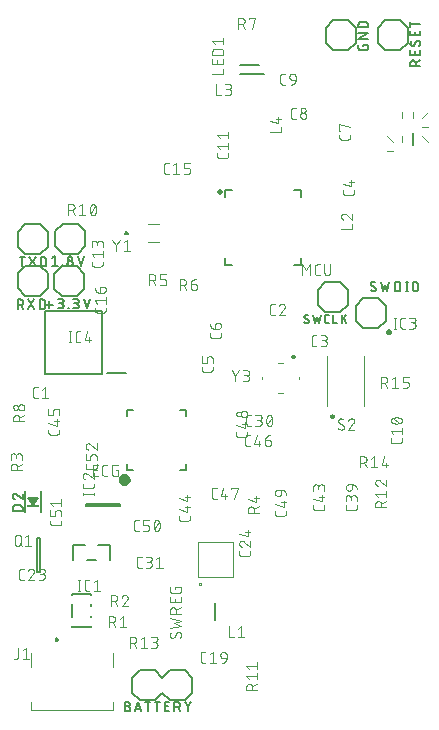
<source format=gbr>
G04 EAGLE Gerber RS-274X export*
G75*
%MOMM*%
%FSLAX34Y34*%
%LPD*%
%INSilkscreen Top*%
%IPPOS*%
%AMOC8*
5,1,8,0,0,1.08239X$1,22.5*%
G01*
%ADD10C,0.076200*%
%ADD11C,0.203200*%
%ADD12R,1.000000X0.200000*%
%ADD13C,0.177800*%
%ADD14C,0.152400*%
%ADD15C,0.200000*%
%ADD16C,0.127000*%
%ADD17C,0.500000*%
%ADD18C,0.100000*%
%ADD19C,0.508000*%
%ADD20C,0.101600*%
%ADD21C,0.250000*%
%ADD22C,0.050000*%
%ADD23C,0.200000*%

G36*
X20716Y178595D02*
X20716Y178595D01*
X20743Y178595D01*
X20854Y178627D01*
X20967Y178653D01*
X20990Y178666D01*
X21016Y178674D01*
X21114Y178736D01*
X21215Y178792D01*
X21231Y178810D01*
X21256Y178825D01*
X21441Y179033D01*
X21445Y179037D01*
X23445Y182037D01*
X23476Y182101D01*
X23516Y182161D01*
X23537Y182229D01*
X23568Y182293D01*
X23580Y182364D01*
X23601Y182432D01*
X23603Y182503D01*
X23615Y182574D01*
X23607Y182645D01*
X23609Y182716D01*
X23591Y182785D01*
X23582Y182856D01*
X23555Y182922D01*
X23537Y182991D01*
X23500Y183052D01*
X23473Y183118D01*
X23428Y183174D01*
X23392Y183236D01*
X23340Y183285D01*
X23295Y183340D01*
X23237Y183381D01*
X23184Y183430D01*
X23121Y183463D01*
X23063Y183504D01*
X22995Y183527D01*
X22931Y183560D01*
X22872Y183570D01*
X22794Y183597D01*
X22675Y183603D01*
X22600Y183615D01*
X18600Y183615D01*
X18529Y183605D01*
X18457Y183605D01*
X18389Y183585D01*
X18319Y183575D01*
X18253Y183546D01*
X18184Y183526D01*
X18124Y183488D01*
X18059Y183459D01*
X18004Y183413D01*
X17944Y183375D01*
X17896Y183322D01*
X17842Y183276D01*
X17802Y183216D01*
X17755Y183162D01*
X17724Y183098D01*
X17685Y183039D01*
X17663Y182971D01*
X17632Y182906D01*
X17620Y182836D01*
X17599Y182768D01*
X17597Y182696D01*
X17585Y182626D01*
X17593Y182555D01*
X17591Y182484D01*
X17610Y182414D01*
X17618Y182343D01*
X17643Y182288D01*
X17663Y182209D01*
X17724Y182106D01*
X17755Y182037D01*
X19755Y179037D01*
X19832Y178950D01*
X19905Y178860D01*
X19927Y178845D01*
X19945Y178825D01*
X20042Y178763D01*
X20137Y178696D01*
X20163Y178688D01*
X20185Y178673D01*
X20296Y178641D01*
X20406Y178603D01*
X20433Y178602D01*
X20458Y178595D01*
X20574Y178595D01*
X20690Y178589D01*
X20716Y178595D01*
G37*
D10*
X166458Y43781D02*
X164369Y43781D01*
X164280Y43783D01*
X164192Y43789D01*
X164104Y43798D01*
X164016Y43811D01*
X163929Y43828D01*
X163843Y43848D01*
X163758Y43873D01*
X163673Y43900D01*
X163590Y43932D01*
X163509Y43966D01*
X163429Y44005D01*
X163351Y44046D01*
X163274Y44091D01*
X163200Y44139D01*
X163127Y44190D01*
X163057Y44244D01*
X162990Y44302D01*
X162924Y44362D01*
X162862Y44424D01*
X162802Y44490D01*
X162744Y44557D01*
X162690Y44627D01*
X162639Y44700D01*
X162591Y44774D01*
X162546Y44851D01*
X162505Y44929D01*
X162466Y45009D01*
X162432Y45090D01*
X162400Y45173D01*
X162373Y45258D01*
X162348Y45343D01*
X162328Y45429D01*
X162311Y45516D01*
X162298Y45604D01*
X162289Y45692D01*
X162283Y45780D01*
X162281Y45869D01*
X162281Y51091D01*
X162283Y51182D01*
X162289Y51273D01*
X162299Y51364D01*
X162313Y51454D01*
X162330Y51543D01*
X162352Y51631D01*
X162378Y51719D01*
X162407Y51805D01*
X162440Y51890D01*
X162477Y51973D01*
X162517Y52055D01*
X162561Y52135D01*
X162608Y52213D01*
X162659Y52289D01*
X162712Y52362D01*
X162769Y52433D01*
X162830Y52502D01*
X162893Y52567D01*
X162958Y52630D01*
X163027Y52690D01*
X163098Y52748D01*
X163171Y52801D01*
X163247Y52852D01*
X163325Y52899D01*
X163405Y52943D01*
X163487Y52983D01*
X163570Y53020D01*
X163655Y53053D01*
X163741Y53082D01*
X163829Y53108D01*
X163917Y53130D01*
X164006Y53147D01*
X164096Y53161D01*
X164187Y53171D01*
X164278Y53177D01*
X164369Y53179D01*
X166458Y53179D01*
X169927Y51091D02*
X172537Y53179D01*
X172537Y43781D01*
X169927Y43781D02*
X175148Y43781D01*
X181159Y47958D02*
X184292Y47958D01*
X181159Y47958D02*
X181070Y47960D01*
X180982Y47966D01*
X180894Y47975D01*
X180806Y47988D01*
X180719Y48005D01*
X180633Y48025D01*
X180548Y48050D01*
X180463Y48077D01*
X180380Y48109D01*
X180299Y48143D01*
X180219Y48182D01*
X180141Y48223D01*
X180064Y48268D01*
X179990Y48316D01*
X179917Y48367D01*
X179847Y48421D01*
X179780Y48479D01*
X179714Y48539D01*
X179652Y48601D01*
X179592Y48667D01*
X179534Y48734D01*
X179480Y48804D01*
X179429Y48877D01*
X179381Y48951D01*
X179336Y49028D01*
X179295Y49106D01*
X179256Y49186D01*
X179222Y49267D01*
X179190Y49350D01*
X179163Y49435D01*
X179138Y49520D01*
X179118Y49606D01*
X179101Y49693D01*
X179088Y49781D01*
X179079Y49869D01*
X179073Y49957D01*
X179071Y50046D01*
X179071Y50568D01*
X179070Y50568D02*
X179072Y50669D01*
X179078Y50770D01*
X179088Y50871D01*
X179101Y50971D01*
X179119Y51071D01*
X179140Y51170D01*
X179166Y51268D01*
X179195Y51365D01*
X179227Y51461D01*
X179264Y51555D01*
X179304Y51648D01*
X179348Y51740D01*
X179395Y51829D01*
X179446Y51917D01*
X179500Y52003D01*
X179557Y52086D01*
X179617Y52168D01*
X179681Y52246D01*
X179747Y52323D01*
X179817Y52396D01*
X179889Y52467D01*
X179964Y52535D01*
X180042Y52600D01*
X180122Y52662D01*
X180204Y52721D01*
X180289Y52777D01*
X180376Y52829D01*
X180464Y52878D01*
X180555Y52924D01*
X180647Y52965D01*
X180741Y53004D01*
X180836Y53038D01*
X180932Y53069D01*
X181030Y53096D01*
X181128Y53120D01*
X181228Y53139D01*
X181328Y53155D01*
X181428Y53167D01*
X181529Y53175D01*
X181630Y53179D01*
X181732Y53179D01*
X181833Y53175D01*
X181934Y53167D01*
X182034Y53155D01*
X182134Y53139D01*
X182234Y53120D01*
X182332Y53096D01*
X182430Y53069D01*
X182526Y53038D01*
X182621Y53004D01*
X182715Y52965D01*
X182807Y52924D01*
X182898Y52878D01*
X182987Y52829D01*
X183073Y52777D01*
X183158Y52721D01*
X183240Y52662D01*
X183320Y52600D01*
X183398Y52535D01*
X183473Y52467D01*
X183545Y52396D01*
X183615Y52323D01*
X183681Y52246D01*
X183745Y52168D01*
X183805Y52086D01*
X183862Y52003D01*
X183916Y51917D01*
X183967Y51829D01*
X184014Y51740D01*
X184058Y51648D01*
X184098Y51555D01*
X184135Y51461D01*
X184167Y51365D01*
X184196Y51268D01*
X184222Y51170D01*
X184243Y51071D01*
X184261Y50971D01*
X184274Y50871D01*
X184284Y50770D01*
X184290Y50669D01*
X184292Y50568D01*
X184292Y47958D01*
X184290Y47832D01*
X184284Y47706D01*
X184275Y47580D01*
X184262Y47455D01*
X184244Y47330D01*
X184224Y47205D01*
X184199Y47081D01*
X184171Y46958D01*
X184139Y46836D01*
X184103Y46715D01*
X184064Y46595D01*
X184021Y46477D01*
X183974Y46360D01*
X183924Y46244D01*
X183870Y46129D01*
X183814Y46017D01*
X183753Y45906D01*
X183690Y45797D01*
X183623Y45690D01*
X183553Y45585D01*
X183479Y45482D01*
X183403Y45382D01*
X183324Y45284D01*
X183242Y45188D01*
X183156Y45095D01*
X183069Y45004D01*
X182978Y44917D01*
X182885Y44831D01*
X182789Y44749D01*
X182691Y44670D01*
X182591Y44594D01*
X182488Y44520D01*
X182383Y44450D01*
X182276Y44383D01*
X182167Y44320D01*
X182056Y44259D01*
X181944Y44203D01*
X181829Y44149D01*
X181713Y44099D01*
X181596Y44052D01*
X181478Y44009D01*
X181358Y43970D01*
X181237Y43934D01*
X181115Y43902D01*
X180992Y43874D01*
X180868Y43849D01*
X180743Y43829D01*
X180618Y43811D01*
X180493Y43798D01*
X180367Y43789D01*
X180241Y43783D01*
X180115Y43781D01*
X12658Y114081D02*
X10569Y114081D01*
X10480Y114083D01*
X10392Y114089D01*
X10304Y114098D01*
X10216Y114111D01*
X10129Y114128D01*
X10043Y114148D01*
X9958Y114173D01*
X9873Y114200D01*
X9790Y114232D01*
X9709Y114266D01*
X9629Y114305D01*
X9551Y114346D01*
X9474Y114391D01*
X9400Y114439D01*
X9327Y114490D01*
X9257Y114544D01*
X9190Y114602D01*
X9124Y114662D01*
X9062Y114724D01*
X9002Y114790D01*
X8944Y114857D01*
X8890Y114927D01*
X8839Y115000D01*
X8791Y115074D01*
X8746Y115151D01*
X8705Y115229D01*
X8666Y115309D01*
X8632Y115390D01*
X8600Y115473D01*
X8573Y115558D01*
X8548Y115643D01*
X8528Y115729D01*
X8511Y115816D01*
X8498Y115904D01*
X8489Y115992D01*
X8483Y116080D01*
X8481Y116169D01*
X8481Y121391D01*
X8483Y121482D01*
X8489Y121573D01*
X8499Y121664D01*
X8513Y121754D01*
X8530Y121843D01*
X8552Y121931D01*
X8578Y122019D01*
X8607Y122105D01*
X8640Y122190D01*
X8677Y122273D01*
X8717Y122355D01*
X8761Y122435D01*
X8808Y122513D01*
X8859Y122589D01*
X8912Y122662D01*
X8969Y122733D01*
X9030Y122802D01*
X9093Y122867D01*
X9158Y122930D01*
X9227Y122990D01*
X9298Y123048D01*
X9371Y123101D01*
X9447Y123152D01*
X9525Y123199D01*
X9605Y123243D01*
X9687Y123283D01*
X9770Y123320D01*
X9855Y123353D01*
X9941Y123382D01*
X10029Y123408D01*
X10117Y123430D01*
X10206Y123447D01*
X10296Y123461D01*
X10387Y123471D01*
X10478Y123477D01*
X10569Y123479D01*
X12658Y123479D01*
X18998Y123480D02*
X19093Y123478D01*
X19187Y123472D01*
X19281Y123463D01*
X19375Y123450D01*
X19468Y123433D01*
X19560Y123412D01*
X19652Y123387D01*
X19742Y123359D01*
X19831Y123327D01*
X19919Y123292D01*
X20005Y123253D01*
X20090Y123211D01*
X20173Y123165D01*
X20254Y123116D01*
X20333Y123064D01*
X20410Y123009D01*
X20484Y122950D01*
X20556Y122889D01*
X20626Y122825D01*
X20693Y122758D01*
X20757Y122688D01*
X20818Y122616D01*
X20877Y122542D01*
X20932Y122465D01*
X20984Y122386D01*
X21033Y122305D01*
X21079Y122222D01*
X21121Y122137D01*
X21160Y122051D01*
X21195Y121963D01*
X21227Y121874D01*
X21255Y121784D01*
X21280Y121692D01*
X21301Y121600D01*
X21318Y121507D01*
X21331Y121413D01*
X21340Y121319D01*
X21346Y121225D01*
X21348Y121130D01*
X18998Y123479D02*
X18890Y123477D01*
X18781Y123471D01*
X18673Y123461D01*
X18566Y123448D01*
X18459Y123430D01*
X18352Y123409D01*
X18247Y123384D01*
X18142Y123355D01*
X18039Y123323D01*
X17937Y123286D01*
X17836Y123246D01*
X17737Y123203D01*
X17639Y123156D01*
X17543Y123105D01*
X17449Y123051D01*
X17357Y122994D01*
X17267Y122933D01*
X17179Y122869D01*
X17094Y122803D01*
X17011Y122733D01*
X16931Y122660D01*
X16853Y122584D01*
X16778Y122506D01*
X16706Y122425D01*
X16637Y122341D01*
X16571Y122255D01*
X16508Y122167D01*
X16449Y122076D01*
X16392Y121984D01*
X16339Y121889D01*
X16290Y121793D01*
X16244Y121694D01*
X16201Y121595D01*
X16162Y121493D01*
X16127Y121391D01*
X20565Y119302D02*
X20634Y119371D01*
X20700Y119442D01*
X20764Y119515D01*
X20825Y119591D01*
X20883Y119670D01*
X20937Y119750D01*
X20989Y119833D01*
X21037Y119917D01*
X21083Y120003D01*
X21124Y120091D01*
X21163Y120181D01*
X21198Y120272D01*
X21229Y120364D01*
X21257Y120457D01*
X21281Y120551D01*
X21301Y120646D01*
X21318Y120742D01*
X21331Y120839D01*
X21340Y120936D01*
X21346Y121033D01*
X21348Y121130D01*
X20565Y119302D02*
X16127Y114081D01*
X21348Y114081D01*
X25271Y114081D02*
X27881Y114081D01*
X27982Y114083D01*
X28083Y114089D01*
X28184Y114099D01*
X28284Y114112D01*
X28384Y114130D01*
X28483Y114151D01*
X28581Y114177D01*
X28678Y114206D01*
X28774Y114238D01*
X28868Y114275D01*
X28961Y114315D01*
X29053Y114359D01*
X29142Y114406D01*
X29230Y114457D01*
X29316Y114511D01*
X29399Y114568D01*
X29481Y114628D01*
X29559Y114692D01*
X29636Y114758D01*
X29709Y114828D01*
X29780Y114900D01*
X29848Y114975D01*
X29913Y115053D01*
X29975Y115133D01*
X30034Y115215D01*
X30090Y115300D01*
X30142Y115386D01*
X30191Y115475D01*
X30237Y115566D01*
X30278Y115658D01*
X30317Y115752D01*
X30351Y115847D01*
X30382Y115943D01*
X30409Y116041D01*
X30433Y116139D01*
X30452Y116239D01*
X30468Y116339D01*
X30480Y116439D01*
X30488Y116540D01*
X30492Y116641D01*
X30492Y116743D01*
X30488Y116844D01*
X30480Y116945D01*
X30468Y117045D01*
X30452Y117145D01*
X30433Y117245D01*
X30409Y117343D01*
X30382Y117441D01*
X30351Y117537D01*
X30317Y117632D01*
X30278Y117726D01*
X30237Y117818D01*
X30191Y117909D01*
X30142Y117997D01*
X30090Y118084D01*
X30034Y118169D01*
X29975Y118251D01*
X29913Y118331D01*
X29848Y118409D01*
X29780Y118484D01*
X29709Y118556D01*
X29636Y118626D01*
X29559Y118692D01*
X29481Y118756D01*
X29399Y118816D01*
X29316Y118873D01*
X29230Y118927D01*
X29142Y118978D01*
X29053Y119025D01*
X28961Y119069D01*
X28868Y119109D01*
X28774Y119146D01*
X28678Y119178D01*
X28581Y119207D01*
X28483Y119233D01*
X28384Y119254D01*
X28284Y119272D01*
X28184Y119285D01*
X28083Y119295D01*
X27982Y119301D01*
X27881Y119303D01*
X28403Y123479D02*
X25271Y123479D01*
X28403Y123479D02*
X28493Y123477D01*
X28582Y123471D01*
X28672Y123462D01*
X28761Y123448D01*
X28849Y123431D01*
X28936Y123410D01*
X29023Y123385D01*
X29108Y123356D01*
X29192Y123324D01*
X29274Y123289D01*
X29355Y123249D01*
X29434Y123207D01*
X29511Y123161D01*
X29586Y123111D01*
X29659Y123059D01*
X29730Y123003D01*
X29798Y122945D01*
X29863Y122883D01*
X29926Y122819D01*
X29986Y122752D01*
X30043Y122683D01*
X30097Y122611D01*
X30148Y122537D01*
X30196Y122461D01*
X30240Y122383D01*
X30281Y122303D01*
X30319Y122221D01*
X30353Y122138D01*
X30383Y122053D01*
X30410Y121967D01*
X30433Y121881D01*
X30452Y121793D01*
X30467Y121704D01*
X30479Y121615D01*
X30487Y121526D01*
X30491Y121436D01*
X30491Y121346D01*
X30487Y121256D01*
X30479Y121167D01*
X30467Y121078D01*
X30452Y120989D01*
X30433Y120901D01*
X30410Y120815D01*
X30383Y120729D01*
X30353Y120644D01*
X30319Y120561D01*
X30281Y120479D01*
X30240Y120399D01*
X30196Y120321D01*
X30148Y120245D01*
X30097Y120171D01*
X30043Y120099D01*
X29986Y120030D01*
X29926Y119963D01*
X29863Y119899D01*
X29798Y119837D01*
X29730Y119779D01*
X29659Y119723D01*
X29586Y119671D01*
X29511Y119621D01*
X29434Y119575D01*
X29355Y119533D01*
X29274Y119493D01*
X29192Y119458D01*
X29108Y119426D01*
X29023Y119397D01*
X28936Y119372D01*
X28849Y119351D01*
X28761Y119334D01*
X28672Y119320D01*
X28582Y119311D01*
X28493Y119305D01*
X28403Y119303D01*
X28403Y119302D02*
X26315Y119302D01*
X204459Y136299D02*
X204459Y138388D01*
X204459Y136299D02*
X204457Y136210D01*
X204451Y136122D01*
X204442Y136034D01*
X204429Y135946D01*
X204412Y135859D01*
X204392Y135773D01*
X204367Y135688D01*
X204340Y135603D01*
X204308Y135520D01*
X204274Y135439D01*
X204235Y135359D01*
X204194Y135281D01*
X204149Y135204D01*
X204101Y135130D01*
X204050Y135057D01*
X203996Y134987D01*
X203938Y134920D01*
X203878Y134854D01*
X203816Y134792D01*
X203750Y134732D01*
X203683Y134674D01*
X203613Y134620D01*
X203540Y134569D01*
X203466Y134521D01*
X203389Y134476D01*
X203311Y134435D01*
X203231Y134396D01*
X203150Y134362D01*
X203067Y134330D01*
X202982Y134303D01*
X202897Y134278D01*
X202811Y134258D01*
X202724Y134241D01*
X202636Y134228D01*
X202548Y134219D01*
X202460Y134213D01*
X202371Y134211D01*
X197149Y134211D01*
X197058Y134213D01*
X196967Y134219D01*
X196876Y134229D01*
X196786Y134243D01*
X196697Y134261D01*
X196608Y134282D01*
X196521Y134308D01*
X196435Y134337D01*
X196350Y134370D01*
X196266Y134407D01*
X196184Y134447D01*
X196105Y134491D01*
X196027Y134538D01*
X195951Y134589D01*
X195877Y134643D01*
X195806Y134700D01*
X195738Y134760D01*
X195672Y134823D01*
X195609Y134889D01*
X195549Y134957D01*
X195492Y135028D01*
X195438Y135102D01*
X195387Y135178D01*
X195340Y135255D01*
X195296Y135335D01*
X195256Y135417D01*
X195219Y135501D01*
X195186Y135585D01*
X195157Y135672D01*
X195131Y135759D01*
X195110Y135848D01*
X195092Y135937D01*
X195078Y136027D01*
X195068Y136118D01*
X195062Y136209D01*
X195060Y136300D01*
X195061Y136299D02*
X195061Y138388D01*
X195061Y144728D02*
X195063Y144823D01*
X195069Y144917D01*
X195078Y145011D01*
X195091Y145105D01*
X195108Y145198D01*
X195129Y145290D01*
X195154Y145382D01*
X195182Y145472D01*
X195214Y145561D01*
X195249Y145649D01*
X195288Y145735D01*
X195330Y145820D01*
X195376Y145903D01*
X195425Y145984D01*
X195477Y146063D01*
X195532Y146140D01*
X195591Y146214D01*
X195652Y146286D01*
X195716Y146356D01*
X195783Y146423D01*
X195853Y146487D01*
X195925Y146548D01*
X195999Y146607D01*
X196076Y146662D01*
X196155Y146714D01*
X196236Y146763D01*
X196319Y146809D01*
X196404Y146851D01*
X196490Y146890D01*
X196578Y146925D01*
X196667Y146957D01*
X196757Y146985D01*
X196849Y147010D01*
X196941Y147031D01*
X197034Y147048D01*
X197128Y147061D01*
X197222Y147070D01*
X197316Y147076D01*
X197411Y147078D01*
X195061Y144728D02*
X195063Y144620D01*
X195069Y144511D01*
X195079Y144403D01*
X195092Y144296D01*
X195110Y144189D01*
X195131Y144082D01*
X195156Y143977D01*
X195185Y143872D01*
X195217Y143769D01*
X195254Y143667D01*
X195294Y143566D01*
X195337Y143467D01*
X195384Y143369D01*
X195435Y143273D01*
X195489Y143179D01*
X195546Y143087D01*
X195607Y142997D01*
X195671Y142909D01*
X195737Y142824D01*
X195807Y142741D01*
X195880Y142661D01*
X195956Y142583D01*
X196034Y142508D01*
X196115Y142436D01*
X196199Y142367D01*
X196285Y142301D01*
X196373Y142238D01*
X196464Y142179D01*
X196556Y142122D01*
X196651Y142069D01*
X196748Y142020D01*
X196846Y141974D01*
X196945Y141931D01*
X197047Y141892D01*
X197149Y141857D01*
X199239Y146295D02*
X199170Y146364D01*
X199099Y146430D01*
X199026Y146494D01*
X198950Y146555D01*
X198871Y146613D01*
X198791Y146667D01*
X198708Y146719D01*
X198624Y146767D01*
X198538Y146813D01*
X198450Y146854D01*
X198360Y146893D01*
X198269Y146928D01*
X198177Y146959D01*
X198084Y146987D01*
X197990Y147011D01*
X197895Y147031D01*
X197799Y147048D01*
X197702Y147061D01*
X197605Y147070D01*
X197508Y147076D01*
X197411Y147078D01*
X199238Y146295D02*
X204459Y141857D01*
X204459Y147078D01*
X202371Y151001D02*
X195061Y153089D01*
X202371Y151001D02*
X202371Y156222D01*
X204459Y154655D02*
X200282Y154655D01*
D11*
X13600Y171870D02*
X13600Y189330D01*
X27600Y189330D02*
X27600Y171870D01*
X20600Y177600D02*
X16600Y183600D01*
X24600Y183600D01*
X20600Y177600D01*
D12*
X20600Y176600D03*
D13*
X11551Y172789D02*
X3169Y172789D01*
X3169Y175117D01*
X3171Y175211D01*
X3177Y175304D01*
X3186Y175398D01*
X3199Y175490D01*
X3216Y175583D01*
X3237Y175674D01*
X3261Y175765D01*
X3289Y175854D01*
X3320Y175943D01*
X3355Y176030D01*
X3394Y176115D01*
X3436Y176199D01*
X3481Y176281D01*
X3529Y176361D01*
X3581Y176439D01*
X3636Y176516D01*
X3694Y176589D01*
X3754Y176661D01*
X3818Y176730D01*
X3884Y176796D01*
X3953Y176860D01*
X4025Y176920D01*
X4098Y176978D01*
X4175Y177033D01*
X4253Y177085D01*
X4333Y177133D01*
X4415Y177178D01*
X4499Y177220D01*
X4585Y177259D01*
X4672Y177294D01*
X4760Y177325D01*
X4849Y177353D01*
X4940Y177377D01*
X5031Y177398D01*
X5124Y177415D01*
X5216Y177428D01*
X5310Y177437D01*
X5403Y177443D01*
X5497Y177445D01*
X5497Y177446D02*
X9223Y177446D01*
X9223Y177445D02*
X9317Y177443D01*
X9410Y177437D01*
X9504Y177428D01*
X9596Y177415D01*
X9689Y177398D01*
X9780Y177377D01*
X9871Y177353D01*
X9960Y177325D01*
X10049Y177294D01*
X10135Y177259D01*
X10221Y177220D01*
X10305Y177178D01*
X10387Y177133D01*
X10467Y177085D01*
X10545Y177033D01*
X10622Y176978D01*
X10695Y176920D01*
X10767Y176860D01*
X10836Y176796D01*
X10902Y176730D01*
X10966Y176661D01*
X11026Y176589D01*
X11084Y176516D01*
X11139Y176439D01*
X11191Y176361D01*
X11239Y176281D01*
X11284Y176199D01*
X11326Y176115D01*
X11365Y176029D01*
X11400Y175943D01*
X11431Y175854D01*
X11459Y175765D01*
X11483Y175674D01*
X11504Y175583D01*
X11521Y175490D01*
X11534Y175398D01*
X11543Y175304D01*
X11549Y175211D01*
X11551Y175117D01*
X11551Y172789D01*
X3169Y184799D02*
X3171Y184888D01*
X3177Y184977D01*
X3186Y185065D01*
X3199Y185153D01*
X3216Y185241D01*
X3237Y185327D01*
X3261Y185413D01*
X3289Y185497D01*
X3320Y185581D01*
X3355Y185662D01*
X3393Y185743D01*
X3435Y185821D01*
X3480Y185898D01*
X3528Y185973D01*
X3580Y186045D01*
X3634Y186116D01*
X3692Y186184D01*
X3752Y186249D01*
X3815Y186312D01*
X3880Y186372D01*
X3948Y186430D01*
X4019Y186484D01*
X4091Y186536D01*
X4166Y186584D01*
X4243Y186629D01*
X4321Y186671D01*
X4402Y186709D01*
X4483Y186744D01*
X4567Y186775D01*
X4651Y186803D01*
X4737Y186827D01*
X4823Y186848D01*
X4911Y186865D01*
X4999Y186878D01*
X5087Y186887D01*
X5176Y186893D01*
X5265Y186895D01*
X3169Y184799D02*
X3171Y184696D01*
X3177Y184594D01*
X3187Y184492D01*
X3200Y184390D01*
X3218Y184289D01*
X3239Y184189D01*
X3264Y184089D01*
X3293Y183991D01*
X3326Y183894D01*
X3362Y183798D01*
X3402Y183703D01*
X3446Y183610D01*
X3493Y183519D01*
X3543Y183430D01*
X3597Y183343D01*
X3654Y183257D01*
X3714Y183174D01*
X3778Y183094D01*
X3844Y183016D01*
X3914Y182940D01*
X3986Y182867D01*
X4061Y182797D01*
X4139Y182730D01*
X4219Y182666D01*
X4301Y182605D01*
X4386Y182547D01*
X4473Y182493D01*
X4562Y182441D01*
X4652Y182394D01*
X4745Y182349D01*
X4839Y182309D01*
X4935Y182271D01*
X5032Y182238D01*
X6895Y186196D02*
X6831Y186261D01*
X6764Y186323D01*
X6695Y186382D01*
X6623Y186439D01*
X6550Y186492D01*
X6474Y186543D01*
X6396Y186590D01*
X6316Y186634D01*
X6235Y186675D01*
X6152Y186713D01*
X6067Y186747D01*
X5981Y186778D01*
X5894Y186805D01*
X5806Y186829D01*
X5718Y186849D01*
X5628Y186866D01*
X5538Y186878D01*
X5447Y186888D01*
X5356Y186893D01*
X5265Y186895D01*
X6894Y186196D02*
X11551Y182238D01*
X11551Y186894D01*
D14*
X53600Y102220D02*
X69800Y102220D01*
X69800Y73780D02*
X53600Y73780D01*
X53600Y82780D02*
X53600Y93220D01*
X69800Y83720D02*
X69800Y82780D01*
X69800Y92280D02*
X69800Y93220D01*
X69800Y74720D02*
X69800Y73780D01*
X69800Y101280D02*
X69800Y102220D01*
X53600Y102220D02*
X53600Y101280D01*
X53600Y74720D02*
X53600Y73780D01*
D10*
X59375Y104731D02*
X59375Y114129D01*
X58331Y104731D02*
X60419Y104731D01*
X60419Y114129D02*
X58331Y114129D01*
X66143Y104731D02*
X68231Y104731D01*
X66143Y104731D02*
X66054Y104733D01*
X65966Y104739D01*
X65878Y104748D01*
X65790Y104761D01*
X65703Y104778D01*
X65617Y104798D01*
X65532Y104823D01*
X65447Y104850D01*
X65364Y104882D01*
X65283Y104916D01*
X65203Y104955D01*
X65125Y104996D01*
X65048Y105041D01*
X64974Y105089D01*
X64901Y105140D01*
X64831Y105194D01*
X64764Y105252D01*
X64698Y105312D01*
X64636Y105374D01*
X64576Y105440D01*
X64518Y105507D01*
X64464Y105577D01*
X64413Y105650D01*
X64365Y105724D01*
X64320Y105801D01*
X64279Y105879D01*
X64240Y105959D01*
X64206Y106040D01*
X64174Y106123D01*
X64147Y106208D01*
X64122Y106293D01*
X64102Y106379D01*
X64085Y106466D01*
X64072Y106554D01*
X64063Y106642D01*
X64057Y106730D01*
X64055Y106819D01*
X64054Y106819D02*
X64054Y112041D01*
X64055Y112041D02*
X64057Y112132D01*
X64063Y112223D01*
X64073Y112314D01*
X64087Y112404D01*
X64104Y112493D01*
X64126Y112581D01*
X64152Y112669D01*
X64181Y112755D01*
X64214Y112840D01*
X64251Y112923D01*
X64291Y113005D01*
X64335Y113085D01*
X64382Y113163D01*
X64433Y113239D01*
X64486Y113312D01*
X64543Y113383D01*
X64604Y113452D01*
X64667Y113517D01*
X64732Y113580D01*
X64801Y113640D01*
X64872Y113698D01*
X64945Y113751D01*
X65021Y113802D01*
X65099Y113849D01*
X65179Y113893D01*
X65261Y113933D01*
X65344Y113970D01*
X65429Y114003D01*
X65515Y114032D01*
X65603Y114058D01*
X65691Y114080D01*
X65780Y114097D01*
X65870Y114111D01*
X65961Y114121D01*
X66052Y114127D01*
X66143Y114129D01*
X68231Y114129D01*
X71700Y112041D02*
X74310Y114129D01*
X74310Y104731D01*
X71700Y104731D02*
X76921Y104731D01*
D11*
X136150Y12100D02*
X148850Y12100D01*
X136150Y12100D02*
X129800Y18450D01*
X129800Y31150D02*
X136150Y37500D01*
X129800Y18450D02*
X123450Y12100D01*
X110750Y12100D01*
X104400Y18450D01*
X104400Y31150D02*
X110750Y37500D01*
X123450Y37500D01*
X129800Y31150D01*
X155200Y31150D02*
X155200Y18450D01*
X148850Y12100D01*
X155200Y31150D02*
X148850Y37500D01*
X136150Y37500D01*
X104400Y31150D02*
X104400Y18450D01*
X100506Y7202D02*
X98248Y7202D01*
X100506Y7202D02*
X100599Y7200D01*
X100692Y7194D01*
X100785Y7185D01*
X100878Y7171D01*
X100969Y7154D01*
X101060Y7133D01*
X101150Y7108D01*
X101239Y7080D01*
X101327Y7048D01*
X101413Y7012D01*
X101498Y6973D01*
X101581Y6930D01*
X101662Y6884D01*
X101741Y6834D01*
X101818Y6782D01*
X101893Y6726D01*
X101965Y6667D01*
X102035Y6605D01*
X102103Y6541D01*
X102167Y6473D01*
X102229Y6403D01*
X102288Y6331D01*
X102344Y6256D01*
X102396Y6179D01*
X102446Y6100D01*
X102492Y6019D01*
X102535Y5936D01*
X102574Y5851D01*
X102610Y5765D01*
X102642Y5677D01*
X102670Y5588D01*
X102695Y5498D01*
X102716Y5407D01*
X102733Y5316D01*
X102747Y5223D01*
X102756Y5130D01*
X102762Y5037D01*
X102764Y4944D01*
X102762Y4851D01*
X102756Y4758D01*
X102747Y4665D01*
X102733Y4572D01*
X102716Y4481D01*
X102695Y4390D01*
X102670Y4300D01*
X102642Y4211D01*
X102610Y4123D01*
X102574Y4037D01*
X102535Y3952D01*
X102492Y3869D01*
X102446Y3788D01*
X102396Y3709D01*
X102344Y3632D01*
X102288Y3557D01*
X102229Y3485D01*
X102167Y3415D01*
X102103Y3347D01*
X102035Y3283D01*
X101965Y3221D01*
X101893Y3162D01*
X101818Y3106D01*
X101741Y3054D01*
X101662Y3004D01*
X101581Y2958D01*
X101498Y2915D01*
X101413Y2876D01*
X101327Y2840D01*
X101239Y2808D01*
X101150Y2780D01*
X101060Y2755D01*
X100969Y2734D01*
X100878Y2717D01*
X100785Y2703D01*
X100692Y2694D01*
X100599Y2688D01*
X100506Y2686D01*
X98248Y2686D01*
X98248Y10814D01*
X100506Y10814D01*
X100589Y10812D01*
X100673Y10806D01*
X100756Y10797D01*
X100838Y10783D01*
X100919Y10766D01*
X101000Y10745D01*
X101080Y10720D01*
X101158Y10692D01*
X101235Y10660D01*
X101311Y10625D01*
X101385Y10586D01*
X101457Y10543D01*
X101527Y10498D01*
X101594Y10449D01*
X101660Y10397D01*
X101723Y10343D01*
X101783Y10285D01*
X101841Y10225D01*
X101895Y10162D01*
X101947Y10096D01*
X101996Y10029D01*
X102041Y9959D01*
X102084Y9887D01*
X102123Y9813D01*
X102158Y9737D01*
X102190Y9660D01*
X102218Y9582D01*
X102243Y9502D01*
X102264Y9421D01*
X102281Y9340D01*
X102295Y9258D01*
X102304Y9175D01*
X102310Y9091D01*
X102312Y9008D01*
X102310Y8925D01*
X102304Y8841D01*
X102295Y8758D01*
X102281Y8676D01*
X102264Y8595D01*
X102243Y8514D01*
X102218Y8434D01*
X102190Y8356D01*
X102158Y8279D01*
X102123Y8203D01*
X102084Y8129D01*
X102041Y8057D01*
X101996Y7987D01*
X101947Y7920D01*
X101895Y7854D01*
X101841Y7791D01*
X101783Y7731D01*
X101723Y7673D01*
X101660Y7619D01*
X101594Y7567D01*
X101527Y7518D01*
X101457Y7473D01*
X101385Y7430D01*
X101311Y7391D01*
X101235Y7356D01*
X101158Y7324D01*
X101080Y7296D01*
X101000Y7271D01*
X100919Y7250D01*
X100838Y7233D01*
X100756Y7219D01*
X100673Y7210D01*
X100589Y7204D01*
X100506Y7202D01*
X106398Y2686D02*
X109108Y10814D01*
X111817Y2686D01*
X111140Y4718D02*
X107076Y4718D01*
X117642Y2686D02*
X117642Y10814D01*
X115384Y10814D02*
X119900Y10814D01*
X125567Y10814D02*
X125567Y2686D01*
X123309Y10814D02*
X127825Y10814D01*
X132180Y2686D02*
X135792Y2686D01*
X132180Y2686D02*
X132180Y10814D01*
X135792Y10814D01*
X134889Y7202D02*
X132180Y7202D01*
X140176Y10814D02*
X140176Y2686D01*
X140176Y10814D02*
X142434Y10814D01*
X142527Y10812D01*
X142620Y10806D01*
X142713Y10797D01*
X142806Y10783D01*
X142897Y10766D01*
X142988Y10745D01*
X143078Y10720D01*
X143167Y10692D01*
X143255Y10660D01*
X143341Y10624D01*
X143426Y10585D01*
X143509Y10542D01*
X143590Y10496D01*
X143669Y10446D01*
X143746Y10394D01*
X143821Y10338D01*
X143893Y10279D01*
X143963Y10217D01*
X144031Y10153D01*
X144095Y10085D01*
X144157Y10015D01*
X144216Y9943D01*
X144272Y9868D01*
X144324Y9791D01*
X144374Y9712D01*
X144420Y9631D01*
X144463Y9548D01*
X144502Y9463D01*
X144538Y9377D01*
X144570Y9289D01*
X144598Y9200D01*
X144623Y9110D01*
X144644Y9019D01*
X144661Y8928D01*
X144675Y8835D01*
X144684Y8742D01*
X144690Y8649D01*
X144692Y8556D01*
X144690Y8463D01*
X144684Y8370D01*
X144675Y8277D01*
X144661Y8184D01*
X144644Y8093D01*
X144623Y8002D01*
X144598Y7912D01*
X144570Y7823D01*
X144538Y7735D01*
X144502Y7649D01*
X144463Y7564D01*
X144420Y7481D01*
X144374Y7400D01*
X144324Y7321D01*
X144272Y7244D01*
X144216Y7169D01*
X144157Y7097D01*
X144095Y7027D01*
X144031Y6959D01*
X143963Y6895D01*
X143893Y6833D01*
X143821Y6774D01*
X143746Y6718D01*
X143669Y6666D01*
X143590Y6616D01*
X143509Y6570D01*
X143426Y6527D01*
X143341Y6488D01*
X143255Y6452D01*
X143167Y6420D01*
X143078Y6392D01*
X142988Y6367D01*
X142897Y6346D01*
X142806Y6329D01*
X142713Y6315D01*
X142620Y6306D01*
X142527Y6300D01*
X142434Y6298D01*
X140176Y6298D01*
X142885Y6298D02*
X144692Y2686D01*
X151475Y6976D02*
X148765Y10814D01*
X151475Y6976D02*
X154184Y10814D01*
X151475Y6976D02*
X151475Y2686D01*
X54076Y130676D02*
X54076Y143804D01*
X64164Y143804D01*
X85524Y143804D02*
X85524Y130676D01*
X85524Y143804D02*
X75436Y143804D01*
X73524Y130596D02*
X65936Y130596D01*
D10*
X86381Y101159D02*
X86381Y91761D01*
X86381Y101159D02*
X88992Y101159D01*
X89093Y101157D01*
X89194Y101151D01*
X89295Y101141D01*
X89395Y101128D01*
X89495Y101110D01*
X89594Y101089D01*
X89692Y101063D01*
X89789Y101034D01*
X89885Y101002D01*
X89979Y100965D01*
X90072Y100925D01*
X90164Y100881D01*
X90253Y100834D01*
X90341Y100783D01*
X90427Y100729D01*
X90510Y100672D01*
X90592Y100612D01*
X90670Y100548D01*
X90747Y100482D01*
X90820Y100412D01*
X90891Y100340D01*
X90959Y100265D01*
X91024Y100187D01*
X91086Y100107D01*
X91145Y100025D01*
X91201Y99940D01*
X91253Y99853D01*
X91302Y99765D01*
X91348Y99674D01*
X91389Y99582D01*
X91428Y99488D01*
X91462Y99393D01*
X91493Y99297D01*
X91520Y99199D01*
X91544Y99101D01*
X91563Y99001D01*
X91579Y98901D01*
X91591Y98801D01*
X91599Y98700D01*
X91603Y98599D01*
X91603Y98497D01*
X91599Y98396D01*
X91591Y98295D01*
X91579Y98195D01*
X91563Y98095D01*
X91544Y97995D01*
X91520Y97897D01*
X91493Y97799D01*
X91462Y97703D01*
X91428Y97608D01*
X91389Y97514D01*
X91348Y97422D01*
X91302Y97331D01*
X91253Y97242D01*
X91201Y97156D01*
X91145Y97071D01*
X91086Y96989D01*
X91024Y96909D01*
X90959Y96831D01*
X90891Y96756D01*
X90820Y96684D01*
X90747Y96614D01*
X90670Y96548D01*
X90592Y96484D01*
X90510Y96424D01*
X90427Y96367D01*
X90341Y96313D01*
X90253Y96262D01*
X90164Y96215D01*
X90072Y96171D01*
X89979Y96131D01*
X89885Y96094D01*
X89789Y96062D01*
X89692Y96033D01*
X89594Y96007D01*
X89495Y95986D01*
X89395Y95968D01*
X89295Y95955D01*
X89194Y95945D01*
X89093Y95939D01*
X88992Y95937D01*
X88992Y95938D02*
X86381Y95938D01*
X89514Y95938D02*
X91602Y91761D01*
X100690Y98810D02*
X100688Y98905D01*
X100682Y98999D01*
X100673Y99093D01*
X100660Y99187D01*
X100643Y99280D01*
X100622Y99372D01*
X100597Y99464D01*
X100569Y99554D01*
X100537Y99643D01*
X100502Y99731D01*
X100463Y99817D01*
X100421Y99902D01*
X100375Y99985D01*
X100326Y100066D01*
X100274Y100145D01*
X100219Y100222D01*
X100160Y100296D01*
X100099Y100368D01*
X100035Y100438D01*
X99968Y100505D01*
X99898Y100569D01*
X99826Y100630D01*
X99752Y100689D01*
X99675Y100744D01*
X99596Y100796D01*
X99515Y100845D01*
X99432Y100891D01*
X99347Y100933D01*
X99261Y100972D01*
X99173Y101007D01*
X99084Y101039D01*
X98994Y101067D01*
X98902Y101092D01*
X98810Y101113D01*
X98717Y101130D01*
X98623Y101143D01*
X98529Y101152D01*
X98435Y101158D01*
X98340Y101160D01*
X98340Y101159D02*
X98232Y101157D01*
X98123Y101151D01*
X98015Y101141D01*
X97908Y101128D01*
X97801Y101110D01*
X97694Y101089D01*
X97589Y101064D01*
X97484Y101035D01*
X97381Y101003D01*
X97279Y100966D01*
X97178Y100926D01*
X97079Y100883D01*
X96981Y100836D01*
X96885Y100785D01*
X96791Y100731D01*
X96699Y100674D01*
X96609Y100613D01*
X96521Y100549D01*
X96436Y100483D01*
X96353Y100413D01*
X96273Y100340D01*
X96195Y100264D01*
X96120Y100186D01*
X96048Y100105D01*
X95979Y100021D01*
X95913Y99935D01*
X95850Y99847D01*
X95791Y99756D01*
X95734Y99664D01*
X95681Y99569D01*
X95632Y99473D01*
X95586Y99374D01*
X95543Y99275D01*
X95504Y99173D01*
X95469Y99071D01*
X99906Y96982D02*
X99975Y97051D01*
X100041Y97122D01*
X100105Y97195D01*
X100166Y97271D01*
X100224Y97350D01*
X100278Y97430D01*
X100330Y97513D01*
X100378Y97597D01*
X100424Y97683D01*
X100465Y97771D01*
X100504Y97861D01*
X100539Y97952D01*
X100570Y98044D01*
X100598Y98137D01*
X100622Y98231D01*
X100642Y98326D01*
X100659Y98422D01*
X100672Y98519D01*
X100681Y98616D01*
X100687Y98713D01*
X100689Y98810D01*
X99906Y96982D02*
X95468Y91761D01*
X100689Y91761D01*
X11119Y206881D02*
X1721Y206881D01*
X1721Y209492D01*
X1723Y209593D01*
X1729Y209694D01*
X1739Y209795D01*
X1752Y209895D01*
X1770Y209995D01*
X1791Y210094D01*
X1817Y210192D01*
X1846Y210289D01*
X1878Y210385D01*
X1915Y210479D01*
X1955Y210572D01*
X1999Y210664D01*
X2046Y210753D01*
X2097Y210841D01*
X2151Y210927D01*
X2208Y211010D01*
X2268Y211092D01*
X2332Y211170D01*
X2398Y211247D01*
X2468Y211320D01*
X2540Y211391D01*
X2615Y211459D01*
X2693Y211524D01*
X2773Y211586D01*
X2855Y211645D01*
X2940Y211701D01*
X3027Y211753D01*
X3115Y211802D01*
X3206Y211848D01*
X3298Y211889D01*
X3392Y211928D01*
X3487Y211962D01*
X3583Y211993D01*
X3681Y212020D01*
X3779Y212044D01*
X3879Y212063D01*
X3979Y212079D01*
X4079Y212091D01*
X4180Y212099D01*
X4281Y212103D01*
X4383Y212103D01*
X4484Y212099D01*
X4585Y212091D01*
X4685Y212079D01*
X4785Y212063D01*
X4885Y212044D01*
X4983Y212020D01*
X5081Y211993D01*
X5177Y211962D01*
X5272Y211928D01*
X5366Y211889D01*
X5458Y211848D01*
X5549Y211802D01*
X5638Y211753D01*
X5724Y211701D01*
X5809Y211645D01*
X5891Y211586D01*
X5971Y211524D01*
X6049Y211459D01*
X6124Y211391D01*
X6196Y211320D01*
X6266Y211247D01*
X6332Y211170D01*
X6396Y211092D01*
X6456Y211010D01*
X6513Y210927D01*
X6567Y210841D01*
X6618Y210753D01*
X6665Y210664D01*
X6709Y210572D01*
X6749Y210479D01*
X6786Y210385D01*
X6818Y210289D01*
X6847Y210192D01*
X6873Y210094D01*
X6894Y209995D01*
X6912Y209895D01*
X6925Y209795D01*
X6935Y209694D01*
X6941Y209593D01*
X6943Y209492D01*
X6942Y209492D02*
X6942Y206881D01*
X6942Y210014D02*
X11119Y212102D01*
X11119Y215968D02*
X11119Y218578D01*
X11117Y218679D01*
X11111Y218780D01*
X11101Y218881D01*
X11088Y218981D01*
X11070Y219081D01*
X11049Y219180D01*
X11023Y219278D01*
X10994Y219375D01*
X10962Y219471D01*
X10925Y219565D01*
X10885Y219658D01*
X10841Y219750D01*
X10794Y219839D01*
X10743Y219927D01*
X10689Y220013D01*
X10632Y220096D01*
X10572Y220178D01*
X10508Y220256D01*
X10442Y220333D01*
X10372Y220406D01*
X10300Y220477D01*
X10225Y220545D01*
X10147Y220610D01*
X10067Y220672D01*
X9985Y220731D01*
X9900Y220787D01*
X9814Y220839D01*
X9725Y220888D01*
X9634Y220934D01*
X9542Y220975D01*
X9448Y221014D01*
X9353Y221048D01*
X9257Y221079D01*
X9159Y221106D01*
X9061Y221130D01*
X8961Y221149D01*
X8861Y221165D01*
X8761Y221177D01*
X8660Y221185D01*
X8559Y221189D01*
X8457Y221189D01*
X8356Y221185D01*
X8255Y221177D01*
X8155Y221165D01*
X8055Y221149D01*
X7955Y221130D01*
X7857Y221106D01*
X7759Y221079D01*
X7663Y221048D01*
X7568Y221014D01*
X7474Y220975D01*
X7382Y220934D01*
X7291Y220888D01*
X7203Y220839D01*
X7116Y220787D01*
X7031Y220731D01*
X6949Y220672D01*
X6869Y220610D01*
X6791Y220545D01*
X6716Y220477D01*
X6644Y220406D01*
X6574Y220333D01*
X6508Y220256D01*
X6444Y220178D01*
X6384Y220096D01*
X6327Y220013D01*
X6273Y219927D01*
X6222Y219839D01*
X6175Y219750D01*
X6131Y219658D01*
X6091Y219565D01*
X6054Y219471D01*
X6022Y219375D01*
X5993Y219278D01*
X5967Y219180D01*
X5946Y219081D01*
X5928Y218981D01*
X5915Y218881D01*
X5905Y218780D01*
X5899Y218679D01*
X5897Y218578D01*
X1721Y219101D02*
X1721Y215968D01*
X1721Y219101D02*
X1723Y219191D01*
X1729Y219280D01*
X1738Y219370D01*
X1752Y219459D01*
X1769Y219547D01*
X1790Y219634D01*
X1815Y219721D01*
X1844Y219806D01*
X1876Y219890D01*
X1911Y219972D01*
X1951Y220053D01*
X1993Y220132D01*
X2039Y220209D01*
X2089Y220284D01*
X2141Y220357D01*
X2197Y220428D01*
X2255Y220496D01*
X2317Y220561D01*
X2381Y220624D01*
X2448Y220684D01*
X2517Y220741D01*
X2589Y220795D01*
X2663Y220846D01*
X2739Y220894D01*
X2817Y220938D01*
X2897Y220979D01*
X2979Y221017D01*
X3062Y221051D01*
X3147Y221081D01*
X3233Y221108D01*
X3319Y221131D01*
X3407Y221150D01*
X3496Y221165D01*
X3585Y221177D01*
X3674Y221185D01*
X3764Y221189D01*
X3854Y221189D01*
X3944Y221185D01*
X4033Y221177D01*
X4122Y221165D01*
X4211Y221150D01*
X4299Y221131D01*
X4385Y221108D01*
X4471Y221081D01*
X4556Y221051D01*
X4639Y221017D01*
X4721Y220979D01*
X4801Y220938D01*
X4879Y220894D01*
X4955Y220846D01*
X5029Y220795D01*
X5101Y220741D01*
X5170Y220684D01*
X5237Y220624D01*
X5301Y220561D01*
X5363Y220496D01*
X5421Y220428D01*
X5477Y220357D01*
X5529Y220284D01*
X5579Y220209D01*
X5625Y220132D01*
X5667Y220053D01*
X5707Y219972D01*
X5742Y219890D01*
X5774Y219806D01*
X5803Y219721D01*
X5828Y219634D01*
X5849Y219547D01*
X5866Y219459D01*
X5880Y219370D01*
X5889Y219280D01*
X5895Y219191D01*
X5897Y219101D01*
X5898Y219101D02*
X5898Y217012D01*
X202321Y170981D02*
X211719Y170981D01*
X202321Y170981D02*
X202321Y173592D01*
X202323Y173693D01*
X202329Y173794D01*
X202339Y173895D01*
X202352Y173995D01*
X202370Y174095D01*
X202391Y174194D01*
X202417Y174292D01*
X202446Y174389D01*
X202478Y174485D01*
X202515Y174579D01*
X202555Y174672D01*
X202599Y174764D01*
X202646Y174853D01*
X202697Y174941D01*
X202751Y175027D01*
X202808Y175110D01*
X202868Y175192D01*
X202932Y175270D01*
X202998Y175347D01*
X203068Y175420D01*
X203140Y175491D01*
X203215Y175559D01*
X203293Y175624D01*
X203373Y175686D01*
X203455Y175745D01*
X203540Y175801D01*
X203627Y175853D01*
X203715Y175902D01*
X203806Y175948D01*
X203898Y175989D01*
X203992Y176028D01*
X204087Y176062D01*
X204183Y176093D01*
X204281Y176120D01*
X204379Y176144D01*
X204479Y176163D01*
X204579Y176179D01*
X204679Y176191D01*
X204780Y176199D01*
X204881Y176203D01*
X204983Y176203D01*
X205084Y176199D01*
X205185Y176191D01*
X205285Y176179D01*
X205385Y176163D01*
X205485Y176144D01*
X205583Y176120D01*
X205681Y176093D01*
X205777Y176062D01*
X205872Y176028D01*
X205966Y175989D01*
X206058Y175948D01*
X206149Y175902D01*
X206238Y175853D01*
X206324Y175801D01*
X206409Y175745D01*
X206491Y175686D01*
X206571Y175624D01*
X206649Y175559D01*
X206724Y175491D01*
X206796Y175420D01*
X206866Y175347D01*
X206932Y175270D01*
X206996Y175192D01*
X207056Y175110D01*
X207113Y175027D01*
X207167Y174941D01*
X207218Y174853D01*
X207265Y174764D01*
X207309Y174672D01*
X207349Y174579D01*
X207386Y174485D01*
X207418Y174389D01*
X207447Y174292D01*
X207473Y174194D01*
X207494Y174095D01*
X207512Y173995D01*
X207525Y173895D01*
X207535Y173794D01*
X207541Y173693D01*
X207543Y173592D01*
X207542Y173592D02*
X207542Y170981D01*
X207542Y174114D02*
X211719Y176202D01*
X209631Y180068D02*
X202321Y182156D01*
X209631Y180068D02*
X209631Y185289D01*
X207542Y183723D02*
X211719Y183723D01*
X112285Y124221D02*
X110197Y124221D01*
X110108Y124223D01*
X110020Y124229D01*
X109932Y124238D01*
X109844Y124251D01*
X109757Y124268D01*
X109671Y124288D01*
X109586Y124313D01*
X109501Y124340D01*
X109418Y124372D01*
X109337Y124406D01*
X109257Y124445D01*
X109179Y124486D01*
X109102Y124531D01*
X109028Y124579D01*
X108955Y124630D01*
X108885Y124684D01*
X108818Y124742D01*
X108752Y124802D01*
X108690Y124864D01*
X108630Y124930D01*
X108572Y124997D01*
X108518Y125067D01*
X108467Y125140D01*
X108419Y125214D01*
X108374Y125291D01*
X108333Y125369D01*
X108294Y125449D01*
X108260Y125530D01*
X108228Y125613D01*
X108201Y125698D01*
X108176Y125783D01*
X108156Y125869D01*
X108139Y125956D01*
X108126Y126044D01*
X108117Y126132D01*
X108111Y126220D01*
X108109Y126309D01*
X108108Y126309D02*
X108108Y131531D01*
X108109Y131531D02*
X108111Y131622D01*
X108117Y131713D01*
X108127Y131804D01*
X108141Y131894D01*
X108158Y131983D01*
X108180Y132071D01*
X108206Y132159D01*
X108235Y132245D01*
X108268Y132330D01*
X108305Y132413D01*
X108345Y132495D01*
X108389Y132575D01*
X108436Y132653D01*
X108487Y132729D01*
X108540Y132802D01*
X108597Y132873D01*
X108658Y132942D01*
X108721Y133007D01*
X108786Y133070D01*
X108855Y133130D01*
X108926Y133188D01*
X108999Y133241D01*
X109075Y133292D01*
X109153Y133339D01*
X109233Y133383D01*
X109315Y133423D01*
X109398Y133460D01*
X109483Y133493D01*
X109569Y133522D01*
X109657Y133548D01*
X109745Y133570D01*
X109834Y133587D01*
X109924Y133601D01*
X110015Y133611D01*
X110106Y133617D01*
X110197Y133619D01*
X112285Y133619D01*
X115754Y124221D02*
X118364Y124221D01*
X118465Y124223D01*
X118566Y124229D01*
X118667Y124239D01*
X118767Y124252D01*
X118867Y124270D01*
X118966Y124291D01*
X119064Y124317D01*
X119161Y124346D01*
X119257Y124378D01*
X119351Y124415D01*
X119444Y124455D01*
X119536Y124499D01*
X119625Y124546D01*
X119713Y124597D01*
X119799Y124651D01*
X119882Y124708D01*
X119964Y124768D01*
X120042Y124832D01*
X120119Y124898D01*
X120192Y124968D01*
X120263Y125040D01*
X120331Y125115D01*
X120396Y125193D01*
X120458Y125273D01*
X120517Y125355D01*
X120573Y125440D01*
X120625Y125526D01*
X120674Y125615D01*
X120720Y125706D01*
X120761Y125798D01*
X120800Y125892D01*
X120834Y125987D01*
X120865Y126083D01*
X120892Y126181D01*
X120916Y126279D01*
X120935Y126379D01*
X120951Y126479D01*
X120963Y126579D01*
X120971Y126680D01*
X120975Y126781D01*
X120975Y126883D01*
X120971Y126984D01*
X120963Y127085D01*
X120951Y127185D01*
X120935Y127285D01*
X120916Y127385D01*
X120892Y127483D01*
X120865Y127581D01*
X120834Y127677D01*
X120800Y127772D01*
X120761Y127866D01*
X120720Y127958D01*
X120674Y128049D01*
X120625Y128137D01*
X120573Y128224D01*
X120517Y128309D01*
X120458Y128391D01*
X120396Y128471D01*
X120331Y128549D01*
X120263Y128624D01*
X120192Y128696D01*
X120119Y128766D01*
X120042Y128832D01*
X119964Y128896D01*
X119882Y128956D01*
X119799Y129013D01*
X119713Y129067D01*
X119625Y129118D01*
X119536Y129165D01*
X119444Y129209D01*
X119351Y129249D01*
X119257Y129286D01*
X119161Y129318D01*
X119064Y129347D01*
X118966Y129373D01*
X118867Y129394D01*
X118767Y129412D01*
X118667Y129425D01*
X118566Y129435D01*
X118465Y129441D01*
X118364Y129443D01*
X118887Y133619D02*
X115754Y133619D01*
X118887Y133619D02*
X118977Y133617D01*
X119066Y133611D01*
X119156Y133602D01*
X119245Y133588D01*
X119333Y133571D01*
X119420Y133550D01*
X119507Y133525D01*
X119592Y133496D01*
X119676Y133464D01*
X119758Y133429D01*
X119839Y133389D01*
X119918Y133347D01*
X119995Y133301D01*
X120070Y133251D01*
X120143Y133199D01*
X120214Y133143D01*
X120282Y133085D01*
X120347Y133023D01*
X120410Y132959D01*
X120470Y132892D01*
X120527Y132823D01*
X120581Y132751D01*
X120632Y132677D01*
X120680Y132601D01*
X120724Y132523D01*
X120765Y132443D01*
X120803Y132361D01*
X120837Y132278D01*
X120867Y132193D01*
X120894Y132107D01*
X120917Y132021D01*
X120936Y131933D01*
X120951Y131844D01*
X120963Y131755D01*
X120971Y131666D01*
X120975Y131576D01*
X120975Y131486D01*
X120971Y131396D01*
X120963Y131307D01*
X120951Y131218D01*
X120936Y131129D01*
X120917Y131041D01*
X120894Y130955D01*
X120867Y130869D01*
X120837Y130784D01*
X120803Y130701D01*
X120765Y130619D01*
X120724Y130539D01*
X120680Y130461D01*
X120632Y130385D01*
X120581Y130311D01*
X120527Y130239D01*
X120470Y130170D01*
X120410Y130103D01*
X120347Y130039D01*
X120282Y129977D01*
X120214Y129919D01*
X120143Y129863D01*
X120070Y129811D01*
X119995Y129761D01*
X119918Y129715D01*
X119839Y129673D01*
X119758Y129633D01*
X119676Y129598D01*
X119592Y129566D01*
X119507Y129537D01*
X119420Y129512D01*
X119333Y129491D01*
X119245Y129474D01*
X119156Y129460D01*
X119066Y129451D01*
X118977Y129445D01*
X118887Y129443D01*
X118887Y129442D02*
X116798Y129442D01*
X124898Y131531D02*
X127508Y133619D01*
X127508Y124221D01*
X124898Y124221D02*
X130119Y124221D01*
D15*
X65700Y176750D02*
X65700Y178250D01*
X94300Y178250D01*
X94300Y176750D01*
X65700Y176750D01*
D10*
X62401Y186749D02*
X71799Y186749D01*
X71799Y185705D02*
X71799Y187794D01*
X62401Y187794D02*
X62401Y185705D01*
X71799Y193517D02*
X71799Y195605D01*
X71799Y193517D02*
X71797Y193428D01*
X71791Y193340D01*
X71782Y193252D01*
X71769Y193164D01*
X71752Y193077D01*
X71732Y192991D01*
X71707Y192906D01*
X71680Y192821D01*
X71648Y192738D01*
X71614Y192657D01*
X71575Y192577D01*
X71534Y192499D01*
X71489Y192422D01*
X71441Y192348D01*
X71390Y192275D01*
X71336Y192205D01*
X71278Y192138D01*
X71218Y192072D01*
X71156Y192010D01*
X71090Y191950D01*
X71023Y191892D01*
X70953Y191838D01*
X70880Y191787D01*
X70806Y191739D01*
X70729Y191694D01*
X70651Y191653D01*
X70571Y191614D01*
X70490Y191580D01*
X70407Y191548D01*
X70322Y191521D01*
X70237Y191496D01*
X70151Y191476D01*
X70064Y191459D01*
X69976Y191446D01*
X69888Y191437D01*
X69800Y191431D01*
X69711Y191429D01*
X69711Y191428D02*
X64489Y191428D01*
X64398Y191430D01*
X64307Y191436D01*
X64216Y191446D01*
X64126Y191460D01*
X64037Y191478D01*
X63948Y191499D01*
X63861Y191525D01*
X63775Y191554D01*
X63690Y191587D01*
X63606Y191624D01*
X63524Y191664D01*
X63445Y191708D01*
X63367Y191755D01*
X63291Y191806D01*
X63217Y191860D01*
X63146Y191917D01*
X63078Y191977D01*
X63012Y192040D01*
X62949Y192106D01*
X62889Y192174D01*
X62832Y192245D01*
X62778Y192319D01*
X62727Y192395D01*
X62680Y192472D01*
X62636Y192552D01*
X62596Y192634D01*
X62559Y192718D01*
X62526Y192802D01*
X62497Y192889D01*
X62471Y192976D01*
X62450Y193065D01*
X62432Y193154D01*
X62418Y193244D01*
X62408Y193335D01*
X62402Y193426D01*
X62400Y193517D01*
X62401Y193517D02*
X62401Y195605D01*
X62401Y201945D02*
X62403Y202040D01*
X62409Y202134D01*
X62418Y202228D01*
X62431Y202322D01*
X62448Y202415D01*
X62469Y202507D01*
X62494Y202599D01*
X62522Y202689D01*
X62554Y202778D01*
X62589Y202866D01*
X62628Y202952D01*
X62670Y203037D01*
X62716Y203120D01*
X62765Y203201D01*
X62817Y203280D01*
X62872Y203357D01*
X62931Y203431D01*
X62992Y203503D01*
X63056Y203573D01*
X63123Y203640D01*
X63193Y203704D01*
X63265Y203765D01*
X63339Y203824D01*
X63416Y203879D01*
X63495Y203931D01*
X63576Y203980D01*
X63659Y204026D01*
X63744Y204068D01*
X63830Y204107D01*
X63918Y204142D01*
X64007Y204174D01*
X64097Y204202D01*
X64189Y204227D01*
X64281Y204248D01*
X64374Y204265D01*
X64468Y204278D01*
X64562Y204287D01*
X64656Y204293D01*
X64751Y204295D01*
X62401Y201945D02*
X62403Y201837D01*
X62409Y201728D01*
X62419Y201620D01*
X62432Y201513D01*
X62450Y201406D01*
X62471Y201299D01*
X62496Y201194D01*
X62525Y201089D01*
X62557Y200986D01*
X62594Y200884D01*
X62634Y200783D01*
X62677Y200684D01*
X62724Y200586D01*
X62775Y200490D01*
X62829Y200396D01*
X62886Y200304D01*
X62947Y200214D01*
X63011Y200126D01*
X63077Y200041D01*
X63147Y199958D01*
X63220Y199878D01*
X63296Y199800D01*
X63374Y199725D01*
X63455Y199653D01*
X63539Y199584D01*
X63625Y199518D01*
X63713Y199455D01*
X63804Y199396D01*
X63896Y199339D01*
X63991Y199286D01*
X64088Y199237D01*
X64186Y199191D01*
X64285Y199148D01*
X64387Y199109D01*
X64489Y199074D01*
X66579Y203512D02*
X66510Y203581D01*
X66439Y203647D01*
X66366Y203711D01*
X66290Y203772D01*
X66211Y203830D01*
X66131Y203884D01*
X66048Y203936D01*
X65964Y203984D01*
X65878Y204030D01*
X65790Y204071D01*
X65700Y204110D01*
X65609Y204145D01*
X65517Y204176D01*
X65424Y204204D01*
X65330Y204228D01*
X65235Y204248D01*
X65139Y204265D01*
X65042Y204278D01*
X64945Y204287D01*
X64848Y204293D01*
X64751Y204295D01*
X66578Y203512D02*
X71799Y199074D01*
X71799Y204295D01*
X24558Y267881D02*
X22469Y267881D01*
X22380Y267883D01*
X22292Y267889D01*
X22204Y267898D01*
X22116Y267911D01*
X22029Y267928D01*
X21943Y267948D01*
X21858Y267973D01*
X21773Y268000D01*
X21690Y268032D01*
X21609Y268066D01*
X21529Y268105D01*
X21451Y268146D01*
X21374Y268191D01*
X21300Y268239D01*
X21227Y268290D01*
X21157Y268344D01*
X21090Y268402D01*
X21024Y268462D01*
X20962Y268524D01*
X20902Y268590D01*
X20844Y268657D01*
X20790Y268727D01*
X20739Y268800D01*
X20691Y268874D01*
X20646Y268951D01*
X20605Y269029D01*
X20566Y269109D01*
X20532Y269190D01*
X20500Y269273D01*
X20473Y269358D01*
X20448Y269443D01*
X20428Y269529D01*
X20411Y269616D01*
X20398Y269704D01*
X20389Y269792D01*
X20383Y269880D01*
X20381Y269969D01*
X20381Y275191D01*
X20383Y275282D01*
X20389Y275373D01*
X20399Y275464D01*
X20413Y275554D01*
X20430Y275643D01*
X20452Y275731D01*
X20478Y275819D01*
X20507Y275905D01*
X20540Y275990D01*
X20577Y276073D01*
X20617Y276155D01*
X20661Y276235D01*
X20708Y276313D01*
X20759Y276389D01*
X20812Y276462D01*
X20869Y276533D01*
X20930Y276602D01*
X20993Y276667D01*
X21058Y276730D01*
X21127Y276790D01*
X21198Y276848D01*
X21271Y276901D01*
X21347Y276952D01*
X21425Y276999D01*
X21505Y277043D01*
X21587Y277083D01*
X21670Y277120D01*
X21755Y277153D01*
X21841Y277182D01*
X21929Y277208D01*
X22017Y277230D01*
X22106Y277247D01*
X22196Y277261D01*
X22287Y277271D01*
X22378Y277277D01*
X22469Y277279D01*
X24558Y277279D01*
X28027Y275191D02*
X30637Y277279D01*
X30637Y267881D01*
X28027Y267881D02*
X33248Y267881D01*
D15*
X174920Y94500D02*
X174920Y80500D01*
D10*
X186008Y74699D02*
X186008Y65301D01*
X190185Y65301D01*
X193611Y72611D02*
X196221Y74699D01*
X196221Y65301D01*
X193611Y65301D02*
X198832Y65301D01*
X200881Y20667D02*
X210279Y20667D01*
X200881Y20667D02*
X200881Y23278D01*
X200883Y23379D01*
X200889Y23480D01*
X200899Y23581D01*
X200912Y23681D01*
X200930Y23781D01*
X200951Y23880D01*
X200977Y23978D01*
X201006Y24075D01*
X201038Y24171D01*
X201075Y24265D01*
X201115Y24358D01*
X201159Y24450D01*
X201206Y24539D01*
X201257Y24627D01*
X201311Y24713D01*
X201368Y24796D01*
X201428Y24878D01*
X201492Y24956D01*
X201558Y25033D01*
X201628Y25106D01*
X201700Y25177D01*
X201775Y25245D01*
X201853Y25310D01*
X201933Y25372D01*
X202015Y25431D01*
X202100Y25487D01*
X202187Y25539D01*
X202275Y25588D01*
X202366Y25634D01*
X202458Y25675D01*
X202552Y25714D01*
X202647Y25748D01*
X202743Y25779D01*
X202841Y25806D01*
X202939Y25830D01*
X203039Y25849D01*
X203139Y25865D01*
X203239Y25877D01*
X203340Y25885D01*
X203441Y25889D01*
X203543Y25889D01*
X203644Y25885D01*
X203745Y25877D01*
X203845Y25865D01*
X203945Y25849D01*
X204045Y25830D01*
X204143Y25806D01*
X204241Y25779D01*
X204337Y25748D01*
X204432Y25714D01*
X204526Y25675D01*
X204618Y25634D01*
X204709Y25588D01*
X204798Y25539D01*
X204884Y25487D01*
X204969Y25431D01*
X205051Y25372D01*
X205131Y25310D01*
X205209Y25245D01*
X205284Y25177D01*
X205356Y25106D01*
X205426Y25033D01*
X205492Y24956D01*
X205556Y24878D01*
X205616Y24796D01*
X205673Y24713D01*
X205727Y24627D01*
X205778Y24539D01*
X205825Y24450D01*
X205869Y24358D01*
X205909Y24265D01*
X205946Y24171D01*
X205978Y24075D01*
X206007Y23978D01*
X206033Y23880D01*
X206054Y23781D01*
X206072Y23681D01*
X206085Y23581D01*
X206095Y23480D01*
X206101Y23379D01*
X206103Y23278D01*
X206102Y23278D02*
X206102Y20667D01*
X206102Y23800D02*
X210279Y25888D01*
X202969Y29754D02*
X200881Y32364D01*
X210279Y32364D01*
X210279Y29754D02*
X210279Y34975D01*
X202969Y38898D02*
X200881Y41508D01*
X210279Y41508D01*
X210279Y38898D02*
X210279Y44119D01*
X102381Y56381D02*
X102381Y65779D01*
X104992Y65779D01*
X105093Y65777D01*
X105194Y65771D01*
X105295Y65761D01*
X105395Y65748D01*
X105495Y65730D01*
X105594Y65709D01*
X105692Y65683D01*
X105789Y65654D01*
X105885Y65622D01*
X105979Y65585D01*
X106072Y65545D01*
X106164Y65501D01*
X106253Y65454D01*
X106341Y65403D01*
X106427Y65349D01*
X106510Y65292D01*
X106592Y65232D01*
X106670Y65168D01*
X106747Y65102D01*
X106820Y65032D01*
X106891Y64960D01*
X106959Y64885D01*
X107024Y64807D01*
X107086Y64727D01*
X107145Y64645D01*
X107201Y64560D01*
X107253Y64473D01*
X107302Y64385D01*
X107348Y64294D01*
X107389Y64202D01*
X107428Y64108D01*
X107462Y64013D01*
X107493Y63917D01*
X107520Y63819D01*
X107544Y63721D01*
X107563Y63621D01*
X107579Y63521D01*
X107591Y63421D01*
X107599Y63320D01*
X107603Y63219D01*
X107603Y63117D01*
X107599Y63016D01*
X107591Y62915D01*
X107579Y62815D01*
X107563Y62715D01*
X107544Y62615D01*
X107520Y62517D01*
X107493Y62419D01*
X107462Y62323D01*
X107428Y62228D01*
X107389Y62134D01*
X107348Y62042D01*
X107302Y61951D01*
X107253Y61862D01*
X107201Y61776D01*
X107145Y61691D01*
X107086Y61609D01*
X107024Y61529D01*
X106959Y61451D01*
X106891Y61376D01*
X106820Y61304D01*
X106747Y61234D01*
X106670Y61168D01*
X106592Y61104D01*
X106510Y61044D01*
X106427Y60987D01*
X106341Y60933D01*
X106253Y60882D01*
X106164Y60835D01*
X106072Y60791D01*
X105979Y60751D01*
X105885Y60714D01*
X105789Y60682D01*
X105692Y60653D01*
X105594Y60627D01*
X105495Y60606D01*
X105395Y60588D01*
X105295Y60575D01*
X105194Y60565D01*
X105093Y60559D01*
X104992Y60557D01*
X104992Y60558D02*
X102381Y60558D01*
X105514Y60558D02*
X107602Y56381D01*
X111468Y63691D02*
X114078Y65779D01*
X114078Y56381D01*
X111468Y56381D02*
X116689Y56381D01*
X120612Y56381D02*
X123222Y56381D01*
X123323Y56383D01*
X123424Y56389D01*
X123525Y56399D01*
X123625Y56412D01*
X123725Y56430D01*
X123824Y56451D01*
X123922Y56477D01*
X124019Y56506D01*
X124115Y56538D01*
X124209Y56575D01*
X124302Y56615D01*
X124394Y56659D01*
X124483Y56706D01*
X124571Y56757D01*
X124657Y56811D01*
X124740Y56868D01*
X124822Y56928D01*
X124900Y56992D01*
X124977Y57058D01*
X125050Y57128D01*
X125121Y57200D01*
X125189Y57275D01*
X125254Y57353D01*
X125316Y57433D01*
X125375Y57515D01*
X125431Y57600D01*
X125483Y57686D01*
X125532Y57775D01*
X125578Y57866D01*
X125619Y57958D01*
X125658Y58052D01*
X125692Y58147D01*
X125723Y58243D01*
X125750Y58341D01*
X125774Y58439D01*
X125793Y58539D01*
X125809Y58639D01*
X125821Y58739D01*
X125829Y58840D01*
X125833Y58941D01*
X125833Y59043D01*
X125829Y59144D01*
X125821Y59245D01*
X125809Y59345D01*
X125793Y59445D01*
X125774Y59545D01*
X125750Y59643D01*
X125723Y59741D01*
X125692Y59837D01*
X125658Y59932D01*
X125619Y60026D01*
X125578Y60118D01*
X125532Y60209D01*
X125483Y60297D01*
X125431Y60384D01*
X125375Y60469D01*
X125316Y60551D01*
X125254Y60631D01*
X125189Y60709D01*
X125121Y60784D01*
X125050Y60856D01*
X124977Y60926D01*
X124900Y60992D01*
X124822Y61056D01*
X124740Y61116D01*
X124657Y61173D01*
X124571Y61227D01*
X124483Y61278D01*
X124394Y61325D01*
X124302Y61369D01*
X124209Y61409D01*
X124115Y61446D01*
X124019Y61478D01*
X123922Y61507D01*
X123824Y61533D01*
X123725Y61554D01*
X123625Y61572D01*
X123525Y61585D01*
X123424Y61595D01*
X123323Y61601D01*
X123222Y61603D01*
X123745Y65779D02*
X120612Y65779D01*
X123745Y65779D02*
X123835Y65777D01*
X123924Y65771D01*
X124014Y65762D01*
X124103Y65748D01*
X124191Y65731D01*
X124278Y65710D01*
X124365Y65685D01*
X124450Y65656D01*
X124534Y65624D01*
X124616Y65589D01*
X124697Y65549D01*
X124776Y65507D01*
X124853Y65461D01*
X124928Y65411D01*
X125001Y65359D01*
X125072Y65303D01*
X125140Y65245D01*
X125205Y65183D01*
X125268Y65119D01*
X125328Y65052D01*
X125385Y64983D01*
X125439Y64911D01*
X125490Y64837D01*
X125538Y64761D01*
X125582Y64683D01*
X125623Y64603D01*
X125661Y64521D01*
X125695Y64438D01*
X125725Y64353D01*
X125752Y64267D01*
X125775Y64181D01*
X125794Y64093D01*
X125809Y64004D01*
X125821Y63915D01*
X125829Y63826D01*
X125833Y63736D01*
X125833Y63646D01*
X125829Y63556D01*
X125821Y63467D01*
X125809Y63378D01*
X125794Y63289D01*
X125775Y63201D01*
X125752Y63115D01*
X125725Y63029D01*
X125695Y62944D01*
X125661Y62861D01*
X125623Y62779D01*
X125582Y62699D01*
X125538Y62621D01*
X125490Y62545D01*
X125439Y62471D01*
X125385Y62399D01*
X125328Y62330D01*
X125268Y62263D01*
X125205Y62199D01*
X125140Y62137D01*
X125072Y62079D01*
X125001Y62023D01*
X124928Y61971D01*
X124853Y61921D01*
X124776Y61875D01*
X124697Y61833D01*
X124616Y61793D01*
X124534Y61758D01*
X124450Y61726D01*
X124365Y61697D01*
X124278Y61672D01*
X124191Y61651D01*
X124103Y61634D01*
X124014Y61620D01*
X123924Y61611D01*
X123835Y61605D01*
X123745Y61603D01*
X123745Y61602D02*
X121656Y61602D01*
D15*
X26500Y120500D02*
X23500Y120500D01*
X23500Y149500D01*
X26500Y149500D01*
X26500Y120500D01*
D10*
X4924Y145512D02*
X4924Y149688D01*
X4923Y149688D02*
X4925Y149789D01*
X4931Y149890D01*
X4941Y149991D01*
X4954Y150091D01*
X4972Y150191D01*
X4993Y150290D01*
X5019Y150388D01*
X5048Y150485D01*
X5080Y150581D01*
X5117Y150675D01*
X5157Y150768D01*
X5201Y150860D01*
X5248Y150949D01*
X5299Y151037D01*
X5353Y151123D01*
X5410Y151206D01*
X5470Y151288D01*
X5534Y151366D01*
X5600Y151443D01*
X5670Y151516D01*
X5742Y151587D01*
X5817Y151655D01*
X5895Y151720D01*
X5975Y151782D01*
X6057Y151841D01*
X6142Y151897D01*
X6229Y151949D01*
X6317Y151998D01*
X6408Y152044D01*
X6500Y152085D01*
X6594Y152124D01*
X6689Y152158D01*
X6785Y152189D01*
X6883Y152216D01*
X6981Y152240D01*
X7081Y152259D01*
X7181Y152275D01*
X7281Y152287D01*
X7382Y152295D01*
X7483Y152299D01*
X7585Y152299D01*
X7686Y152295D01*
X7787Y152287D01*
X7887Y152275D01*
X7987Y152259D01*
X8087Y152240D01*
X8185Y152216D01*
X8283Y152189D01*
X8379Y152158D01*
X8474Y152124D01*
X8568Y152085D01*
X8660Y152044D01*
X8751Y151998D01*
X8840Y151949D01*
X8926Y151897D01*
X9011Y151841D01*
X9093Y151782D01*
X9173Y151720D01*
X9251Y151655D01*
X9326Y151587D01*
X9398Y151516D01*
X9468Y151443D01*
X9534Y151366D01*
X9598Y151288D01*
X9658Y151206D01*
X9715Y151123D01*
X9769Y151037D01*
X9820Y150949D01*
X9867Y150860D01*
X9911Y150768D01*
X9951Y150675D01*
X9988Y150581D01*
X10020Y150485D01*
X10049Y150388D01*
X10075Y150290D01*
X10096Y150191D01*
X10114Y150091D01*
X10127Y149991D01*
X10137Y149890D01*
X10143Y149789D01*
X10145Y149688D01*
X10145Y145512D01*
X10143Y145411D01*
X10137Y145310D01*
X10127Y145209D01*
X10114Y145109D01*
X10096Y145009D01*
X10075Y144910D01*
X10049Y144812D01*
X10020Y144715D01*
X9988Y144619D01*
X9951Y144525D01*
X9911Y144432D01*
X9867Y144340D01*
X9820Y144251D01*
X9769Y144163D01*
X9715Y144077D01*
X9658Y143994D01*
X9598Y143912D01*
X9534Y143834D01*
X9468Y143757D01*
X9398Y143684D01*
X9326Y143613D01*
X9251Y143545D01*
X9173Y143480D01*
X9093Y143418D01*
X9011Y143359D01*
X8926Y143303D01*
X8839Y143251D01*
X8751Y143202D01*
X8660Y143156D01*
X8568Y143115D01*
X8474Y143076D01*
X8379Y143042D01*
X8283Y143011D01*
X8185Y142984D01*
X8087Y142960D01*
X7987Y142941D01*
X7887Y142925D01*
X7787Y142913D01*
X7686Y142905D01*
X7585Y142901D01*
X7483Y142901D01*
X7382Y142905D01*
X7281Y142913D01*
X7181Y142925D01*
X7081Y142941D01*
X6981Y142960D01*
X6883Y142984D01*
X6785Y143011D01*
X6689Y143042D01*
X6594Y143076D01*
X6500Y143115D01*
X6408Y143156D01*
X6317Y143202D01*
X6228Y143251D01*
X6142Y143303D01*
X6057Y143359D01*
X5975Y143418D01*
X5895Y143480D01*
X5817Y143545D01*
X5742Y143613D01*
X5670Y143684D01*
X5600Y143757D01*
X5534Y143834D01*
X5470Y143912D01*
X5410Y143994D01*
X5353Y144077D01*
X5299Y144163D01*
X5248Y144251D01*
X5201Y144340D01*
X5157Y144432D01*
X5117Y144525D01*
X5080Y144619D01*
X5048Y144715D01*
X5019Y144812D01*
X4993Y144910D01*
X4972Y145009D01*
X4954Y145109D01*
X4941Y145209D01*
X4931Y145310D01*
X4925Y145411D01*
X4923Y145512D01*
X9100Y144989D02*
X11189Y142901D01*
X13855Y150211D02*
X16466Y152299D01*
X16466Y142901D01*
X19076Y142901D02*
X13855Y142901D01*
X84881Y83279D02*
X84881Y73881D01*
X84881Y83279D02*
X87492Y83279D01*
X87593Y83277D01*
X87694Y83271D01*
X87795Y83261D01*
X87895Y83248D01*
X87995Y83230D01*
X88094Y83209D01*
X88192Y83183D01*
X88289Y83154D01*
X88385Y83122D01*
X88479Y83085D01*
X88572Y83045D01*
X88664Y83001D01*
X88753Y82954D01*
X88841Y82903D01*
X88927Y82849D01*
X89010Y82792D01*
X89092Y82732D01*
X89170Y82668D01*
X89247Y82602D01*
X89320Y82532D01*
X89391Y82460D01*
X89459Y82385D01*
X89524Y82307D01*
X89586Y82227D01*
X89645Y82145D01*
X89701Y82060D01*
X89753Y81973D01*
X89802Y81885D01*
X89848Y81794D01*
X89889Y81702D01*
X89928Y81608D01*
X89962Y81513D01*
X89993Y81417D01*
X90020Y81319D01*
X90044Y81221D01*
X90063Y81121D01*
X90079Y81021D01*
X90091Y80921D01*
X90099Y80820D01*
X90103Y80719D01*
X90103Y80617D01*
X90099Y80516D01*
X90091Y80415D01*
X90079Y80315D01*
X90063Y80215D01*
X90044Y80115D01*
X90020Y80017D01*
X89993Y79919D01*
X89962Y79823D01*
X89928Y79728D01*
X89889Y79634D01*
X89848Y79542D01*
X89802Y79451D01*
X89753Y79362D01*
X89701Y79276D01*
X89645Y79191D01*
X89586Y79109D01*
X89524Y79029D01*
X89459Y78951D01*
X89391Y78876D01*
X89320Y78804D01*
X89247Y78734D01*
X89170Y78668D01*
X89092Y78604D01*
X89010Y78544D01*
X88927Y78487D01*
X88841Y78433D01*
X88753Y78382D01*
X88664Y78335D01*
X88572Y78291D01*
X88479Y78251D01*
X88385Y78214D01*
X88289Y78182D01*
X88192Y78153D01*
X88094Y78127D01*
X87995Y78106D01*
X87895Y78088D01*
X87795Y78075D01*
X87694Y78065D01*
X87593Y78059D01*
X87492Y78057D01*
X87492Y78058D02*
X84881Y78058D01*
X88014Y78058D02*
X90102Y73881D01*
X93968Y81191D02*
X96578Y83279D01*
X96578Y73881D01*
X93968Y73881D02*
X99189Y73881D01*
D16*
X100000Y207500D02*
X105000Y207500D01*
X100000Y207500D02*
X100000Y212500D01*
X100000Y252500D02*
X100000Y257500D01*
X105000Y257500D01*
X150000Y257500D02*
X150000Y252500D01*
X150000Y257500D02*
X145000Y257500D01*
X150000Y212500D02*
X150000Y207500D01*
X145000Y207500D01*
D17*
X95500Y198500D02*
X95502Y198599D01*
X95508Y198699D01*
X95518Y198798D01*
X95532Y198896D01*
X95549Y198994D01*
X95571Y199091D01*
X95596Y199187D01*
X95625Y199282D01*
X95658Y199376D01*
X95695Y199468D01*
X95735Y199559D01*
X95779Y199648D01*
X95827Y199736D01*
X95878Y199821D01*
X95932Y199904D01*
X95989Y199986D01*
X96050Y200064D01*
X96114Y200141D01*
X96180Y200214D01*
X96250Y200285D01*
X96322Y200353D01*
X96397Y200419D01*
X96475Y200481D01*
X96555Y200540D01*
X96637Y200596D01*
X96721Y200648D01*
X96808Y200697D01*
X96896Y200743D01*
X96986Y200785D01*
X97078Y200824D01*
X97171Y200859D01*
X97265Y200890D01*
X97361Y200917D01*
X97458Y200940D01*
X97555Y200960D01*
X97653Y200976D01*
X97752Y200988D01*
X97851Y200996D01*
X97950Y201000D01*
X98050Y201000D01*
X98149Y200996D01*
X98248Y200988D01*
X98347Y200976D01*
X98445Y200960D01*
X98542Y200940D01*
X98639Y200917D01*
X98735Y200890D01*
X98829Y200859D01*
X98922Y200824D01*
X99014Y200785D01*
X99104Y200743D01*
X99192Y200697D01*
X99279Y200648D01*
X99363Y200596D01*
X99445Y200540D01*
X99525Y200481D01*
X99603Y200419D01*
X99678Y200353D01*
X99750Y200285D01*
X99820Y200214D01*
X99886Y200141D01*
X99950Y200064D01*
X100011Y199986D01*
X100068Y199904D01*
X100122Y199821D01*
X100173Y199736D01*
X100221Y199648D01*
X100265Y199559D01*
X100305Y199468D01*
X100342Y199376D01*
X100375Y199282D01*
X100404Y199187D01*
X100429Y199091D01*
X100451Y198994D01*
X100468Y198896D01*
X100482Y198798D01*
X100492Y198699D01*
X100498Y198599D01*
X100500Y198500D01*
X100498Y198401D01*
X100492Y198301D01*
X100482Y198202D01*
X100468Y198104D01*
X100451Y198006D01*
X100429Y197909D01*
X100404Y197813D01*
X100375Y197718D01*
X100342Y197624D01*
X100305Y197532D01*
X100265Y197441D01*
X100221Y197352D01*
X100173Y197264D01*
X100122Y197179D01*
X100068Y197096D01*
X100011Y197014D01*
X99950Y196936D01*
X99886Y196859D01*
X99820Y196786D01*
X99750Y196715D01*
X99678Y196647D01*
X99603Y196581D01*
X99525Y196519D01*
X99445Y196460D01*
X99363Y196404D01*
X99279Y196352D01*
X99192Y196303D01*
X99104Y196257D01*
X99014Y196215D01*
X98922Y196176D01*
X98829Y196141D01*
X98735Y196110D01*
X98639Y196083D01*
X98542Y196060D01*
X98445Y196040D01*
X98347Y196024D01*
X98248Y196012D01*
X98149Y196004D01*
X98050Y196000D01*
X97950Y196000D01*
X97851Y196004D01*
X97752Y196012D01*
X97653Y196024D01*
X97555Y196040D01*
X97458Y196060D01*
X97361Y196083D01*
X97265Y196110D01*
X97171Y196141D01*
X97078Y196176D01*
X96986Y196215D01*
X96896Y196257D01*
X96808Y196303D01*
X96721Y196352D01*
X96637Y196404D01*
X96555Y196460D01*
X96475Y196519D01*
X96397Y196581D01*
X96322Y196647D01*
X96250Y196715D01*
X96180Y196786D01*
X96114Y196859D01*
X96050Y196936D01*
X95989Y197014D01*
X95932Y197096D01*
X95878Y197179D01*
X95827Y197264D01*
X95779Y197352D01*
X95735Y197441D01*
X95695Y197532D01*
X95658Y197624D01*
X95625Y197718D01*
X95596Y197813D01*
X95571Y197909D01*
X95549Y198006D01*
X95532Y198104D01*
X95518Y198202D01*
X95508Y198301D01*
X95502Y198401D01*
X95500Y198500D01*
D10*
X75548Y202221D02*
X71371Y202221D01*
X71371Y211619D01*
X75548Y211619D01*
X74503Y207442D02*
X71371Y207442D01*
X81036Y202221D02*
X83124Y202221D01*
X81036Y202221D02*
X80947Y202223D01*
X80859Y202229D01*
X80771Y202238D01*
X80683Y202251D01*
X80596Y202268D01*
X80510Y202288D01*
X80425Y202313D01*
X80340Y202340D01*
X80257Y202372D01*
X80176Y202406D01*
X80096Y202445D01*
X80018Y202486D01*
X79941Y202531D01*
X79867Y202579D01*
X79794Y202630D01*
X79724Y202684D01*
X79657Y202742D01*
X79591Y202802D01*
X79529Y202864D01*
X79469Y202930D01*
X79411Y202997D01*
X79357Y203067D01*
X79306Y203140D01*
X79258Y203214D01*
X79213Y203291D01*
X79172Y203369D01*
X79133Y203449D01*
X79099Y203530D01*
X79067Y203613D01*
X79040Y203698D01*
X79015Y203783D01*
X78995Y203869D01*
X78978Y203956D01*
X78965Y204044D01*
X78956Y204132D01*
X78950Y204220D01*
X78948Y204309D01*
X78947Y204309D02*
X78947Y209531D01*
X78948Y209531D02*
X78950Y209622D01*
X78956Y209713D01*
X78966Y209804D01*
X78980Y209894D01*
X78997Y209983D01*
X79019Y210071D01*
X79045Y210159D01*
X79074Y210245D01*
X79107Y210330D01*
X79144Y210413D01*
X79184Y210495D01*
X79228Y210575D01*
X79275Y210653D01*
X79326Y210729D01*
X79379Y210802D01*
X79436Y210873D01*
X79497Y210942D01*
X79560Y211007D01*
X79625Y211070D01*
X79694Y211130D01*
X79765Y211188D01*
X79838Y211241D01*
X79914Y211292D01*
X79992Y211339D01*
X80072Y211383D01*
X80154Y211423D01*
X80237Y211460D01*
X80322Y211493D01*
X80408Y211522D01*
X80496Y211548D01*
X80584Y211570D01*
X80673Y211587D01*
X80763Y211601D01*
X80854Y211611D01*
X80945Y211617D01*
X81036Y211619D01*
X83124Y211619D01*
X90553Y207442D02*
X92119Y207442D01*
X92119Y202221D01*
X88986Y202221D01*
X88897Y202223D01*
X88809Y202229D01*
X88721Y202238D01*
X88633Y202251D01*
X88546Y202268D01*
X88460Y202288D01*
X88375Y202313D01*
X88290Y202340D01*
X88207Y202372D01*
X88126Y202406D01*
X88046Y202445D01*
X87968Y202486D01*
X87891Y202531D01*
X87817Y202579D01*
X87744Y202630D01*
X87674Y202684D01*
X87607Y202742D01*
X87541Y202802D01*
X87479Y202864D01*
X87419Y202930D01*
X87361Y202997D01*
X87307Y203067D01*
X87256Y203140D01*
X87208Y203214D01*
X87163Y203291D01*
X87122Y203369D01*
X87083Y203449D01*
X87049Y203530D01*
X87017Y203613D01*
X86990Y203698D01*
X86965Y203783D01*
X86945Y203869D01*
X86928Y203956D01*
X86915Y204044D01*
X86906Y204132D01*
X86900Y204220D01*
X86898Y204309D01*
X86898Y209531D01*
X86900Y209622D01*
X86906Y209713D01*
X86916Y209804D01*
X86930Y209894D01*
X86947Y209983D01*
X86969Y210071D01*
X86995Y210159D01*
X87024Y210245D01*
X87057Y210330D01*
X87094Y210413D01*
X87134Y210495D01*
X87178Y210575D01*
X87225Y210653D01*
X87276Y210729D01*
X87329Y210802D01*
X87386Y210873D01*
X87447Y210942D01*
X87510Y211007D01*
X87575Y211070D01*
X87644Y211130D01*
X87715Y211188D01*
X87788Y211241D01*
X87864Y211292D01*
X87942Y211339D01*
X88022Y211383D01*
X88104Y211423D01*
X88187Y211460D01*
X88272Y211493D01*
X88358Y211522D01*
X88446Y211548D01*
X88534Y211570D01*
X88623Y211587D01*
X88713Y211601D01*
X88804Y211611D01*
X88895Y211617D01*
X88986Y211619D01*
X92119Y211619D01*
X13119Y248381D02*
X3721Y248381D01*
X3721Y250992D01*
X3723Y251093D01*
X3729Y251194D01*
X3739Y251295D01*
X3752Y251395D01*
X3770Y251495D01*
X3791Y251594D01*
X3817Y251692D01*
X3846Y251789D01*
X3878Y251885D01*
X3915Y251979D01*
X3955Y252072D01*
X3999Y252164D01*
X4046Y252253D01*
X4097Y252341D01*
X4151Y252427D01*
X4208Y252510D01*
X4268Y252592D01*
X4332Y252670D01*
X4398Y252747D01*
X4468Y252820D01*
X4540Y252891D01*
X4615Y252959D01*
X4693Y253024D01*
X4773Y253086D01*
X4855Y253145D01*
X4940Y253201D01*
X5027Y253253D01*
X5115Y253302D01*
X5206Y253348D01*
X5298Y253389D01*
X5392Y253428D01*
X5487Y253462D01*
X5583Y253493D01*
X5681Y253520D01*
X5779Y253544D01*
X5879Y253563D01*
X5979Y253579D01*
X6079Y253591D01*
X6180Y253599D01*
X6281Y253603D01*
X6383Y253603D01*
X6484Y253599D01*
X6585Y253591D01*
X6685Y253579D01*
X6785Y253563D01*
X6885Y253544D01*
X6983Y253520D01*
X7081Y253493D01*
X7177Y253462D01*
X7272Y253428D01*
X7366Y253389D01*
X7458Y253348D01*
X7549Y253302D01*
X7638Y253253D01*
X7724Y253201D01*
X7809Y253145D01*
X7891Y253086D01*
X7971Y253024D01*
X8049Y252959D01*
X8124Y252891D01*
X8196Y252820D01*
X8266Y252747D01*
X8332Y252670D01*
X8396Y252592D01*
X8456Y252510D01*
X8513Y252427D01*
X8567Y252341D01*
X8618Y252253D01*
X8665Y252164D01*
X8709Y252072D01*
X8749Y251979D01*
X8786Y251885D01*
X8818Y251789D01*
X8847Y251692D01*
X8873Y251594D01*
X8894Y251495D01*
X8912Y251395D01*
X8925Y251295D01*
X8935Y251194D01*
X8941Y251093D01*
X8943Y250992D01*
X8942Y250992D02*
X8942Y248381D01*
X8942Y251514D02*
X13119Y253602D01*
X10508Y257467D02*
X10407Y257469D01*
X10306Y257475D01*
X10205Y257485D01*
X10105Y257498D01*
X10005Y257516D01*
X9906Y257537D01*
X9808Y257563D01*
X9711Y257592D01*
X9615Y257624D01*
X9521Y257661D01*
X9428Y257701D01*
X9336Y257745D01*
X9247Y257792D01*
X9159Y257843D01*
X9073Y257897D01*
X8990Y257954D01*
X8908Y258014D01*
X8830Y258078D01*
X8753Y258144D01*
X8680Y258214D01*
X8609Y258286D01*
X8541Y258361D01*
X8476Y258439D01*
X8414Y258519D01*
X8355Y258601D01*
X8299Y258686D01*
X8247Y258773D01*
X8198Y258861D01*
X8152Y258952D01*
X8111Y259044D01*
X8072Y259138D01*
X8038Y259233D01*
X8007Y259329D01*
X7980Y259427D01*
X7956Y259525D01*
X7937Y259625D01*
X7921Y259725D01*
X7909Y259825D01*
X7901Y259926D01*
X7897Y260027D01*
X7897Y260129D01*
X7901Y260230D01*
X7909Y260331D01*
X7921Y260431D01*
X7937Y260531D01*
X7956Y260631D01*
X7980Y260729D01*
X8007Y260827D01*
X8038Y260923D01*
X8072Y261018D01*
X8111Y261112D01*
X8152Y261204D01*
X8198Y261295D01*
X8247Y261384D01*
X8299Y261470D01*
X8355Y261555D01*
X8414Y261637D01*
X8476Y261717D01*
X8541Y261795D01*
X8609Y261870D01*
X8680Y261942D01*
X8753Y262012D01*
X8830Y262078D01*
X8908Y262142D01*
X8990Y262202D01*
X9073Y262259D01*
X9159Y262313D01*
X9247Y262364D01*
X9336Y262411D01*
X9428Y262455D01*
X9521Y262495D01*
X9615Y262532D01*
X9711Y262564D01*
X9808Y262593D01*
X9906Y262619D01*
X10005Y262640D01*
X10105Y262658D01*
X10205Y262671D01*
X10306Y262681D01*
X10407Y262687D01*
X10508Y262689D01*
X10609Y262687D01*
X10710Y262681D01*
X10811Y262671D01*
X10911Y262658D01*
X11011Y262640D01*
X11110Y262619D01*
X11208Y262593D01*
X11305Y262564D01*
X11401Y262532D01*
X11495Y262495D01*
X11588Y262455D01*
X11680Y262411D01*
X11769Y262364D01*
X11857Y262313D01*
X11943Y262259D01*
X12026Y262202D01*
X12108Y262142D01*
X12186Y262078D01*
X12263Y262012D01*
X12336Y261942D01*
X12407Y261870D01*
X12475Y261795D01*
X12540Y261717D01*
X12602Y261637D01*
X12661Y261555D01*
X12717Y261470D01*
X12769Y261383D01*
X12818Y261295D01*
X12864Y261204D01*
X12905Y261112D01*
X12944Y261018D01*
X12978Y260923D01*
X13009Y260827D01*
X13036Y260729D01*
X13060Y260631D01*
X13079Y260531D01*
X13095Y260431D01*
X13107Y260331D01*
X13115Y260230D01*
X13119Y260129D01*
X13119Y260027D01*
X13115Y259926D01*
X13107Y259825D01*
X13095Y259725D01*
X13079Y259625D01*
X13060Y259525D01*
X13036Y259427D01*
X13009Y259329D01*
X12978Y259233D01*
X12944Y259138D01*
X12905Y259044D01*
X12864Y258952D01*
X12818Y258861D01*
X12769Y258772D01*
X12717Y258686D01*
X12661Y258601D01*
X12602Y258519D01*
X12540Y258439D01*
X12475Y258361D01*
X12407Y258286D01*
X12336Y258214D01*
X12263Y258144D01*
X12186Y258078D01*
X12108Y258014D01*
X12026Y257954D01*
X11943Y257897D01*
X11857Y257843D01*
X11769Y257792D01*
X11680Y257745D01*
X11588Y257701D01*
X11495Y257661D01*
X11401Y257624D01*
X11305Y257592D01*
X11208Y257563D01*
X11110Y257537D01*
X11011Y257516D01*
X10911Y257498D01*
X10811Y257485D01*
X10710Y257475D01*
X10609Y257469D01*
X10508Y257467D01*
X5809Y257990D02*
X5719Y257992D01*
X5630Y257998D01*
X5540Y258007D01*
X5451Y258021D01*
X5363Y258038D01*
X5276Y258059D01*
X5189Y258084D01*
X5104Y258113D01*
X5020Y258145D01*
X4938Y258180D01*
X4857Y258220D01*
X4778Y258262D01*
X4701Y258308D01*
X4626Y258358D01*
X4553Y258410D01*
X4482Y258466D01*
X4414Y258524D01*
X4349Y258586D01*
X4286Y258650D01*
X4226Y258717D01*
X4169Y258786D01*
X4115Y258858D01*
X4064Y258932D01*
X4016Y259008D01*
X3972Y259086D01*
X3931Y259166D01*
X3893Y259248D01*
X3859Y259331D01*
X3829Y259416D01*
X3802Y259502D01*
X3779Y259588D01*
X3760Y259676D01*
X3745Y259765D01*
X3733Y259854D01*
X3725Y259943D01*
X3721Y260033D01*
X3721Y260123D01*
X3725Y260213D01*
X3733Y260302D01*
X3745Y260391D01*
X3760Y260480D01*
X3779Y260568D01*
X3802Y260654D01*
X3829Y260740D01*
X3859Y260825D01*
X3893Y260908D01*
X3931Y260990D01*
X3972Y261070D01*
X4016Y261148D01*
X4064Y261224D01*
X4115Y261298D01*
X4169Y261370D01*
X4226Y261439D01*
X4286Y261506D01*
X4349Y261570D01*
X4414Y261632D01*
X4482Y261690D01*
X4553Y261746D01*
X4626Y261798D01*
X4701Y261848D01*
X4778Y261894D01*
X4857Y261936D01*
X4938Y261976D01*
X5020Y262011D01*
X5104Y262043D01*
X5189Y262072D01*
X5276Y262097D01*
X5363Y262118D01*
X5451Y262135D01*
X5540Y262149D01*
X5630Y262158D01*
X5719Y262164D01*
X5809Y262166D01*
X5899Y262164D01*
X5988Y262158D01*
X6078Y262149D01*
X6167Y262135D01*
X6255Y262118D01*
X6342Y262097D01*
X6429Y262072D01*
X6514Y262043D01*
X6598Y262011D01*
X6680Y261976D01*
X6761Y261936D01*
X6840Y261894D01*
X6917Y261848D01*
X6992Y261798D01*
X7065Y261746D01*
X7136Y261690D01*
X7204Y261632D01*
X7269Y261570D01*
X7332Y261506D01*
X7392Y261439D01*
X7449Y261370D01*
X7503Y261298D01*
X7554Y261224D01*
X7602Y261148D01*
X7646Y261070D01*
X7687Y260990D01*
X7725Y260908D01*
X7759Y260825D01*
X7789Y260740D01*
X7816Y260654D01*
X7839Y260568D01*
X7858Y260480D01*
X7873Y260391D01*
X7885Y260302D01*
X7893Y260213D01*
X7897Y260123D01*
X7897Y260033D01*
X7893Y259943D01*
X7885Y259854D01*
X7873Y259765D01*
X7858Y259676D01*
X7839Y259588D01*
X7816Y259502D01*
X7789Y259416D01*
X7759Y259331D01*
X7725Y259248D01*
X7687Y259166D01*
X7646Y259086D01*
X7602Y259008D01*
X7554Y258932D01*
X7503Y258858D01*
X7449Y258786D01*
X7392Y258717D01*
X7332Y258650D01*
X7269Y258586D01*
X7204Y258524D01*
X7136Y258466D01*
X7065Y258410D01*
X6992Y258358D01*
X6917Y258308D01*
X6840Y258262D01*
X6761Y258220D01*
X6680Y258180D01*
X6598Y258145D01*
X6514Y258113D01*
X6429Y258084D01*
X6342Y258059D01*
X6255Y258038D01*
X6167Y258021D01*
X6078Y258007D01*
X5988Y257998D01*
X5899Y257992D01*
X5809Y257990D01*
X50381Y422881D02*
X50381Y432279D01*
X52992Y432279D01*
X53093Y432277D01*
X53194Y432271D01*
X53295Y432261D01*
X53395Y432248D01*
X53495Y432230D01*
X53594Y432209D01*
X53692Y432183D01*
X53789Y432154D01*
X53885Y432122D01*
X53979Y432085D01*
X54072Y432045D01*
X54164Y432001D01*
X54253Y431954D01*
X54341Y431903D01*
X54427Y431849D01*
X54510Y431792D01*
X54592Y431732D01*
X54670Y431668D01*
X54747Y431602D01*
X54820Y431532D01*
X54891Y431460D01*
X54959Y431385D01*
X55024Y431307D01*
X55086Y431227D01*
X55145Y431145D01*
X55201Y431060D01*
X55253Y430973D01*
X55302Y430885D01*
X55348Y430794D01*
X55389Y430702D01*
X55428Y430608D01*
X55462Y430513D01*
X55493Y430417D01*
X55520Y430319D01*
X55544Y430221D01*
X55563Y430121D01*
X55579Y430021D01*
X55591Y429921D01*
X55599Y429820D01*
X55603Y429719D01*
X55603Y429617D01*
X55599Y429516D01*
X55591Y429415D01*
X55579Y429315D01*
X55563Y429215D01*
X55544Y429115D01*
X55520Y429017D01*
X55493Y428919D01*
X55462Y428823D01*
X55428Y428728D01*
X55389Y428634D01*
X55348Y428542D01*
X55302Y428451D01*
X55253Y428363D01*
X55201Y428276D01*
X55145Y428191D01*
X55086Y428109D01*
X55024Y428029D01*
X54959Y427951D01*
X54891Y427876D01*
X54820Y427804D01*
X54747Y427734D01*
X54670Y427668D01*
X54592Y427604D01*
X54510Y427544D01*
X54427Y427487D01*
X54341Y427433D01*
X54253Y427382D01*
X54164Y427335D01*
X54072Y427291D01*
X53979Y427251D01*
X53885Y427214D01*
X53789Y427182D01*
X53692Y427153D01*
X53594Y427127D01*
X53495Y427106D01*
X53395Y427088D01*
X53295Y427075D01*
X53194Y427065D01*
X53093Y427059D01*
X52992Y427057D01*
X52992Y427058D02*
X50381Y427058D01*
X53514Y427058D02*
X55602Y422881D01*
X59468Y430191D02*
X62078Y432279D01*
X62078Y422881D01*
X59468Y422881D02*
X64689Y422881D01*
X68612Y427580D02*
X68614Y427765D01*
X68621Y427950D01*
X68632Y428134D01*
X68647Y428318D01*
X68667Y428502D01*
X68691Y428686D01*
X68720Y428868D01*
X68753Y429050D01*
X68790Y429231D01*
X68832Y429411D01*
X68878Y429591D01*
X68928Y429769D01*
X68982Y429945D01*
X69041Y430121D01*
X69103Y430295D01*
X69170Y430467D01*
X69241Y430638D01*
X69316Y430807D01*
X69395Y430974D01*
X69394Y430974D02*
X69424Y431054D01*
X69457Y431133D01*
X69494Y431210D01*
X69534Y431286D01*
X69577Y431360D01*
X69623Y431432D01*
X69673Y431501D01*
X69725Y431569D01*
X69781Y431634D01*
X69839Y431697D01*
X69901Y431756D01*
X69964Y431814D01*
X70031Y431868D01*
X70099Y431919D01*
X70170Y431967D01*
X70243Y432012D01*
X70317Y432054D01*
X70394Y432092D01*
X70472Y432127D01*
X70551Y432159D01*
X70632Y432187D01*
X70714Y432211D01*
X70798Y432232D01*
X70881Y432249D01*
X70966Y432262D01*
X71051Y432271D01*
X71136Y432277D01*
X71222Y432279D01*
X71308Y432277D01*
X71393Y432271D01*
X71478Y432262D01*
X71563Y432249D01*
X71646Y432232D01*
X71730Y432211D01*
X71812Y432187D01*
X71893Y432159D01*
X71972Y432127D01*
X72050Y432092D01*
X72127Y432054D01*
X72201Y432012D01*
X72274Y431967D01*
X72345Y431919D01*
X72413Y431868D01*
X72480Y431814D01*
X72543Y431756D01*
X72605Y431697D01*
X72663Y431634D01*
X72719Y431569D01*
X72771Y431501D01*
X72821Y431432D01*
X72867Y431360D01*
X72910Y431286D01*
X72950Y431210D01*
X72987Y431133D01*
X73020Y431054D01*
X73050Y430974D01*
X73129Y430807D01*
X73204Y430638D01*
X73275Y430467D01*
X73342Y430295D01*
X73404Y430121D01*
X73463Y429945D01*
X73517Y429769D01*
X73567Y429591D01*
X73613Y429411D01*
X73655Y429231D01*
X73692Y429050D01*
X73725Y428868D01*
X73754Y428686D01*
X73778Y428502D01*
X73798Y428318D01*
X73813Y428134D01*
X73824Y427950D01*
X73831Y427765D01*
X73833Y427580D01*
X68612Y427580D02*
X68614Y427395D01*
X68621Y427210D01*
X68632Y427026D01*
X68647Y426842D01*
X68667Y426658D01*
X68691Y426474D01*
X68720Y426292D01*
X68753Y426110D01*
X68790Y425929D01*
X68832Y425749D01*
X68878Y425569D01*
X68928Y425391D01*
X68982Y425215D01*
X69041Y425039D01*
X69103Y424865D01*
X69170Y424693D01*
X69241Y424522D01*
X69316Y424353D01*
X69395Y424186D01*
X69394Y424186D02*
X69424Y424106D01*
X69457Y424027D01*
X69494Y423950D01*
X69534Y423874D01*
X69577Y423800D01*
X69623Y423728D01*
X69673Y423659D01*
X69726Y423591D01*
X69781Y423526D01*
X69840Y423463D01*
X69901Y423404D01*
X69964Y423346D01*
X70031Y423292D01*
X70099Y423241D01*
X70170Y423193D01*
X70243Y423148D01*
X70317Y423106D01*
X70394Y423068D01*
X70472Y423033D01*
X70551Y423001D01*
X70632Y422973D01*
X70714Y422949D01*
X70798Y422928D01*
X70881Y422911D01*
X70966Y422898D01*
X71051Y422889D01*
X71136Y422883D01*
X71222Y422881D01*
X73050Y424186D02*
X73129Y424353D01*
X73204Y424522D01*
X73275Y424693D01*
X73342Y424865D01*
X73404Y425039D01*
X73463Y425215D01*
X73517Y425391D01*
X73567Y425569D01*
X73613Y425749D01*
X73655Y425929D01*
X73692Y426110D01*
X73725Y426292D01*
X73754Y426474D01*
X73778Y426658D01*
X73798Y426842D01*
X73813Y427026D01*
X73824Y427210D01*
X73831Y427395D01*
X73833Y427580D01*
X73050Y424186D02*
X73020Y424106D01*
X72987Y424027D01*
X72950Y423950D01*
X72910Y423874D01*
X72867Y423800D01*
X72821Y423728D01*
X72771Y423659D01*
X72719Y423591D01*
X72663Y423526D01*
X72605Y423463D01*
X72543Y423404D01*
X72480Y423346D01*
X72413Y423292D01*
X72345Y423241D01*
X72274Y423193D01*
X72201Y423148D01*
X72127Y423106D01*
X72050Y423068D01*
X71972Y423033D01*
X71893Y423001D01*
X71812Y422973D01*
X71730Y422949D01*
X71646Y422928D01*
X71563Y422911D01*
X71478Y422898D01*
X71393Y422889D01*
X71308Y422883D01*
X71222Y422881D01*
X69134Y424969D02*
X73311Y430191D01*
X310221Y175381D02*
X319619Y175381D01*
X310221Y175381D02*
X310221Y177992D01*
X310223Y178093D01*
X310229Y178194D01*
X310239Y178295D01*
X310252Y178395D01*
X310270Y178495D01*
X310291Y178594D01*
X310317Y178692D01*
X310346Y178789D01*
X310378Y178885D01*
X310415Y178979D01*
X310455Y179072D01*
X310499Y179164D01*
X310546Y179253D01*
X310597Y179341D01*
X310651Y179427D01*
X310708Y179510D01*
X310768Y179592D01*
X310832Y179670D01*
X310898Y179747D01*
X310968Y179820D01*
X311040Y179891D01*
X311115Y179959D01*
X311193Y180024D01*
X311273Y180086D01*
X311355Y180145D01*
X311440Y180201D01*
X311527Y180253D01*
X311615Y180302D01*
X311706Y180348D01*
X311798Y180389D01*
X311892Y180428D01*
X311987Y180462D01*
X312083Y180493D01*
X312181Y180520D01*
X312279Y180544D01*
X312379Y180563D01*
X312479Y180579D01*
X312579Y180591D01*
X312680Y180599D01*
X312781Y180603D01*
X312883Y180603D01*
X312984Y180599D01*
X313085Y180591D01*
X313185Y180579D01*
X313285Y180563D01*
X313385Y180544D01*
X313483Y180520D01*
X313581Y180493D01*
X313677Y180462D01*
X313772Y180428D01*
X313866Y180389D01*
X313958Y180348D01*
X314049Y180302D01*
X314138Y180253D01*
X314224Y180201D01*
X314309Y180145D01*
X314391Y180086D01*
X314471Y180024D01*
X314549Y179959D01*
X314624Y179891D01*
X314696Y179820D01*
X314766Y179747D01*
X314832Y179670D01*
X314896Y179592D01*
X314956Y179510D01*
X315013Y179427D01*
X315067Y179341D01*
X315118Y179253D01*
X315165Y179164D01*
X315209Y179072D01*
X315249Y178979D01*
X315286Y178885D01*
X315318Y178789D01*
X315347Y178692D01*
X315373Y178594D01*
X315394Y178495D01*
X315412Y178395D01*
X315425Y178295D01*
X315435Y178194D01*
X315441Y178093D01*
X315443Y177992D01*
X315442Y177992D02*
X315442Y175381D01*
X315442Y178514D02*
X319619Y180602D01*
X312309Y184468D02*
X310221Y187078D01*
X319619Y187078D01*
X319619Y184468D02*
X319619Y189689D01*
X312571Y198833D02*
X312476Y198831D01*
X312382Y198825D01*
X312288Y198816D01*
X312194Y198803D01*
X312101Y198786D01*
X312009Y198765D01*
X311917Y198740D01*
X311827Y198712D01*
X311738Y198680D01*
X311650Y198645D01*
X311564Y198606D01*
X311479Y198564D01*
X311396Y198518D01*
X311315Y198469D01*
X311236Y198417D01*
X311159Y198362D01*
X311085Y198303D01*
X311013Y198242D01*
X310943Y198178D01*
X310876Y198111D01*
X310812Y198041D01*
X310751Y197969D01*
X310692Y197895D01*
X310637Y197818D01*
X310585Y197739D01*
X310536Y197658D01*
X310490Y197575D01*
X310448Y197490D01*
X310409Y197404D01*
X310374Y197316D01*
X310342Y197227D01*
X310314Y197137D01*
X310289Y197045D01*
X310268Y196953D01*
X310251Y196860D01*
X310238Y196766D01*
X310229Y196672D01*
X310223Y196578D01*
X310221Y196483D01*
X310223Y196375D01*
X310229Y196266D01*
X310239Y196158D01*
X310252Y196051D01*
X310270Y195944D01*
X310291Y195837D01*
X310316Y195732D01*
X310345Y195627D01*
X310377Y195524D01*
X310414Y195422D01*
X310454Y195321D01*
X310497Y195222D01*
X310544Y195124D01*
X310595Y195028D01*
X310649Y194934D01*
X310706Y194842D01*
X310767Y194752D01*
X310831Y194664D01*
X310897Y194579D01*
X310967Y194496D01*
X311040Y194416D01*
X311116Y194338D01*
X311194Y194263D01*
X311275Y194191D01*
X311359Y194122D01*
X311445Y194056D01*
X311533Y193993D01*
X311624Y193934D01*
X311716Y193877D01*
X311811Y193824D01*
X311908Y193775D01*
X312006Y193729D01*
X312105Y193686D01*
X312207Y193647D01*
X312309Y193612D01*
X314399Y198050D02*
X314330Y198119D01*
X314259Y198185D01*
X314186Y198249D01*
X314110Y198310D01*
X314031Y198368D01*
X313951Y198422D01*
X313868Y198474D01*
X313784Y198522D01*
X313698Y198568D01*
X313610Y198609D01*
X313520Y198648D01*
X313429Y198683D01*
X313337Y198714D01*
X313244Y198742D01*
X313150Y198766D01*
X313055Y198786D01*
X312959Y198803D01*
X312862Y198816D01*
X312765Y198825D01*
X312668Y198831D01*
X312571Y198833D01*
X314398Y198050D02*
X319619Y193612D01*
X319619Y198833D01*
X294619Y177058D02*
X294619Y174969D01*
X294617Y174880D01*
X294611Y174792D01*
X294602Y174704D01*
X294589Y174616D01*
X294572Y174529D01*
X294552Y174443D01*
X294527Y174358D01*
X294500Y174273D01*
X294468Y174190D01*
X294434Y174109D01*
X294395Y174029D01*
X294354Y173951D01*
X294309Y173874D01*
X294261Y173800D01*
X294210Y173727D01*
X294156Y173657D01*
X294098Y173590D01*
X294038Y173524D01*
X293976Y173462D01*
X293910Y173402D01*
X293843Y173344D01*
X293773Y173290D01*
X293700Y173239D01*
X293626Y173191D01*
X293549Y173146D01*
X293471Y173105D01*
X293391Y173066D01*
X293310Y173032D01*
X293227Y173000D01*
X293142Y172973D01*
X293057Y172948D01*
X292971Y172928D01*
X292884Y172911D01*
X292796Y172898D01*
X292708Y172889D01*
X292620Y172883D01*
X292531Y172881D01*
X287309Y172881D01*
X287218Y172883D01*
X287127Y172889D01*
X287036Y172899D01*
X286946Y172913D01*
X286857Y172931D01*
X286768Y172952D01*
X286681Y172978D01*
X286595Y173007D01*
X286510Y173040D01*
X286426Y173077D01*
X286344Y173117D01*
X286265Y173161D01*
X286187Y173208D01*
X286111Y173259D01*
X286037Y173313D01*
X285966Y173370D01*
X285898Y173430D01*
X285832Y173493D01*
X285769Y173559D01*
X285709Y173627D01*
X285652Y173698D01*
X285598Y173772D01*
X285547Y173848D01*
X285500Y173925D01*
X285456Y174005D01*
X285416Y174087D01*
X285379Y174171D01*
X285346Y174255D01*
X285317Y174342D01*
X285291Y174429D01*
X285270Y174518D01*
X285252Y174607D01*
X285238Y174697D01*
X285228Y174788D01*
X285222Y174879D01*
X285220Y174970D01*
X285221Y174969D02*
X285221Y177058D01*
X294619Y180527D02*
X294619Y183137D01*
X294617Y183238D01*
X294611Y183339D01*
X294601Y183440D01*
X294588Y183540D01*
X294570Y183640D01*
X294549Y183739D01*
X294523Y183837D01*
X294494Y183934D01*
X294462Y184030D01*
X294425Y184124D01*
X294385Y184217D01*
X294341Y184309D01*
X294294Y184398D01*
X294243Y184486D01*
X294189Y184572D01*
X294132Y184655D01*
X294072Y184737D01*
X294008Y184815D01*
X293942Y184892D01*
X293872Y184965D01*
X293800Y185036D01*
X293725Y185104D01*
X293647Y185169D01*
X293567Y185231D01*
X293485Y185290D01*
X293400Y185346D01*
X293314Y185398D01*
X293225Y185447D01*
X293134Y185493D01*
X293042Y185534D01*
X292948Y185573D01*
X292853Y185607D01*
X292757Y185638D01*
X292659Y185665D01*
X292561Y185689D01*
X292461Y185708D01*
X292361Y185724D01*
X292261Y185736D01*
X292160Y185744D01*
X292059Y185748D01*
X291957Y185748D01*
X291856Y185744D01*
X291755Y185736D01*
X291655Y185724D01*
X291555Y185708D01*
X291455Y185689D01*
X291357Y185665D01*
X291259Y185638D01*
X291163Y185607D01*
X291068Y185573D01*
X290974Y185534D01*
X290882Y185493D01*
X290791Y185447D01*
X290703Y185398D01*
X290616Y185346D01*
X290531Y185290D01*
X290449Y185231D01*
X290369Y185169D01*
X290291Y185104D01*
X290216Y185036D01*
X290144Y184965D01*
X290074Y184892D01*
X290008Y184815D01*
X289944Y184737D01*
X289884Y184655D01*
X289827Y184572D01*
X289773Y184486D01*
X289722Y184398D01*
X289675Y184309D01*
X289631Y184217D01*
X289591Y184124D01*
X289554Y184030D01*
X289522Y183934D01*
X289493Y183837D01*
X289467Y183739D01*
X289446Y183640D01*
X289428Y183540D01*
X289415Y183440D01*
X289405Y183339D01*
X289399Y183238D01*
X289397Y183137D01*
X285221Y183659D02*
X285221Y180527D01*
X285221Y183659D02*
X285223Y183749D01*
X285229Y183838D01*
X285238Y183928D01*
X285252Y184017D01*
X285269Y184105D01*
X285290Y184192D01*
X285315Y184279D01*
X285344Y184364D01*
X285376Y184448D01*
X285411Y184530D01*
X285451Y184611D01*
X285493Y184690D01*
X285539Y184767D01*
X285589Y184842D01*
X285641Y184915D01*
X285697Y184986D01*
X285755Y185054D01*
X285817Y185119D01*
X285881Y185182D01*
X285948Y185242D01*
X286017Y185299D01*
X286089Y185353D01*
X286163Y185404D01*
X286239Y185452D01*
X286317Y185496D01*
X286397Y185537D01*
X286479Y185575D01*
X286562Y185609D01*
X286647Y185639D01*
X286733Y185666D01*
X286819Y185689D01*
X286907Y185708D01*
X286996Y185723D01*
X287085Y185735D01*
X287174Y185743D01*
X287264Y185747D01*
X287354Y185747D01*
X287444Y185743D01*
X287533Y185735D01*
X287622Y185723D01*
X287711Y185708D01*
X287799Y185689D01*
X287885Y185666D01*
X287971Y185639D01*
X288056Y185609D01*
X288139Y185575D01*
X288221Y185537D01*
X288301Y185496D01*
X288379Y185452D01*
X288455Y185404D01*
X288529Y185353D01*
X288601Y185299D01*
X288670Y185242D01*
X288737Y185182D01*
X288801Y185119D01*
X288863Y185054D01*
X288921Y184986D01*
X288977Y184915D01*
X289029Y184842D01*
X289079Y184767D01*
X289125Y184690D01*
X289167Y184611D01*
X289207Y184530D01*
X289242Y184448D01*
X289274Y184364D01*
X289303Y184279D01*
X289328Y184192D01*
X289349Y184105D01*
X289366Y184017D01*
X289380Y183928D01*
X289389Y183838D01*
X289395Y183749D01*
X289397Y183659D01*
X289398Y183659D02*
X289398Y181571D01*
X290442Y191759D02*
X290442Y194892D01*
X290442Y191759D02*
X290440Y191670D01*
X290434Y191582D01*
X290425Y191494D01*
X290412Y191406D01*
X290395Y191319D01*
X290375Y191233D01*
X290350Y191148D01*
X290323Y191063D01*
X290291Y190980D01*
X290257Y190899D01*
X290218Y190819D01*
X290177Y190741D01*
X290132Y190664D01*
X290084Y190590D01*
X290033Y190517D01*
X289979Y190447D01*
X289921Y190380D01*
X289861Y190314D01*
X289799Y190252D01*
X289733Y190192D01*
X289666Y190134D01*
X289596Y190080D01*
X289523Y190029D01*
X289449Y189981D01*
X289372Y189936D01*
X289294Y189895D01*
X289214Y189856D01*
X289133Y189822D01*
X289050Y189790D01*
X288965Y189763D01*
X288880Y189738D01*
X288794Y189718D01*
X288707Y189701D01*
X288619Y189688D01*
X288531Y189679D01*
X288443Y189673D01*
X288354Y189671D01*
X287832Y189671D01*
X287832Y189670D02*
X287731Y189672D01*
X287630Y189678D01*
X287529Y189688D01*
X287429Y189701D01*
X287329Y189719D01*
X287230Y189740D01*
X287132Y189766D01*
X287035Y189795D01*
X286939Y189827D01*
X286845Y189864D01*
X286752Y189904D01*
X286660Y189948D01*
X286571Y189995D01*
X286483Y190046D01*
X286397Y190100D01*
X286314Y190157D01*
X286232Y190217D01*
X286154Y190281D01*
X286077Y190347D01*
X286004Y190417D01*
X285933Y190489D01*
X285865Y190564D01*
X285800Y190642D01*
X285738Y190722D01*
X285679Y190804D01*
X285623Y190889D01*
X285571Y190976D01*
X285522Y191064D01*
X285476Y191155D01*
X285435Y191247D01*
X285396Y191341D01*
X285362Y191436D01*
X285331Y191532D01*
X285304Y191630D01*
X285280Y191728D01*
X285261Y191828D01*
X285245Y191928D01*
X285233Y192028D01*
X285225Y192129D01*
X285221Y192230D01*
X285221Y192332D01*
X285225Y192433D01*
X285233Y192534D01*
X285245Y192634D01*
X285261Y192734D01*
X285280Y192834D01*
X285304Y192932D01*
X285331Y193030D01*
X285362Y193126D01*
X285396Y193221D01*
X285435Y193315D01*
X285476Y193407D01*
X285522Y193498D01*
X285571Y193587D01*
X285623Y193673D01*
X285679Y193758D01*
X285738Y193840D01*
X285800Y193920D01*
X285865Y193998D01*
X285933Y194073D01*
X286004Y194145D01*
X286077Y194215D01*
X286154Y194281D01*
X286232Y194345D01*
X286314Y194405D01*
X286397Y194462D01*
X286483Y194516D01*
X286571Y194567D01*
X286660Y194614D01*
X286752Y194658D01*
X286845Y194698D01*
X286939Y194735D01*
X287035Y194767D01*
X287132Y194796D01*
X287230Y194822D01*
X287329Y194843D01*
X287429Y194861D01*
X287529Y194874D01*
X287630Y194884D01*
X287731Y194890D01*
X287832Y194892D01*
X290442Y194892D01*
X290568Y194890D01*
X290694Y194884D01*
X290820Y194875D01*
X290945Y194862D01*
X291070Y194844D01*
X291195Y194824D01*
X291319Y194799D01*
X291442Y194771D01*
X291564Y194739D01*
X291685Y194703D01*
X291805Y194664D01*
X291923Y194621D01*
X292040Y194574D01*
X292156Y194524D01*
X292271Y194470D01*
X292383Y194414D01*
X292494Y194353D01*
X292603Y194290D01*
X292710Y194223D01*
X292815Y194153D01*
X292918Y194079D01*
X293018Y194003D01*
X293116Y193924D01*
X293212Y193842D01*
X293305Y193756D01*
X293396Y193669D01*
X293483Y193578D01*
X293569Y193485D01*
X293651Y193389D01*
X293730Y193291D01*
X293806Y193191D01*
X293880Y193088D01*
X293950Y192983D01*
X294017Y192876D01*
X294080Y192767D01*
X294141Y192656D01*
X294197Y192544D01*
X294251Y192429D01*
X294301Y192313D01*
X294348Y192196D01*
X294391Y192078D01*
X294430Y191958D01*
X294466Y191837D01*
X294498Y191715D01*
X294526Y191592D01*
X294551Y191468D01*
X294571Y191343D01*
X294589Y191218D01*
X294602Y191093D01*
X294611Y190967D01*
X294617Y190841D01*
X294619Y190715D01*
X267119Y177058D02*
X267119Y174969D01*
X267117Y174880D01*
X267111Y174792D01*
X267102Y174704D01*
X267089Y174616D01*
X267072Y174529D01*
X267052Y174443D01*
X267027Y174358D01*
X267000Y174273D01*
X266968Y174190D01*
X266934Y174109D01*
X266895Y174029D01*
X266854Y173951D01*
X266809Y173874D01*
X266761Y173800D01*
X266710Y173727D01*
X266656Y173657D01*
X266598Y173590D01*
X266538Y173524D01*
X266476Y173462D01*
X266410Y173402D01*
X266343Y173344D01*
X266273Y173290D01*
X266200Y173239D01*
X266126Y173191D01*
X266049Y173146D01*
X265971Y173105D01*
X265891Y173066D01*
X265810Y173032D01*
X265727Y173000D01*
X265642Y172973D01*
X265557Y172948D01*
X265471Y172928D01*
X265384Y172911D01*
X265296Y172898D01*
X265208Y172889D01*
X265120Y172883D01*
X265031Y172881D01*
X259809Y172881D01*
X259718Y172883D01*
X259627Y172889D01*
X259536Y172899D01*
X259446Y172913D01*
X259357Y172931D01*
X259268Y172952D01*
X259181Y172978D01*
X259095Y173007D01*
X259010Y173040D01*
X258926Y173077D01*
X258844Y173117D01*
X258765Y173161D01*
X258687Y173208D01*
X258611Y173259D01*
X258537Y173313D01*
X258466Y173370D01*
X258398Y173430D01*
X258332Y173493D01*
X258269Y173559D01*
X258209Y173627D01*
X258152Y173698D01*
X258098Y173772D01*
X258047Y173848D01*
X258000Y173925D01*
X257956Y174005D01*
X257916Y174087D01*
X257879Y174171D01*
X257846Y174255D01*
X257817Y174342D01*
X257791Y174429D01*
X257770Y174518D01*
X257752Y174607D01*
X257738Y174697D01*
X257728Y174788D01*
X257722Y174879D01*
X257720Y174970D01*
X257721Y174969D02*
X257721Y177058D01*
X257721Y182615D02*
X265031Y180527D01*
X265031Y185748D01*
X267119Y184181D02*
X262942Y184181D01*
X267119Y189671D02*
X267119Y192281D01*
X267117Y192382D01*
X267111Y192483D01*
X267101Y192584D01*
X267088Y192684D01*
X267070Y192784D01*
X267049Y192883D01*
X267023Y192981D01*
X266994Y193078D01*
X266962Y193174D01*
X266925Y193268D01*
X266885Y193361D01*
X266841Y193453D01*
X266794Y193542D01*
X266743Y193630D01*
X266689Y193716D01*
X266632Y193799D01*
X266572Y193881D01*
X266508Y193959D01*
X266442Y194036D01*
X266372Y194109D01*
X266300Y194180D01*
X266225Y194248D01*
X266147Y194313D01*
X266067Y194375D01*
X265985Y194434D01*
X265900Y194490D01*
X265814Y194542D01*
X265725Y194591D01*
X265634Y194637D01*
X265542Y194678D01*
X265448Y194717D01*
X265353Y194751D01*
X265257Y194782D01*
X265159Y194809D01*
X265061Y194833D01*
X264961Y194852D01*
X264861Y194868D01*
X264761Y194880D01*
X264660Y194888D01*
X264559Y194892D01*
X264457Y194892D01*
X264356Y194888D01*
X264255Y194880D01*
X264155Y194868D01*
X264055Y194852D01*
X263955Y194833D01*
X263857Y194809D01*
X263759Y194782D01*
X263663Y194751D01*
X263568Y194717D01*
X263474Y194678D01*
X263382Y194637D01*
X263291Y194591D01*
X263203Y194542D01*
X263116Y194490D01*
X263031Y194434D01*
X262949Y194375D01*
X262869Y194313D01*
X262791Y194248D01*
X262716Y194180D01*
X262644Y194109D01*
X262574Y194036D01*
X262508Y193959D01*
X262444Y193881D01*
X262384Y193799D01*
X262327Y193716D01*
X262273Y193630D01*
X262222Y193542D01*
X262175Y193453D01*
X262131Y193361D01*
X262091Y193268D01*
X262054Y193174D01*
X262022Y193078D01*
X261993Y192981D01*
X261967Y192883D01*
X261946Y192784D01*
X261928Y192684D01*
X261915Y192584D01*
X261905Y192483D01*
X261899Y192382D01*
X261897Y192281D01*
X257721Y192803D02*
X257721Y189671D01*
X257721Y192803D02*
X257723Y192893D01*
X257729Y192982D01*
X257738Y193072D01*
X257752Y193161D01*
X257769Y193249D01*
X257790Y193336D01*
X257815Y193423D01*
X257844Y193508D01*
X257876Y193592D01*
X257911Y193674D01*
X257951Y193755D01*
X257993Y193834D01*
X258039Y193911D01*
X258089Y193986D01*
X258141Y194059D01*
X258197Y194130D01*
X258255Y194198D01*
X258317Y194263D01*
X258381Y194326D01*
X258448Y194386D01*
X258517Y194443D01*
X258589Y194497D01*
X258663Y194548D01*
X258739Y194596D01*
X258817Y194640D01*
X258897Y194681D01*
X258979Y194719D01*
X259062Y194753D01*
X259147Y194783D01*
X259233Y194810D01*
X259319Y194833D01*
X259407Y194852D01*
X259496Y194867D01*
X259585Y194879D01*
X259674Y194887D01*
X259764Y194891D01*
X259854Y194891D01*
X259944Y194887D01*
X260033Y194879D01*
X260122Y194867D01*
X260211Y194852D01*
X260299Y194833D01*
X260385Y194810D01*
X260471Y194783D01*
X260556Y194753D01*
X260639Y194719D01*
X260721Y194681D01*
X260801Y194640D01*
X260879Y194596D01*
X260955Y194548D01*
X261029Y194497D01*
X261101Y194443D01*
X261170Y194386D01*
X261237Y194326D01*
X261301Y194263D01*
X261363Y194198D01*
X261421Y194130D01*
X261477Y194059D01*
X261529Y193986D01*
X261579Y193911D01*
X261625Y193834D01*
X261667Y193755D01*
X261707Y193674D01*
X261742Y193592D01*
X261774Y193508D01*
X261803Y193423D01*
X261828Y193336D01*
X261849Y193249D01*
X261866Y193161D01*
X261880Y193072D01*
X261889Y192982D01*
X261895Y192893D01*
X261897Y192803D01*
X261898Y192803D02*
X261898Y190715D01*
X153279Y168285D02*
X153279Y166197D01*
X153277Y166108D01*
X153271Y166020D01*
X153262Y165932D01*
X153249Y165844D01*
X153232Y165757D01*
X153212Y165671D01*
X153187Y165586D01*
X153160Y165501D01*
X153128Y165418D01*
X153094Y165337D01*
X153055Y165257D01*
X153014Y165179D01*
X152969Y165102D01*
X152921Y165028D01*
X152870Y164955D01*
X152816Y164885D01*
X152758Y164818D01*
X152698Y164752D01*
X152636Y164690D01*
X152570Y164630D01*
X152503Y164572D01*
X152433Y164518D01*
X152360Y164467D01*
X152286Y164419D01*
X152209Y164374D01*
X152131Y164333D01*
X152051Y164294D01*
X151970Y164260D01*
X151887Y164228D01*
X151802Y164201D01*
X151717Y164176D01*
X151631Y164156D01*
X151544Y164139D01*
X151456Y164126D01*
X151368Y164117D01*
X151280Y164111D01*
X151191Y164109D01*
X151191Y164108D02*
X145969Y164108D01*
X145878Y164110D01*
X145787Y164116D01*
X145696Y164126D01*
X145606Y164140D01*
X145517Y164158D01*
X145428Y164179D01*
X145341Y164205D01*
X145255Y164234D01*
X145170Y164267D01*
X145086Y164304D01*
X145004Y164344D01*
X144925Y164388D01*
X144847Y164435D01*
X144771Y164486D01*
X144697Y164540D01*
X144626Y164597D01*
X144558Y164657D01*
X144492Y164720D01*
X144429Y164786D01*
X144369Y164854D01*
X144312Y164925D01*
X144258Y164999D01*
X144207Y165075D01*
X144160Y165152D01*
X144116Y165232D01*
X144076Y165314D01*
X144039Y165398D01*
X144006Y165482D01*
X143977Y165569D01*
X143951Y165656D01*
X143930Y165745D01*
X143912Y165834D01*
X143898Y165924D01*
X143888Y166015D01*
X143882Y166106D01*
X143880Y166197D01*
X143881Y166197D02*
X143881Y168285D01*
X143881Y173842D02*
X151191Y171754D01*
X151191Y176975D01*
X149102Y175409D02*
X153279Y175409D01*
X151191Y180898D02*
X143881Y182986D01*
X151191Y180898D02*
X151191Y186119D01*
X149102Y184553D02*
X153279Y184553D01*
X42779Y239197D02*
X42779Y241285D01*
X42779Y239197D02*
X42777Y239108D01*
X42771Y239020D01*
X42762Y238932D01*
X42749Y238844D01*
X42732Y238757D01*
X42712Y238671D01*
X42687Y238586D01*
X42660Y238501D01*
X42628Y238418D01*
X42594Y238337D01*
X42555Y238257D01*
X42514Y238179D01*
X42469Y238102D01*
X42421Y238028D01*
X42370Y237955D01*
X42316Y237885D01*
X42258Y237818D01*
X42198Y237752D01*
X42136Y237690D01*
X42070Y237630D01*
X42003Y237572D01*
X41933Y237518D01*
X41860Y237467D01*
X41786Y237419D01*
X41709Y237374D01*
X41631Y237333D01*
X41551Y237294D01*
X41470Y237260D01*
X41387Y237228D01*
X41302Y237201D01*
X41217Y237176D01*
X41131Y237156D01*
X41044Y237139D01*
X40956Y237126D01*
X40868Y237117D01*
X40780Y237111D01*
X40691Y237109D01*
X40691Y237108D02*
X35469Y237108D01*
X35378Y237110D01*
X35287Y237116D01*
X35196Y237126D01*
X35106Y237140D01*
X35017Y237158D01*
X34928Y237179D01*
X34841Y237205D01*
X34755Y237234D01*
X34670Y237267D01*
X34586Y237304D01*
X34504Y237344D01*
X34425Y237388D01*
X34347Y237435D01*
X34271Y237486D01*
X34197Y237540D01*
X34126Y237597D01*
X34058Y237657D01*
X33992Y237720D01*
X33929Y237786D01*
X33869Y237854D01*
X33812Y237925D01*
X33758Y237999D01*
X33707Y238075D01*
X33660Y238152D01*
X33616Y238232D01*
X33576Y238314D01*
X33539Y238398D01*
X33506Y238482D01*
X33477Y238569D01*
X33451Y238656D01*
X33430Y238745D01*
X33412Y238834D01*
X33398Y238924D01*
X33388Y239015D01*
X33382Y239106D01*
X33380Y239197D01*
X33381Y239197D02*
X33381Y241285D01*
X33381Y246842D02*
X40691Y244754D01*
X40691Y249975D01*
X38602Y248409D02*
X42779Y248409D01*
X42779Y253898D02*
X42779Y257031D01*
X42777Y257120D01*
X42771Y257208D01*
X42762Y257296D01*
X42749Y257384D01*
X42732Y257471D01*
X42712Y257557D01*
X42687Y257642D01*
X42660Y257727D01*
X42628Y257810D01*
X42594Y257891D01*
X42555Y257971D01*
X42514Y258049D01*
X42469Y258126D01*
X42421Y258200D01*
X42370Y258273D01*
X42316Y258343D01*
X42258Y258410D01*
X42198Y258476D01*
X42136Y258538D01*
X42070Y258598D01*
X42003Y258656D01*
X41933Y258710D01*
X41860Y258761D01*
X41786Y258809D01*
X41709Y258854D01*
X41631Y258895D01*
X41551Y258934D01*
X41470Y258968D01*
X41387Y259000D01*
X41302Y259027D01*
X41217Y259052D01*
X41131Y259072D01*
X41044Y259089D01*
X40956Y259102D01*
X40868Y259111D01*
X40780Y259117D01*
X40691Y259119D01*
X39646Y259119D01*
X39557Y259117D01*
X39469Y259111D01*
X39381Y259102D01*
X39293Y259089D01*
X39206Y259072D01*
X39120Y259052D01*
X39035Y259027D01*
X38950Y259000D01*
X38867Y258968D01*
X38786Y258934D01*
X38706Y258895D01*
X38628Y258854D01*
X38551Y258809D01*
X38477Y258761D01*
X38404Y258710D01*
X38334Y258656D01*
X38267Y258598D01*
X38201Y258538D01*
X38139Y258476D01*
X38079Y258410D01*
X38021Y258343D01*
X37967Y258273D01*
X37916Y258200D01*
X37868Y258126D01*
X37823Y258049D01*
X37782Y257971D01*
X37743Y257891D01*
X37709Y257810D01*
X37677Y257727D01*
X37650Y257642D01*
X37625Y257557D01*
X37605Y257471D01*
X37588Y257384D01*
X37575Y257296D01*
X37566Y257208D01*
X37560Y257120D01*
X37558Y257031D01*
X37558Y253898D01*
X33381Y253898D01*
X33381Y259119D01*
X202197Y227221D02*
X204285Y227221D01*
X202197Y227221D02*
X202108Y227223D01*
X202020Y227229D01*
X201932Y227238D01*
X201844Y227251D01*
X201757Y227268D01*
X201671Y227288D01*
X201586Y227313D01*
X201501Y227340D01*
X201418Y227372D01*
X201337Y227406D01*
X201257Y227445D01*
X201179Y227486D01*
X201102Y227531D01*
X201028Y227579D01*
X200955Y227630D01*
X200885Y227684D01*
X200818Y227742D01*
X200752Y227802D01*
X200690Y227864D01*
X200630Y227930D01*
X200572Y227997D01*
X200518Y228067D01*
X200467Y228140D01*
X200419Y228214D01*
X200374Y228291D01*
X200333Y228369D01*
X200294Y228449D01*
X200260Y228530D01*
X200228Y228613D01*
X200201Y228698D01*
X200176Y228783D01*
X200156Y228869D01*
X200139Y228956D01*
X200126Y229044D01*
X200117Y229132D01*
X200111Y229220D01*
X200109Y229309D01*
X200108Y229309D02*
X200108Y234531D01*
X200109Y234531D02*
X200111Y234622D01*
X200117Y234713D01*
X200127Y234804D01*
X200141Y234894D01*
X200158Y234983D01*
X200180Y235071D01*
X200206Y235159D01*
X200235Y235245D01*
X200268Y235330D01*
X200305Y235413D01*
X200345Y235495D01*
X200389Y235575D01*
X200436Y235653D01*
X200487Y235729D01*
X200540Y235802D01*
X200597Y235873D01*
X200658Y235942D01*
X200721Y236007D01*
X200786Y236070D01*
X200855Y236130D01*
X200926Y236188D01*
X200999Y236241D01*
X201075Y236292D01*
X201153Y236339D01*
X201233Y236383D01*
X201315Y236423D01*
X201398Y236460D01*
X201483Y236493D01*
X201569Y236522D01*
X201657Y236548D01*
X201745Y236570D01*
X201834Y236587D01*
X201924Y236601D01*
X202015Y236611D01*
X202106Y236617D01*
X202197Y236619D01*
X204285Y236619D01*
X209842Y236619D02*
X207754Y229309D01*
X212975Y229309D01*
X211409Y231398D02*
X211409Y227221D01*
X216898Y232442D02*
X220031Y232442D01*
X220120Y232440D01*
X220208Y232434D01*
X220296Y232425D01*
X220384Y232412D01*
X220471Y232395D01*
X220557Y232375D01*
X220642Y232350D01*
X220727Y232323D01*
X220810Y232291D01*
X220891Y232257D01*
X220971Y232218D01*
X221049Y232177D01*
X221126Y232132D01*
X221200Y232084D01*
X221273Y232033D01*
X221343Y231979D01*
X221410Y231921D01*
X221476Y231861D01*
X221538Y231799D01*
X221598Y231733D01*
X221656Y231666D01*
X221710Y231596D01*
X221761Y231523D01*
X221809Y231449D01*
X221854Y231372D01*
X221895Y231294D01*
X221934Y231214D01*
X221968Y231133D01*
X222000Y231050D01*
X222027Y230965D01*
X222052Y230880D01*
X222072Y230794D01*
X222089Y230707D01*
X222102Y230619D01*
X222111Y230531D01*
X222117Y230443D01*
X222119Y230354D01*
X222119Y229832D01*
X222117Y229731D01*
X222111Y229630D01*
X222101Y229529D01*
X222088Y229429D01*
X222070Y229329D01*
X222049Y229230D01*
X222023Y229132D01*
X221994Y229035D01*
X221962Y228939D01*
X221925Y228845D01*
X221885Y228752D01*
X221841Y228660D01*
X221794Y228571D01*
X221743Y228483D01*
X221689Y228397D01*
X221632Y228314D01*
X221572Y228232D01*
X221508Y228154D01*
X221442Y228077D01*
X221372Y228004D01*
X221300Y227933D01*
X221225Y227865D01*
X221147Y227800D01*
X221067Y227738D01*
X220985Y227679D01*
X220900Y227623D01*
X220813Y227571D01*
X220725Y227522D01*
X220634Y227476D01*
X220542Y227435D01*
X220448Y227396D01*
X220353Y227362D01*
X220257Y227331D01*
X220159Y227304D01*
X220061Y227280D01*
X219961Y227261D01*
X219861Y227245D01*
X219761Y227233D01*
X219660Y227225D01*
X219559Y227221D01*
X219457Y227221D01*
X219356Y227225D01*
X219255Y227233D01*
X219155Y227245D01*
X219055Y227261D01*
X218955Y227280D01*
X218857Y227304D01*
X218759Y227331D01*
X218663Y227362D01*
X218568Y227396D01*
X218474Y227435D01*
X218382Y227476D01*
X218291Y227522D01*
X218203Y227571D01*
X218116Y227623D01*
X218031Y227679D01*
X217949Y227738D01*
X217869Y227800D01*
X217791Y227865D01*
X217716Y227933D01*
X217644Y228004D01*
X217574Y228077D01*
X217508Y228154D01*
X217444Y228232D01*
X217384Y228314D01*
X217327Y228397D01*
X217273Y228483D01*
X217222Y228571D01*
X217175Y228660D01*
X217131Y228752D01*
X217091Y228845D01*
X217054Y228939D01*
X217022Y229035D01*
X216993Y229132D01*
X216967Y229230D01*
X216946Y229329D01*
X216928Y229429D01*
X216915Y229529D01*
X216905Y229630D01*
X216899Y229731D01*
X216897Y229832D01*
X216898Y229832D02*
X216898Y232442D01*
X216900Y232571D01*
X216906Y232699D01*
X216916Y232827D01*
X216930Y232955D01*
X216947Y233083D01*
X216969Y233210D01*
X216995Y233336D01*
X217024Y233461D01*
X217057Y233585D01*
X217095Y233708D01*
X217135Y233830D01*
X217180Y233951D01*
X217228Y234070D01*
X217280Y234188D01*
X217336Y234304D01*
X217395Y234418D01*
X217458Y234530D01*
X217524Y234641D01*
X217593Y234749D01*
X217666Y234855D01*
X217742Y234959D01*
X217821Y235061D01*
X217903Y235160D01*
X217988Y235256D01*
X218076Y235350D01*
X218167Y235441D01*
X218261Y235529D01*
X218357Y235614D01*
X218456Y235696D01*
X218558Y235775D01*
X218662Y235851D01*
X218768Y235924D01*
X218876Y235993D01*
X218986Y236059D01*
X219099Y236122D01*
X219213Y236181D01*
X219329Y236237D01*
X219447Y236289D01*
X219566Y236337D01*
X219687Y236382D01*
X219809Y236422D01*
X219932Y236460D01*
X220056Y236493D01*
X220181Y236522D01*
X220307Y236548D01*
X220434Y236570D01*
X220562Y236587D01*
X220690Y236601D01*
X220818Y236611D01*
X220946Y236617D01*
X221075Y236619D01*
X175785Y182721D02*
X173697Y182721D01*
X173608Y182723D01*
X173520Y182729D01*
X173432Y182738D01*
X173344Y182751D01*
X173257Y182768D01*
X173171Y182788D01*
X173086Y182813D01*
X173001Y182840D01*
X172918Y182872D01*
X172837Y182906D01*
X172757Y182945D01*
X172679Y182986D01*
X172602Y183031D01*
X172528Y183079D01*
X172455Y183130D01*
X172385Y183184D01*
X172318Y183242D01*
X172252Y183302D01*
X172190Y183364D01*
X172130Y183430D01*
X172072Y183497D01*
X172018Y183567D01*
X171967Y183640D01*
X171919Y183714D01*
X171874Y183791D01*
X171833Y183869D01*
X171794Y183949D01*
X171760Y184030D01*
X171728Y184113D01*
X171701Y184198D01*
X171676Y184283D01*
X171656Y184369D01*
X171639Y184456D01*
X171626Y184544D01*
X171617Y184632D01*
X171611Y184720D01*
X171609Y184809D01*
X171608Y184809D02*
X171608Y190031D01*
X171609Y190031D02*
X171611Y190122D01*
X171617Y190213D01*
X171627Y190304D01*
X171641Y190394D01*
X171658Y190483D01*
X171680Y190571D01*
X171706Y190659D01*
X171735Y190745D01*
X171768Y190830D01*
X171805Y190913D01*
X171845Y190995D01*
X171889Y191075D01*
X171936Y191153D01*
X171987Y191229D01*
X172040Y191302D01*
X172097Y191373D01*
X172158Y191442D01*
X172221Y191507D01*
X172286Y191570D01*
X172355Y191630D01*
X172426Y191688D01*
X172499Y191741D01*
X172575Y191792D01*
X172653Y191839D01*
X172733Y191883D01*
X172815Y191923D01*
X172898Y191960D01*
X172983Y191993D01*
X173069Y192022D01*
X173157Y192048D01*
X173245Y192070D01*
X173334Y192087D01*
X173424Y192101D01*
X173515Y192111D01*
X173606Y192117D01*
X173697Y192119D01*
X175785Y192119D01*
X181342Y192119D02*
X179254Y184809D01*
X184475Y184809D01*
X182909Y186898D02*
X182909Y182721D01*
X188398Y191075D02*
X188398Y192119D01*
X193619Y192119D01*
X191008Y182721D01*
X201779Y237197D02*
X201779Y239285D01*
X201779Y237197D02*
X201777Y237108D01*
X201771Y237020D01*
X201762Y236932D01*
X201749Y236844D01*
X201732Y236757D01*
X201712Y236671D01*
X201687Y236586D01*
X201660Y236501D01*
X201628Y236418D01*
X201594Y236337D01*
X201555Y236257D01*
X201514Y236179D01*
X201469Y236102D01*
X201421Y236028D01*
X201370Y235955D01*
X201316Y235885D01*
X201258Y235818D01*
X201198Y235752D01*
X201136Y235690D01*
X201070Y235630D01*
X201003Y235572D01*
X200933Y235518D01*
X200860Y235467D01*
X200786Y235419D01*
X200709Y235374D01*
X200631Y235333D01*
X200551Y235294D01*
X200470Y235260D01*
X200387Y235228D01*
X200302Y235201D01*
X200217Y235176D01*
X200131Y235156D01*
X200044Y235139D01*
X199956Y235126D01*
X199868Y235117D01*
X199780Y235111D01*
X199691Y235109D01*
X199691Y235108D02*
X194469Y235108D01*
X194378Y235110D01*
X194287Y235116D01*
X194196Y235126D01*
X194106Y235140D01*
X194017Y235158D01*
X193928Y235179D01*
X193841Y235205D01*
X193755Y235234D01*
X193670Y235267D01*
X193586Y235304D01*
X193504Y235344D01*
X193425Y235388D01*
X193347Y235435D01*
X193271Y235486D01*
X193197Y235540D01*
X193126Y235597D01*
X193058Y235657D01*
X192992Y235720D01*
X192929Y235786D01*
X192869Y235854D01*
X192812Y235925D01*
X192758Y235999D01*
X192707Y236075D01*
X192660Y236152D01*
X192616Y236232D01*
X192576Y236314D01*
X192539Y236398D01*
X192506Y236482D01*
X192477Y236569D01*
X192451Y236656D01*
X192430Y236745D01*
X192412Y236834D01*
X192398Y236924D01*
X192388Y237015D01*
X192382Y237106D01*
X192380Y237197D01*
X192381Y237197D02*
X192381Y239285D01*
X192381Y244842D02*
X199691Y242754D01*
X199691Y247975D01*
X197602Y246409D02*
X201779Y246409D01*
X199168Y251897D02*
X199067Y251899D01*
X198966Y251905D01*
X198865Y251915D01*
X198765Y251928D01*
X198665Y251946D01*
X198566Y251967D01*
X198468Y251993D01*
X198371Y252022D01*
X198275Y252054D01*
X198181Y252091D01*
X198088Y252131D01*
X197996Y252175D01*
X197907Y252222D01*
X197819Y252273D01*
X197733Y252327D01*
X197650Y252384D01*
X197568Y252444D01*
X197490Y252508D01*
X197413Y252574D01*
X197340Y252644D01*
X197269Y252716D01*
X197201Y252791D01*
X197136Y252869D01*
X197074Y252949D01*
X197015Y253031D01*
X196959Y253116D01*
X196907Y253203D01*
X196858Y253291D01*
X196812Y253382D01*
X196771Y253474D01*
X196732Y253568D01*
X196698Y253663D01*
X196667Y253759D01*
X196640Y253857D01*
X196616Y253955D01*
X196597Y254055D01*
X196581Y254155D01*
X196569Y254255D01*
X196561Y254356D01*
X196557Y254457D01*
X196557Y254559D01*
X196561Y254660D01*
X196569Y254761D01*
X196581Y254861D01*
X196597Y254961D01*
X196616Y255061D01*
X196640Y255159D01*
X196667Y255257D01*
X196698Y255353D01*
X196732Y255448D01*
X196771Y255542D01*
X196812Y255634D01*
X196858Y255725D01*
X196907Y255814D01*
X196959Y255900D01*
X197015Y255985D01*
X197074Y256067D01*
X197136Y256147D01*
X197201Y256225D01*
X197269Y256300D01*
X197340Y256372D01*
X197413Y256442D01*
X197490Y256508D01*
X197568Y256572D01*
X197650Y256632D01*
X197733Y256689D01*
X197819Y256743D01*
X197907Y256794D01*
X197996Y256841D01*
X198088Y256885D01*
X198181Y256925D01*
X198275Y256962D01*
X198371Y256994D01*
X198468Y257023D01*
X198566Y257049D01*
X198665Y257070D01*
X198765Y257088D01*
X198865Y257101D01*
X198966Y257111D01*
X199067Y257117D01*
X199168Y257119D01*
X199269Y257117D01*
X199370Y257111D01*
X199471Y257101D01*
X199571Y257088D01*
X199671Y257070D01*
X199770Y257049D01*
X199868Y257023D01*
X199965Y256994D01*
X200061Y256962D01*
X200155Y256925D01*
X200248Y256885D01*
X200340Y256841D01*
X200429Y256794D01*
X200517Y256743D01*
X200603Y256689D01*
X200686Y256632D01*
X200768Y256572D01*
X200846Y256508D01*
X200923Y256442D01*
X200996Y256372D01*
X201067Y256300D01*
X201135Y256225D01*
X201200Y256147D01*
X201262Y256067D01*
X201321Y255985D01*
X201377Y255900D01*
X201429Y255813D01*
X201478Y255725D01*
X201524Y255634D01*
X201565Y255542D01*
X201604Y255448D01*
X201638Y255353D01*
X201669Y255257D01*
X201696Y255159D01*
X201720Y255061D01*
X201739Y254961D01*
X201755Y254861D01*
X201767Y254761D01*
X201775Y254660D01*
X201779Y254559D01*
X201779Y254457D01*
X201775Y254356D01*
X201767Y254255D01*
X201755Y254155D01*
X201739Y254055D01*
X201720Y253955D01*
X201696Y253857D01*
X201669Y253759D01*
X201638Y253663D01*
X201604Y253568D01*
X201565Y253474D01*
X201524Y253382D01*
X201478Y253291D01*
X201429Y253202D01*
X201377Y253116D01*
X201321Y253031D01*
X201262Y252949D01*
X201200Y252869D01*
X201135Y252791D01*
X201067Y252716D01*
X200996Y252644D01*
X200923Y252574D01*
X200846Y252508D01*
X200768Y252444D01*
X200686Y252384D01*
X200603Y252327D01*
X200517Y252273D01*
X200429Y252222D01*
X200340Y252175D01*
X200248Y252131D01*
X200155Y252091D01*
X200061Y252054D01*
X199965Y252022D01*
X199868Y251993D01*
X199770Y251967D01*
X199671Y251946D01*
X199571Y251928D01*
X199471Y251915D01*
X199370Y251905D01*
X199269Y251899D01*
X199168Y251897D01*
X194469Y252420D02*
X194379Y252422D01*
X194290Y252428D01*
X194200Y252437D01*
X194111Y252451D01*
X194023Y252468D01*
X193936Y252489D01*
X193849Y252514D01*
X193764Y252543D01*
X193680Y252575D01*
X193598Y252610D01*
X193517Y252650D01*
X193438Y252692D01*
X193361Y252738D01*
X193286Y252788D01*
X193213Y252840D01*
X193142Y252896D01*
X193074Y252954D01*
X193009Y253016D01*
X192946Y253080D01*
X192886Y253147D01*
X192829Y253216D01*
X192775Y253288D01*
X192724Y253362D01*
X192676Y253438D01*
X192632Y253516D01*
X192591Y253596D01*
X192553Y253678D01*
X192519Y253761D01*
X192489Y253846D01*
X192462Y253932D01*
X192439Y254018D01*
X192420Y254106D01*
X192405Y254195D01*
X192393Y254284D01*
X192385Y254373D01*
X192381Y254463D01*
X192381Y254553D01*
X192385Y254643D01*
X192393Y254732D01*
X192405Y254821D01*
X192420Y254910D01*
X192439Y254998D01*
X192462Y255084D01*
X192489Y255170D01*
X192519Y255255D01*
X192553Y255338D01*
X192591Y255420D01*
X192632Y255500D01*
X192676Y255578D01*
X192724Y255654D01*
X192775Y255728D01*
X192829Y255800D01*
X192886Y255869D01*
X192946Y255936D01*
X193009Y256000D01*
X193074Y256062D01*
X193142Y256120D01*
X193213Y256176D01*
X193286Y256228D01*
X193361Y256278D01*
X193438Y256324D01*
X193517Y256366D01*
X193598Y256406D01*
X193680Y256441D01*
X193764Y256473D01*
X193849Y256502D01*
X193936Y256527D01*
X194023Y256548D01*
X194111Y256565D01*
X194200Y256579D01*
X194290Y256588D01*
X194379Y256594D01*
X194469Y256596D01*
X194559Y256594D01*
X194648Y256588D01*
X194738Y256579D01*
X194827Y256565D01*
X194915Y256548D01*
X195002Y256527D01*
X195089Y256502D01*
X195174Y256473D01*
X195258Y256441D01*
X195340Y256406D01*
X195421Y256366D01*
X195500Y256324D01*
X195577Y256278D01*
X195652Y256228D01*
X195725Y256176D01*
X195796Y256120D01*
X195864Y256062D01*
X195929Y256000D01*
X195992Y255936D01*
X196052Y255869D01*
X196109Y255800D01*
X196163Y255728D01*
X196214Y255654D01*
X196262Y255578D01*
X196306Y255500D01*
X196347Y255420D01*
X196385Y255338D01*
X196419Y255255D01*
X196449Y255170D01*
X196476Y255084D01*
X196499Y254998D01*
X196518Y254910D01*
X196533Y254821D01*
X196545Y254732D01*
X196553Y254643D01*
X196557Y254553D01*
X196557Y254463D01*
X196553Y254373D01*
X196545Y254284D01*
X196533Y254195D01*
X196518Y254106D01*
X196499Y254018D01*
X196476Y253932D01*
X196449Y253846D01*
X196419Y253761D01*
X196385Y253678D01*
X196347Y253596D01*
X196306Y253516D01*
X196262Y253438D01*
X196214Y253362D01*
X196163Y253288D01*
X196109Y253216D01*
X196052Y253147D01*
X195992Y253080D01*
X195929Y253016D01*
X195864Y252954D01*
X195796Y252896D01*
X195725Y252840D01*
X195652Y252788D01*
X195577Y252738D01*
X195500Y252692D01*
X195421Y252650D01*
X195340Y252610D01*
X195258Y252575D01*
X195174Y252543D01*
X195089Y252514D01*
X195002Y252489D01*
X194915Y252468D01*
X194827Y252451D01*
X194738Y252437D01*
X194648Y252428D01*
X194559Y252422D01*
X194469Y252420D01*
X234619Y172558D02*
X234619Y170469D01*
X234617Y170380D01*
X234611Y170292D01*
X234602Y170204D01*
X234589Y170116D01*
X234572Y170029D01*
X234552Y169943D01*
X234527Y169858D01*
X234500Y169773D01*
X234468Y169690D01*
X234434Y169609D01*
X234395Y169529D01*
X234354Y169451D01*
X234309Y169374D01*
X234261Y169300D01*
X234210Y169227D01*
X234156Y169157D01*
X234098Y169090D01*
X234038Y169024D01*
X233976Y168962D01*
X233910Y168902D01*
X233843Y168844D01*
X233773Y168790D01*
X233700Y168739D01*
X233626Y168691D01*
X233549Y168646D01*
X233471Y168605D01*
X233391Y168566D01*
X233310Y168532D01*
X233227Y168500D01*
X233142Y168473D01*
X233057Y168448D01*
X232971Y168428D01*
X232884Y168411D01*
X232796Y168398D01*
X232708Y168389D01*
X232620Y168383D01*
X232531Y168381D01*
X227309Y168381D01*
X227218Y168383D01*
X227127Y168389D01*
X227036Y168399D01*
X226946Y168413D01*
X226857Y168431D01*
X226768Y168452D01*
X226681Y168478D01*
X226595Y168507D01*
X226510Y168540D01*
X226426Y168577D01*
X226344Y168617D01*
X226265Y168661D01*
X226187Y168708D01*
X226111Y168759D01*
X226037Y168813D01*
X225966Y168870D01*
X225898Y168930D01*
X225832Y168993D01*
X225769Y169059D01*
X225709Y169127D01*
X225652Y169198D01*
X225598Y169272D01*
X225547Y169348D01*
X225500Y169425D01*
X225456Y169505D01*
X225416Y169587D01*
X225379Y169671D01*
X225346Y169755D01*
X225317Y169842D01*
X225291Y169929D01*
X225270Y170018D01*
X225252Y170107D01*
X225238Y170197D01*
X225228Y170288D01*
X225222Y170379D01*
X225220Y170470D01*
X225221Y170469D02*
X225221Y172558D01*
X225221Y178115D02*
X232531Y176027D01*
X232531Y181248D01*
X234619Y179681D02*
X230442Y179681D01*
X230442Y187259D02*
X230442Y190392D01*
X230442Y187259D02*
X230440Y187170D01*
X230434Y187082D01*
X230425Y186994D01*
X230412Y186906D01*
X230395Y186819D01*
X230375Y186733D01*
X230350Y186648D01*
X230323Y186563D01*
X230291Y186480D01*
X230257Y186399D01*
X230218Y186319D01*
X230177Y186241D01*
X230132Y186164D01*
X230084Y186090D01*
X230033Y186017D01*
X229979Y185947D01*
X229921Y185880D01*
X229861Y185814D01*
X229799Y185752D01*
X229733Y185692D01*
X229666Y185634D01*
X229596Y185580D01*
X229523Y185529D01*
X229449Y185481D01*
X229372Y185436D01*
X229294Y185395D01*
X229214Y185356D01*
X229133Y185322D01*
X229050Y185290D01*
X228965Y185263D01*
X228880Y185238D01*
X228794Y185218D01*
X228707Y185201D01*
X228619Y185188D01*
X228531Y185179D01*
X228443Y185173D01*
X228354Y185171D01*
X227832Y185171D01*
X227832Y185170D02*
X227731Y185172D01*
X227630Y185178D01*
X227529Y185188D01*
X227429Y185201D01*
X227329Y185219D01*
X227230Y185240D01*
X227132Y185266D01*
X227035Y185295D01*
X226939Y185327D01*
X226845Y185364D01*
X226752Y185404D01*
X226660Y185448D01*
X226571Y185495D01*
X226483Y185546D01*
X226397Y185600D01*
X226314Y185657D01*
X226232Y185717D01*
X226154Y185781D01*
X226077Y185847D01*
X226004Y185917D01*
X225933Y185989D01*
X225865Y186064D01*
X225800Y186142D01*
X225738Y186222D01*
X225679Y186304D01*
X225623Y186389D01*
X225571Y186476D01*
X225522Y186564D01*
X225476Y186655D01*
X225435Y186747D01*
X225396Y186841D01*
X225362Y186936D01*
X225331Y187032D01*
X225304Y187130D01*
X225280Y187228D01*
X225261Y187328D01*
X225245Y187428D01*
X225233Y187528D01*
X225225Y187629D01*
X225221Y187730D01*
X225221Y187832D01*
X225225Y187933D01*
X225233Y188034D01*
X225245Y188134D01*
X225261Y188234D01*
X225280Y188334D01*
X225304Y188432D01*
X225331Y188530D01*
X225362Y188626D01*
X225396Y188721D01*
X225435Y188815D01*
X225476Y188907D01*
X225522Y188998D01*
X225571Y189087D01*
X225623Y189173D01*
X225679Y189258D01*
X225738Y189340D01*
X225800Y189420D01*
X225865Y189498D01*
X225933Y189573D01*
X226004Y189645D01*
X226077Y189715D01*
X226154Y189781D01*
X226232Y189845D01*
X226314Y189905D01*
X226397Y189962D01*
X226483Y190016D01*
X226571Y190067D01*
X226660Y190114D01*
X226752Y190158D01*
X226845Y190198D01*
X226939Y190235D01*
X227035Y190267D01*
X227132Y190296D01*
X227230Y190322D01*
X227329Y190343D01*
X227429Y190361D01*
X227529Y190374D01*
X227630Y190384D01*
X227731Y190390D01*
X227832Y190392D01*
X230442Y190392D01*
X230568Y190390D01*
X230694Y190384D01*
X230820Y190375D01*
X230945Y190362D01*
X231070Y190344D01*
X231195Y190324D01*
X231319Y190299D01*
X231442Y190271D01*
X231564Y190239D01*
X231685Y190203D01*
X231805Y190164D01*
X231923Y190121D01*
X232040Y190074D01*
X232156Y190024D01*
X232271Y189970D01*
X232383Y189914D01*
X232494Y189853D01*
X232603Y189790D01*
X232710Y189723D01*
X232815Y189653D01*
X232918Y189579D01*
X233018Y189503D01*
X233116Y189424D01*
X233212Y189342D01*
X233305Y189256D01*
X233396Y189169D01*
X233483Y189078D01*
X233569Y188985D01*
X233651Y188889D01*
X233730Y188791D01*
X233806Y188691D01*
X233880Y188588D01*
X233950Y188483D01*
X234017Y188376D01*
X234080Y188267D01*
X234141Y188156D01*
X234197Y188044D01*
X234251Y187929D01*
X234301Y187813D01*
X234348Y187696D01*
X234391Y187578D01*
X234430Y187458D01*
X234466Y187337D01*
X234498Y187215D01*
X234526Y187092D01*
X234551Y186968D01*
X234571Y186843D01*
X234589Y186718D01*
X234602Y186593D01*
X234611Y186467D01*
X234617Y186341D01*
X234619Y186215D01*
X110058Y155381D02*
X107969Y155381D01*
X107880Y155383D01*
X107792Y155389D01*
X107704Y155398D01*
X107616Y155411D01*
X107529Y155428D01*
X107443Y155448D01*
X107358Y155473D01*
X107273Y155500D01*
X107190Y155532D01*
X107109Y155566D01*
X107029Y155605D01*
X106951Y155646D01*
X106874Y155691D01*
X106800Y155739D01*
X106727Y155790D01*
X106657Y155844D01*
X106590Y155902D01*
X106524Y155962D01*
X106462Y156024D01*
X106402Y156090D01*
X106344Y156157D01*
X106290Y156227D01*
X106239Y156300D01*
X106191Y156374D01*
X106146Y156451D01*
X106105Y156529D01*
X106066Y156609D01*
X106032Y156690D01*
X106000Y156773D01*
X105973Y156858D01*
X105948Y156943D01*
X105928Y157029D01*
X105911Y157116D01*
X105898Y157204D01*
X105889Y157292D01*
X105883Y157380D01*
X105881Y157469D01*
X105881Y162691D01*
X105883Y162782D01*
X105889Y162873D01*
X105899Y162964D01*
X105913Y163054D01*
X105930Y163143D01*
X105952Y163231D01*
X105978Y163319D01*
X106007Y163405D01*
X106040Y163490D01*
X106077Y163573D01*
X106117Y163655D01*
X106161Y163735D01*
X106208Y163813D01*
X106259Y163889D01*
X106312Y163962D01*
X106369Y164033D01*
X106430Y164102D01*
X106493Y164167D01*
X106558Y164230D01*
X106627Y164290D01*
X106698Y164348D01*
X106771Y164401D01*
X106847Y164452D01*
X106925Y164499D01*
X107005Y164543D01*
X107087Y164583D01*
X107170Y164620D01*
X107255Y164653D01*
X107341Y164682D01*
X107429Y164708D01*
X107517Y164730D01*
X107606Y164747D01*
X107696Y164761D01*
X107787Y164771D01*
X107878Y164777D01*
X107969Y164779D01*
X110058Y164779D01*
X113527Y155381D02*
X116659Y155381D01*
X116748Y155383D01*
X116836Y155389D01*
X116924Y155398D01*
X117012Y155411D01*
X117099Y155428D01*
X117185Y155448D01*
X117270Y155473D01*
X117355Y155500D01*
X117438Y155532D01*
X117519Y155566D01*
X117599Y155605D01*
X117677Y155646D01*
X117754Y155691D01*
X117828Y155739D01*
X117901Y155790D01*
X117971Y155844D01*
X118038Y155902D01*
X118104Y155962D01*
X118166Y156024D01*
X118226Y156090D01*
X118284Y156157D01*
X118338Y156227D01*
X118389Y156300D01*
X118437Y156374D01*
X118482Y156451D01*
X118523Y156529D01*
X118562Y156609D01*
X118596Y156690D01*
X118628Y156773D01*
X118655Y156858D01*
X118680Y156943D01*
X118700Y157029D01*
X118717Y157116D01*
X118730Y157204D01*
X118739Y157292D01*
X118745Y157380D01*
X118747Y157469D01*
X118748Y157469D02*
X118748Y158514D01*
X118747Y158514D02*
X118745Y158603D01*
X118739Y158691D01*
X118730Y158779D01*
X118717Y158867D01*
X118700Y158954D01*
X118680Y159040D01*
X118655Y159125D01*
X118628Y159210D01*
X118596Y159293D01*
X118562Y159374D01*
X118523Y159454D01*
X118482Y159532D01*
X118437Y159609D01*
X118389Y159683D01*
X118338Y159756D01*
X118284Y159826D01*
X118226Y159893D01*
X118166Y159959D01*
X118104Y160021D01*
X118038Y160081D01*
X117971Y160139D01*
X117901Y160193D01*
X117828Y160244D01*
X117754Y160292D01*
X117677Y160337D01*
X117599Y160378D01*
X117519Y160417D01*
X117438Y160451D01*
X117355Y160483D01*
X117270Y160510D01*
X117185Y160535D01*
X117099Y160555D01*
X117012Y160572D01*
X116924Y160585D01*
X116836Y160594D01*
X116748Y160600D01*
X116659Y160602D01*
X113527Y160602D01*
X113527Y164779D01*
X118748Y164779D01*
X123453Y163474D02*
X123374Y163307D01*
X123299Y163138D01*
X123228Y162967D01*
X123161Y162795D01*
X123099Y162621D01*
X123040Y162445D01*
X122986Y162269D01*
X122936Y162091D01*
X122890Y161911D01*
X122848Y161731D01*
X122811Y161550D01*
X122778Y161368D01*
X122749Y161186D01*
X122725Y161002D01*
X122705Y160818D01*
X122690Y160634D01*
X122679Y160450D01*
X122672Y160265D01*
X122670Y160080D01*
X123453Y163474D02*
X123483Y163554D01*
X123516Y163633D01*
X123553Y163710D01*
X123593Y163786D01*
X123636Y163860D01*
X123682Y163932D01*
X123732Y164001D01*
X123784Y164069D01*
X123840Y164134D01*
X123898Y164197D01*
X123960Y164256D01*
X124023Y164314D01*
X124090Y164368D01*
X124158Y164419D01*
X124229Y164467D01*
X124302Y164512D01*
X124376Y164554D01*
X124453Y164592D01*
X124531Y164627D01*
X124610Y164659D01*
X124691Y164687D01*
X124773Y164711D01*
X124857Y164732D01*
X124940Y164749D01*
X125025Y164762D01*
X125110Y164771D01*
X125195Y164777D01*
X125281Y164779D01*
X125367Y164777D01*
X125452Y164771D01*
X125537Y164762D01*
X125622Y164749D01*
X125705Y164732D01*
X125789Y164711D01*
X125871Y164687D01*
X125952Y164659D01*
X126031Y164627D01*
X126109Y164592D01*
X126186Y164554D01*
X126260Y164512D01*
X126333Y164467D01*
X126404Y164419D01*
X126472Y164368D01*
X126539Y164314D01*
X126602Y164256D01*
X126664Y164197D01*
X126722Y164134D01*
X126778Y164069D01*
X126830Y164001D01*
X126880Y163932D01*
X126926Y163860D01*
X126969Y163786D01*
X127009Y163710D01*
X127046Y163633D01*
X127079Y163554D01*
X127109Y163474D01*
X127188Y163307D01*
X127263Y163138D01*
X127334Y162967D01*
X127401Y162795D01*
X127463Y162621D01*
X127522Y162445D01*
X127576Y162269D01*
X127626Y162091D01*
X127672Y161911D01*
X127714Y161731D01*
X127751Y161550D01*
X127784Y161368D01*
X127813Y161186D01*
X127837Y161002D01*
X127857Y160818D01*
X127872Y160634D01*
X127883Y160450D01*
X127890Y160265D01*
X127892Y160080D01*
X122671Y160080D02*
X122673Y159895D01*
X122680Y159710D01*
X122691Y159526D01*
X122706Y159342D01*
X122726Y159158D01*
X122750Y158974D01*
X122779Y158792D01*
X122812Y158610D01*
X122849Y158429D01*
X122891Y158249D01*
X122937Y158069D01*
X122987Y157891D01*
X123041Y157715D01*
X123100Y157539D01*
X123162Y157365D01*
X123229Y157193D01*
X123300Y157022D01*
X123375Y156853D01*
X123454Y156686D01*
X123453Y156686D02*
X123483Y156606D01*
X123516Y156527D01*
X123553Y156450D01*
X123593Y156374D01*
X123636Y156300D01*
X123682Y156228D01*
X123732Y156159D01*
X123785Y156091D01*
X123840Y156026D01*
X123899Y155963D01*
X123960Y155904D01*
X124023Y155846D01*
X124090Y155792D01*
X124158Y155741D01*
X124229Y155693D01*
X124302Y155648D01*
X124376Y155606D01*
X124453Y155568D01*
X124531Y155533D01*
X124610Y155501D01*
X124691Y155473D01*
X124773Y155449D01*
X124857Y155428D01*
X124940Y155411D01*
X125025Y155398D01*
X125110Y155389D01*
X125195Y155383D01*
X125281Y155381D01*
X127109Y156686D02*
X127188Y156853D01*
X127263Y157022D01*
X127334Y157193D01*
X127401Y157365D01*
X127463Y157539D01*
X127522Y157715D01*
X127576Y157891D01*
X127626Y158069D01*
X127672Y158249D01*
X127714Y158429D01*
X127751Y158610D01*
X127784Y158792D01*
X127813Y158974D01*
X127837Y159158D01*
X127857Y159342D01*
X127872Y159526D01*
X127883Y159710D01*
X127890Y159895D01*
X127892Y160080D01*
X127109Y156686D02*
X127079Y156606D01*
X127046Y156527D01*
X127009Y156450D01*
X126969Y156374D01*
X126926Y156300D01*
X126880Y156228D01*
X126830Y156159D01*
X126778Y156091D01*
X126722Y156026D01*
X126664Y155963D01*
X126602Y155904D01*
X126539Y155846D01*
X126472Y155792D01*
X126404Y155741D01*
X126333Y155693D01*
X126260Y155648D01*
X126186Y155606D01*
X126109Y155568D01*
X126031Y155533D01*
X125952Y155501D01*
X125871Y155473D01*
X125789Y155449D01*
X125705Y155428D01*
X125622Y155411D01*
X125537Y155398D01*
X125452Y155389D01*
X125367Y155383D01*
X125281Y155381D01*
X123193Y157469D02*
X127370Y162691D01*
X44279Y162197D02*
X44279Y164285D01*
X44279Y162197D02*
X44277Y162108D01*
X44271Y162020D01*
X44262Y161932D01*
X44249Y161844D01*
X44232Y161757D01*
X44212Y161671D01*
X44187Y161586D01*
X44160Y161501D01*
X44128Y161418D01*
X44094Y161337D01*
X44055Y161257D01*
X44014Y161179D01*
X43969Y161102D01*
X43921Y161028D01*
X43870Y160955D01*
X43816Y160885D01*
X43758Y160818D01*
X43698Y160752D01*
X43636Y160690D01*
X43570Y160630D01*
X43503Y160572D01*
X43433Y160518D01*
X43360Y160467D01*
X43286Y160419D01*
X43209Y160374D01*
X43131Y160333D01*
X43051Y160294D01*
X42970Y160260D01*
X42887Y160228D01*
X42802Y160201D01*
X42717Y160176D01*
X42631Y160156D01*
X42544Y160139D01*
X42456Y160126D01*
X42368Y160117D01*
X42280Y160111D01*
X42191Y160109D01*
X42191Y160108D02*
X36969Y160108D01*
X36878Y160110D01*
X36787Y160116D01*
X36696Y160126D01*
X36606Y160140D01*
X36517Y160158D01*
X36428Y160179D01*
X36341Y160205D01*
X36255Y160234D01*
X36170Y160267D01*
X36086Y160304D01*
X36004Y160344D01*
X35925Y160388D01*
X35847Y160435D01*
X35771Y160486D01*
X35697Y160540D01*
X35626Y160597D01*
X35558Y160657D01*
X35492Y160720D01*
X35429Y160786D01*
X35369Y160854D01*
X35312Y160925D01*
X35258Y160999D01*
X35207Y161075D01*
X35160Y161152D01*
X35116Y161232D01*
X35076Y161314D01*
X35039Y161398D01*
X35006Y161482D01*
X34977Y161569D01*
X34951Y161656D01*
X34930Y161745D01*
X34912Y161834D01*
X34898Y161924D01*
X34888Y162015D01*
X34882Y162106D01*
X34880Y162197D01*
X34881Y162197D02*
X34881Y164285D01*
X44279Y167754D02*
X44279Y170887D01*
X44277Y170976D01*
X44271Y171064D01*
X44262Y171152D01*
X44249Y171240D01*
X44232Y171327D01*
X44212Y171413D01*
X44187Y171498D01*
X44160Y171583D01*
X44128Y171666D01*
X44094Y171747D01*
X44055Y171827D01*
X44014Y171905D01*
X43969Y171982D01*
X43921Y172056D01*
X43870Y172129D01*
X43816Y172199D01*
X43758Y172266D01*
X43698Y172332D01*
X43636Y172394D01*
X43570Y172454D01*
X43503Y172512D01*
X43433Y172566D01*
X43360Y172617D01*
X43286Y172665D01*
X43209Y172710D01*
X43131Y172751D01*
X43051Y172790D01*
X42970Y172824D01*
X42887Y172856D01*
X42802Y172883D01*
X42717Y172908D01*
X42631Y172928D01*
X42544Y172945D01*
X42456Y172958D01*
X42368Y172967D01*
X42280Y172973D01*
X42191Y172975D01*
X41146Y172975D01*
X41057Y172973D01*
X40969Y172967D01*
X40881Y172958D01*
X40793Y172945D01*
X40706Y172928D01*
X40620Y172908D01*
X40535Y172883D01*
X40450Y172856D01*
X40367Y172824D01*
X40286Y172790D01*
X40206Y172751D01*
X40128Y172710D01*
X40051Y172665D01*
X39977Y172617D01*
X39904Y172566D01*
X39834Y172512D01*
X39767Y172454D01*
X39701Y172394D01*
X39639Y172332D01*
X39579Y172266D01*
X39521Y172199D01*
X39467Y172129D01*
X39416Y172056D01*
X39368Y171982D01*
X39323Y171905D01*
X39282Y171827D01*
X39243Y171747D01*
X39209Y171666D01*
X39177Y171583D01*
X39150Y171498D01*
X39125Y171413D01*
X39105Y171327D01*
X39088Y171240D01*
X39075Y171152D01*
X39066Y171064D01*
X39060Y170976D01*
X39058Y170887D01*
X39058Y167754D01*
X34881Y167754D01*
X34881Y172975D01*
X36969Y176898D02*
X34881Y179508D01*
X44279Y179508D01*
X44279Y176898D02*
X44279Y182119D01*
X74279Y209697D02*
X74279Y211785D01*
X74279Y209697D02*
X74277Y209608D01*
X74271Y209520D01*
X74262Y209432D01*
X74249Y209344D01*
X74232Y209257D01*
X74212Y209171D01*
X74187Y209086D01*
X74160Y209001D01*
X74128Y208918D01*
X74094Y208837D01*
X74055Y208757D01*
X74014Y208679D01*
X73969Y208602D01*
X73921Y208528D01*
X73870Y208455D01*
X73816Y208385D01*
X73758Y208318D01*
X73698Y208252D01*
X73636Y208190D01*
X73570Y208130D01*
X73503Y208072D01*
X73433Y208018D01*
X73360Y207967D01*
X73286Y207919D01*
X73209Y207874D01*
X73131Y207833D01*
X73051Y207794D01*
X72970Y207760D01*
X72887Y207728D01*
X72802Y207701D01*
X72717Y207676D01*
X72631Y207656D01*
X72544Y207639D01*
X72456Y207626D01*
X72368Y207617D01*
X72280Y207611D01*
X72191Y207609D01*
X72191Y207608D02*
X66969Y207608D01*
X66878Y207610D01*
X66787Y207616D01*
X66696Y207626D01*
X66606Y207640D01*
X66517Y207658D01*
X66428Y207679D01*
X66341Y207705D01*
X66255Y207734D01*
X66170Y207767D01*
X66086Y207804D01*
X66004Y207844D01*
X65925Y207888D01*
X65847Y207935D01*
X65771Y207986D01*
X65697Y208040D01*
X65626Y208097D01*
X65558Y208157D01*
X65492Y208220D01*
X65429Y208286D01*
X65369Y208354D01*
X65312Y208425D01*
X65258Y208499D01*
X65207Y208575D01*
X65160Y208652D01*
X65116Y208732D01*
X65076Y208814D01*
X65039Y208898D01*
X65006Y208982D01*
X64977Y209069D01*
X64951Y209156D01*
X64930Y209245D01*
X64912Y209334D01*
X64898Y209424D01*
X64888Y209515D01*
X64882Y209606D01*
X64880Y209697D01*
X64881Y209697D02*
X64881Y211785D01*
X74279Y215254D02*
X74279Y218387D01*
X74277Y218476D01*
X74271Y218564D01*
X74262Y218652D01*
X74249Y218740D01*
X74232Y218827D01*
X74212Y218913D01*
X74187Y218998D01*
X74160Y219083D01*
X74128Y219166D01*
X74094Y219247D01*
X74055Y219327D01*
X74014Y219405D01*
X73969Y219482D01*
X73921Y219556D01*
X73870Y219629D01*
X73816Y219699D01*
X73758Y219766D01*
X73698Y219832D01*
X73636Y219894D01*
X73570Y219954D01*
X73503Y220012D01*
X73433Y220066D01*
X73360Y220117D01*
X73286Y220165D01*
X73209Y220210D01*
X73131Y220251D01*
X73051Y220290D01*
X72970Y220324D01*
X72887Y220356D01*
X72802Y220383D01*
X72717Y220408D01*
X72631Y220428D01*
X72544Y220445D01*
X72456Y220458D01*
X72368Y220467D01*
X72280Y220473D01*
X72191Y220475D01*
X71146Y220475D01*
X71057Y220473D01*
X70969Y220467D01*
X70881Y220458D01*
X70793Y220445D01*
X70706Y220428D01*
X70620Y220408D01*
X70535Y220383D01*
X70450Y220356D01*
X70367Y220324D01*
X70286Y220290D01*
X70206Y220251D01*
X70128Y220210D01*
X70051Y220165D01*
X69977Y220117D01*
X69904Y220066D01*
X69834Y220012D01*
X69767Y219954D01*
X69701Y219894D01*
X69639Y219832D01*
X69579Y219766D01*
X69521Y219699D01*
X69467Y219629D01*
X69416Y219556D01*
X69368Y219482D01*
X69323Y219405D01*
X69282Y219327D01*
X69243Y219247D01*
X69209Y219166D01*
X69177Y219083D01*
X69150Y218998D01*
X69125Y218913D01*
X69105Y218827D01*
X69088Y218740D01*
X69075Y218652D01*
X69066Y218564D01*
X69060Y218476D01*
X69058Y218387D01*
X69058Y215254D01*
X64881Y215254D01*
X64881Y220475D01*
X64881Y227270D02*
X64883Y227365D01*
X64889Y227459D01*
X64898Y227553D01*
X64911Y227647D01*
X64928Y227740D01*
X64949Y227832D01*
X64974Y227924D01*
X65002Y228014D01*
X65034Y228103D01*
X65069Y228191D01*
X65108Y228277D01*
X65150Y228362D01*
X65196Y228445D01*
X65245Y228526D01*
X65297Y228605D01*
X65352Y228682D01*
X65411Y228756D01*
X65472Y228828D01*
X65536Y228898D01*
X65603Y228965D01*
X65673Y229029D01*
X65745Y229090D01*
X65819Y229149D01*
X65896Y229204D01*
X65975Y229256D01*
X66056Y229305D01*
X66139Y229351D01*
X66224Y229393D01*
X66310Y229432D01*
X66398Y229467D01*
X66487Y229499D01*
X66577Y229527D01*
X66669Y229552D01*
X66761Y229573D01*
X66854Y229590D01*
X66948Y229603D01*
X67042Y229612D01*
X67136Y229618D01*
X67231Y229620D01*
X64881Y227270D02*
X64883Y227162D01*
X64889Y227053D01*
X64899Y226945D01*
X64912Y226838D01*
X64930Y226731D01*
X64951Y226624D01*
X64976Y226519D01*
X65005Y226414D01*
X65037Y226311D01*
X65074Y226209D01*
X65114Y226108D01*
X65157Y226009D01*
X65204Y225911D01*
X65255Y225815D01*
X65309Y225721D01*
X65366Y225629D01*
X65427Y225539D01*
X65491Y225451D01*
X65557Y225366D01*
X65627Y225283D01*
X65700Y225203D01*
X65776Y225125D01*
X65854Y225050D01*
X65935Y224978D01*
X66019Y224909D01*
X66105Y224843D01*
X66193Y224780D01*
X66284Y224721D01*
X66376Y224664D01*
X66471Y224611D01*
X66568Y224562D01*
X66666Y224516D01*
X66765Y224473D01*
X66867Y224434D01*
X66969Y224399D01*
X69059Y228836D02*
X68990Y228905D01*
X68919Y228971D01*
X68846Y229035D01*
X68770Y229096D01*
X68691Y229154D01*
X68611Y229208D01*
X68528Y229260D01*
X68444Y229308D01*
X68358Y229354D01*
X68270Y229395D01*
X68180Y229434D01*
X68089Y229469D01*
X67997Y229500D01*
X67904Y229528D01*
X67810Y229552D01*
X67715Y229572D01*
X67619Y229589D01*
X67522Y229602D01*
X67425Y229611D01*
X67328Y229617D01*
X67231Y229619D01*
X69058Y228836D02*
X74279Y224398D01*
X74279Y229619D01*
D15*
X342500Y482500D02*
X342500Y492500D01*
D18*
X350000Y490000D02*
X355000Y485000D01*
X355000Y497500D02*
X350000Y497500D01*
X350000Y505000D02*
X355000Y510000D01*
X342500Y510000D02*
X342500Y505000D01*
X332500Y505000D02*
X332500Y510000D01*
X332500Y490000D02*
X332500Y485000D01*
X325000Y485000D02*
X320000Y490000D01*
X320000Y477500D02*
X325000Y477500D01*
D19*
X179000Y442500D03*
D16*
X183000Y386500D02*
X183000Y380500D01*
X189000Y380500D01*
X241000Y380500D02*
X247000Y380500D01*
X247000Y386500D01*
X247000Y438500D02*
X247000Y444500D01*
X241000Y444500D01*
X189000Y444500D02*
X183000Y444500D01*
X183000Y438500D01*
D20*
X248508Y381152D02*
X248508Y372008D01*
X251556Y376072D02*
X248508Y381152D01*
X251556Y376072D02*
X254604Y381152D01*
X254604Y372008D01*
X261076Y372008D02*
X263108Y372008D01*
X261076Y372008D02*
X260987Y372010D01*
X260899Y372016D01*
X260811Y372025D01*
X260723Y372039D01*
X260636Y372056D01*
X260550Y372077D01*
X260465Y372102D01*
X260381Y372131D01*
X260298Y372163D01*
X260217Y372198D01*
X260138Y372238D01*
X260060Y372280D01*
X259984Y372326D01*
X259910Y372375D01*
X259839Y372428D01*
X259770Y372483D01*
X259703Y372542D01*
X259639Y372603D01*
X259578Y372667D01*
X259519Y372734D01*
X259464Y372803D01*
X259411Y372874D01*
X259362Y372948D01*
X259316Y373024D01*
X259274Y373102D01*
X259234Y373181D01*
X259199Y373262D01*
X259167Y373345D01*
X259138Y373429D01*
X259113Y373514D01*
X259092Y373600D01*
X259075Y373687D01*
X259061Y373775D01*
X259052Y373863D01*
X259046Y373951D01*
X259044Y374040D01*
X259044Y379120D01*
X259046Y379209D01*
X259052Y379297D01*
X259061Y379385D01*
X259075Y379473D01*
X259092Y379560D01*
X259113Y379646D01*
X259138Y379731D01*
X259167Y379815D01*
X259199Y379898D01*
X259234Y379979D01*
X259274Y380058D01*
X259316Y380136D01*
X259362Y380212D01*
X259411Y380286D01*
X259464Y380357D01*
X259519Y380426D01*
X259578Y380493D01*
X259639Y380557D01*
X259703Y380618D01*
X259770Y380677D01*
X259839Y380732D01*
X259910Y380785D01*
X259984Y380834D01*
X260060Y380880D01*
X260138Y380922D01*
X260217Y380962D01*
X260298Y380997D01*
X260381Y381029D01*
X260465Y381058D01*
X260550Y381083D01*
X260636Y381104D01*
X260723Y381121D01*
X260811Y381135D01*
X260899Y381144D01*
X260987Y381150D01*
X261076Y381152D01*
X263108Y381152D01*
X266999Y381152D02*
X266999Y374548D01*
X267001Y374448D01*
X267007Y374349D01*
X267017Y374249D01*
X267030Y374151D01*
X267048Y374052D01*
X267069Y373955D01*
X267094Y373859D01*
X267123Y373763D01*
X267156Y373669D01*
X267192Y373576D01*
X267232Y373485D01*
X267276Y373395D01*
X267323Y373307D01*
X267373Y373221D01*
X267427Y373137D01*
X267484Y373055D01*
X267544Y372976D01*
X267608Y372898D01*
X267674Y372824D01*
X267743Y372752D01*
X267815Y372683D01*
X267889Y372617D01*
X267967Y372553D01*
X268046Y372493D01*
X268128Y372436D01*
X268212Y372382D01*
X268298Y372332D01*
X268386Y372285D01*
X268476Y372241D01*
X268567Y372201D01*
X268660Y372165D01*
X268754Y372132D01*
X268850Y372103D01*
X268946Y372078D01*
X269043Y372057D01*
X269142Y372039D01*
X269240Y372026D01*
X269340Y372016D01*
X269439Y372010D01*
X269539Y372008D01*
X269639Y372010D01*
X269738Y372016D01*
X269838Y372026D01*
X269936Y372039D01*
X270035Y372057D01*
X270132Y372078D01*
X270228Y372103D01*
X270324Y372132D01*
X270418Y372165D01*
X270511Y372201D01*
X270602Y372241D01*
X270692Y372285D01*
X270780Y372332D01*
X270866Y372382D01*
X270950Y372436D01*
X271032Y372493D01*
X271111Y372553D01*
X271189Y372617D01*
X271263Y372683D01*
X271335Y372752D01*
X271404Y372824D01*
X271470Y372898D01*
X271534Y372976D01*
X271594Y373055D01*
X271651Y373137D01*
X271705Y373221D01*
X271755Y373307D01*
X271802Y373395D01*
X271846Y373485D01*
X271886Y373576D01*
X271922Y373669D01*
X271955Y373763D01*
X271984Y373859D01*
X272009Y373955D01*
X272030Y374052D01*
X272048Y374151D01*
X272061Y374249D01*
X272071Y374349D01*
X272077Y374448D01*
X272079Y374548D01*
X272079Y381152D01*
D10*
X79619Y381469D02*
X79619Y383558D01*
X79619Y381469D02*
X79617Y381380D01*
X79611Y381292D01*
X79602Y381204D01*
X79589Y381116D01*
X79572Y381029D01*
X79552Y380943D01*
X79527Y380858D01*
X79500Y380773D01*
X79468Y380690D01*
X79434Y380609D01*
X79395Y380529D01*
X79354Y380451D01*
X79309Y380374D01*
X79261Y380300D01*
X79210Y380227D01*
X79156Y380157D01*
X79098Y380090D01*
X79038Y380024D01*
X78976Y379962D01*
X78910Y379902D01*
X78843Y379844D01*
X78773Y379790D01*
X78700Y379739D01*
X78626Y379691D01*
X78549Y379646D01*
X78471Y379605D01*
X78391Y379566D01*
X78310Y379532D01*
X78227Y379500D01*
X78142Y379473D01*
X78057Y379448D01*
X77971Y379428D01*
X77884Y379411D01*
X77796Y379398D01*
X77708Y379389D01*
X77620Y379383D01*
X77531Y379381D01*
X72309Y379381D01*
X72218Y379383D01*
X72127Y379389D01*
X72036Y379399D01*
X71946Y379413D01*
X71857Y379431D01*
X71768Y379452D01*
X71681Y379478D01*
X71595Y379507D01*
X71510Y379540D01*
X71426Y379577D01*
X71344Y379617D01*
X71265Y379661D01*
X71187Y379708D01*
X71111Y379759D01*
X71037Y379813D01*
X70966Y379870D01*
X70898Y379930D01*
X70832Y379993D01*
X70769Y380059D01*
X70709Y380127D01*
X70652Y380198D01*
X70598Y380272D01*
X70547Y380348D01*
X70500Y380425D01*
X70456Y380505D01*
X70416Y380587D01*
X70379Y380671D01*
X70346Y380755D01*
X70317Y380842D01*
X70291Y380929D01*
X70270Y381018D01*
X70252Y381107D01*
X70238Y381197D01*
X70228Y381288D01*
X70222Y381379D01*
X70220Y381470D01*
X70221Y381469D02*
X70221Y383558D01*
X72309Y387027D02*
X70221Y389637D01*
X79619Y389637D01*
X79619Y387027D02*
X79619Y392248D01*
X79619Y396171D02*
X79619Y398781D01*
X79617Y398882D01*
X79611Y398983D01*
X79601Y399084D01*
X79588Y399184D01*
X79570Y399284D01*
X79549Y399383D01*
X79523Y399481D01*
X79494Y399578D01*
X79462Y399674D01*
X79425Y399768D01*
X79385Y399861D01*
X79341Y399953D01*
X79294Y400042D01*
X79243Y400130D01*
X79189Y400216D01*
X79132Y400299D01*
X79072Y400381D01*
X79008Y400459D01*
X78942Y400536D01*
X78872Y400609D01*
X78800Y400680D01*
X78725Y400748D01*
X78647Y400813D01*
X78567Y400875D01*
X78485Y400934D01*
X78400Y400990D01*
X78314Y401042D01*
X78225Y401091D01*
X78134Y401137D01*
X78042Y401178D01*
X77948Y401217D01*
X77853Y401251D01*
X77757Y401282D01*
X77659Y401309D01*
X77561Y401333D01*
X77461Y401352D01*
X77361Y401368D01*
X77261Y401380D01*
X77160Y401388D01*
X77059Y401392D01*
X76957Y401392D01*
X76856Y401388D01*
X76755Y401380D01*
X76655Y401368D01*
X76555Y401352D01*
X76455Y401333D01*
X76357Y401309D01*
X76259Y401282D01*
X76163Y401251D01*
X76068Y401217D01*
X75974Y401178D01*
X75882Y401137D01*
X75791Y401091D01*
X75703Y401042D01*
X75616Y400990D01*
X75531Y400934D01*
X75449Y400875D01*
X75369Y400813D01*
X75291Y400748D01*
X75216Y400680D01*
X75144Y400609D01*
X75074Y400536D01*
X75008Y400459D01*
X74944Y400381D01*
X74884Y400299D01*
X74827Y400216D01*
X74773Y400130D01*
X74722Y400042D01*
X74675Y399953D01*
X74631Y399861D01*
X74591Y399768D01*
X74554Y399674D01*
X74522Y399578D01*
X74493Y399481D01*
X74467Y399383D01*
X74446Y399284D01*
X74428Y399184D01*
X74415Y399084D01*
X74405Y398983D01*
X74399Y398882D01*
X74397Y398781D01*
X70221Y399303D02*
X70221Y396171D01*
X70221Y399303D02*
X70223Y399393D01*
X70229Y399482D01*
X70238Y399572D01*
X70252Y399661D01*
X70269Y399749D01*
X70290Y399836D01*
X70315Y399923D01*
X70344Y400008D01*
X70376Y400092D01*
X70411Y400174D01*
X70451Y400255D01*
X70493Y400334D01*
X70539Y400411D01*
X70589Y400486D01*
X70641Y400559D01*
X70697Y400630D01*
X70755Y400698D01*
X70817Y400763D01*
X70881Y400826D01*
X70948Y400886D01*
X71017Y400943D01*
X71089Y400997D01*
X71163Y401048D01*
X71239Y401096D01*
X71317Y401140D01*
X71397Y401181D01*
X71479Y401219D01*
X71562Y401253D01*
X71647Y401283D01*
X71733Y401310D01*
X71819Y401333D01*
X71907Y401352D01*
X71996Y401367D01*
X72085Y401379D01*
X72174Y401387D01*
X72264Y401391D01*
X72354Y401391D01*
X72444Y401387D01*
X72533Y401379D01*
X72622Y401367D01*
X72711Y401352D01*
X72799Y401333D01*
X72885Y401310D01*
X72971Y401283D01*
X73056Y401253D01*
X73139Y401219D01*
X73221Y401181D01*
X73301Y401140D01*
X73379Y401096D01*
X73455Y401048D01*
X73529Y400997D01*
X73601Y400943D01*
X73670Y400886D01*
X73737Y400826D01*
X73801Y400763D01*
X73863Y400698D01*
X73921Y400630D01*
X73977Y400559D01*
X74029Y400486D01*
X74079Y400411D01*
X74125Y400334D01*
X74167Y400255D01*
X74207Y400174D01*
X74242Y400092D01*
X74274Y400008D01*
X74303Y399923D01*
X74328Y399836D01*
X74349Y399749D01*
X74366Y399661D01*
X74380Y399572D01*
X74389Y399482D01*
X74395Y399393D01*
X74397Y399303D01*
X74398Y399303D02*
X74398Y397215D01*
X133469Y457881D02*
X135558Y457881D01*
X133469Y457881D02*
X133380Y457883D01*
X133292Y457889D01*
X133204Y457898D01*
X133116Y457911D01*
X133029Y457928D01*
X132943Y457948D01*
X132858Y457973D01*
X132773Y458000D01*
X132690Y458032D01*
X132609Y458066D01*
X132529Y458105D01*
X132451Y458146D01*
X132374Y458191D01*
X132300Y458239D01*
X132227Y458290D01*
X132157Y458344D01*
X132090Y458402D01*
X132024Y458462D01*
X131962Y458524D01*
X131902Y458590D01*
X131844Y458657D01*
X131790Y458727D01*
X131739Y458800D01*
X131691Y458874D01*
X131646Y458951D01*
X131605Y459029D01*
X131566Y459109D01*
X131532Y459190D01*
X131500Y459273D01*
X131473Y459358D01*
X131448Y459443D01*
X131428Y459529D01*
X131411Y459616D01*
X131398Y459704D01*
X131389Y459792D01*
X131383Y459880D01*
X131381Y459969D01*
X131381Y465191D01*
X131383Y465282D01*
X131389Y465373D01*
X131399Y465464D01*
X131413Y465554D01*
X131430Y465643D01*
X131452Y465731D01*
X131478Y465819D01*
X131507Y465905D01*
X131540Y465990D01*
X131577Y466073D01*
X131617Y466155D01*
X131661Y466235D01*
X131708Y466313D01*
X131759Y466389D01*
X131812Y466462D01*
X131869Y466533D01*
X131930Y466602D01*
X131993Y466667D01*
X132058Y466730D01*
X132127Y466790D01*
X132198Y466848D01*
X132271Y466901D01*
X132347Y466952D01*
X132425Y466999D01*
X132505Y467043D01*
X132587Y467083D01*
X132670Y467120D01*
X132755Y467153D01*
X132841Y467182D01*
X132929Y467208D01*
X133017Y467230D01*
X133106Y467247D01*
X133196Y467261D01*
X133287Y467271D01*
X133378Y467277D01*
X133469Y467279D01*
X135558Y467279D01*
X139027Y465191D02*
X141637Y467279D01*
X141637Y457881D01*
X139027Y457881D02*
X144248Y457881D01*
X148171Y457881D02*
X151303Y457881D01*
X151392Y457883D01*
X151480Y457889D01*
X151568Y457898D01*
X151656Y457911D01*
X151743Y457928D01*
X151829Y457948D01*
X151914Y457973D01*
X151999Y458000D01*
X152082Y458032D01*
X152163Y458066D01*
X152243Y458105D01*
X152321Y458146D01*
X152398Y458191D01*
X152472Y458239D01*
X152545Y458290D01*
X152615Y458344D01*
X152682Y458402D01*
X152748Y458462D01*
X152810Y458524D01*
X152870Y458590D01*
X152928Y458657D01*
X152982Y458727D01*
X153033Y458800D01*
X153081Y458874D01*
X153126Y458951D01*
X153167Y459029D01*
X153206Y459109D01*
X153240Y459190D01*
X153272Y459273D01*
X153299Y459358D01*
X153324Y459443D01*
X153344Y459529D01*
X153361Y459616D01*
X153374Y459704D01*
X153383Y459792D01*
X153389Y459880D01*
X153391Y459969D01*
X153392Y459969D02*
X153392Y461014D01*
X153391Y461014D02*
X153389Y461103D01*
X153383Y461191D01*
X153374Y461279D01*
X153361Y461367D01*
X153344Y461454D01*
X153324Y461540D01*
X153299Y461625D01*
X153272Y461710D01*
X153240Y461793D01*
X153206Y461874D01*
X153167Y461954D01*
X153126Y462032D01*
X153081Y462109D01*
X153033Y462183D01*
X152982Y462256D01*
X152928Y462326D01*
X152870Y462393D01*
X152810Y462459D01*
X152748Y462521D01*
X152682Y462581D01*
X152615Y462639D01*
X152545Y462693D01*
X152472Y462744D01*
X152398Y462792D01*
X152321Y462837D01*
X152243Y462878D01*
X152163Y462917D01*
X152082Y462951D01*
X151999Y462983D01*
X151914Y463010D01*
X151829Y463035D01*
X151743Y463055D01*
X151656Y463072D01*
X151568Y463085D01*
X151480Y463094D01*
X151392Y463100D01*
X151303Y463102D01*
X148171Y463102D01*
X148171Y467279D01*
X153392Y467279D01*
X82119Y344558D02*
X82119Y342469D01*
X82117Y342380D01*
X82111Y342292D01*
X82102Y342204D01*
X82089Y342116D01*
X82072Y342029D01*
X82052Y341943D01*
X82027Y341858D01*
X82000Y341773D01*
X81968Y341690D01*
X81934Y341609D01*
X81895Y341529D01*
X81854Y341451D01*
X81809Y341374D01*
X81761Y341300D01*
X81710Y341227D01*
X81656Y341157D01*
X81598Y341090D01*
X81538Y341024D01*
X81476Y340962D01*
X81410Y340902D01*
X81343Y340844D01*
X81273Y340790D01*
X81200Y340739D01*
X81126Y340691D01*
X81049Y340646D01*
X80971Y340605D01*
X80891Y340566D01*
X80810Y340532D01*
X80727Y340500D01*
X80642Y340473D01*
X80557Y340448D01*
X80471Y340428D01*
X80384Y340411D01*
X80296Y340398D01*
X80208Y340389D01*
X80120Y340383D01*
X80031Y340381D01*
X74809Y340381D01*
X74718Y340383D01*
X74627Y340389D01*
X74536Y340399D01*
X74446Y340413D01*
X74357Y340431D01*
X74268Y340452D01*
X74181Y340478D01*
X74095Y340507D01*
X74010Y340540D01*
X73926Y340577D01*
X73844Y340617D01*
X73765Y340661D01*
X73687Y340708D01*
X73611Y340759D01*
X73537Y340813D01*
X73466Y340870D01*
X73398Y340930D01*
X73332Y340993D01*
X73269Y341059D01*
X73209Y341127D01*
X73152Y341198D01*
X73098Y341272D01*
X73047Y341348D01*
X73000Y341425D01*
X72956Y341505D01*
X72916Y341587D01*
X72879Y341671D01*
X72846Y341755D01*
X72817Y341842D01*
X72791Y341929D01*
X72770Y342018D01*
X72752Y342107D01*
X72738Y342197D01*
X72728Y342288D01*
X72722Y342379D01*
X72720Y342470D01*
X72721Y342469D02*
X72721Y344558D01*
X74809Y348027D02*
X72721Y350637D01*
X82119Y350637D01*
X82119Y348027D02*
X82119Y353248D01*
X76898Y357171D02*
X76898Y360303D01*
X76900Y360392D01*
X76906Y360480D01*
X76915Y360568D01*
X76928Y360656D01*
X76945Y360743D01*
X76965Y360829D01*
X76990Y360914D01*
X77017Y360999D01*
X77049Y361082D01*
X77083Y361163D01*
X77122Y361243D01*
X77163Y361321D01*
X77208Y361398D01*
X77256Y361472D01*
X77307Y361545D01*
X77361Y361615D01*
X77419Y361682D01*
X77479Y361748D01*
X77541Y361810D01*
X77607Y361870D01*
X77674Y361928D01*
X77744Y361982D01*
X77817Y362033D01*
X77891Y362081D01*
X77968Y362126D01*
X78046Y362167D01*
X78126Y362206D01*
X78207Y362240D01*
X78290Y362272D01*
X78375Y362299D01*
X78460Y362324D01*
X78546Y362344D01*
X78633Y362361D01*
X78721Y362374D01*
X78809Y362383D01*
X78897Y362389D01*
X78986Y362391D01*
X78986Y362392D02*
X79508Y362392D01*
X79609Y362390D01*
X79710Y362384D01*
X79811Y362374D01*
X79911Y362361D01*
X80011Y362343D01*
X80110Y362322D01*
X80208Y362296D01*
X80305Y362267D01*
X80401Y362235D01*
X80495Y362198D01*
X80588Y362158D01*
X80680Y362114D01*
X80769Y362067D01*
X80857Y362016D01*
X80943Y361962D01*
X81026Y361905D01*
X81108Y361845D01*
X81186Y361781D01*
X81263Y361715D01*
X81336Y361645D01*
X81407Y361573D01*
X81475Y361498D01*
X81540Y361420D01*
X81602Y361340D01*
X81661Y361258D01*
X81717Y361173D01*
X81769Y361086D01*
X81818Y360998D01*
X81864Y360907D01*
X81905Y360815D01*
X81944Y360721D01*
X81978Y360626D01*
X82009Y360530D01*
X82036Y360432D01*
X82060Y360334D01*
X82079Y360234D01*
X82095Y360134D01*
X82107Y360034D01*
X82115Y359933D01*
X82119Y359832D01*
X82119Y359730D01*
X82115Y359629D01*
X82107Y359528D01*
X82095Y359428D01*
X82079Y359328D01*
X82060Y359228D01*
X82036Y359130D01*
X82009Y359032D01*
X81978Y358936D01*
X81944Y358841D01*
X81905Y358747D01*
X81864Y358655D01*
X81818Y358564D01*
X81769Y358476D01*
X81717Y358389D01*
X81661Y358304D01*
X81602Y358222D01*
X81540Y358142D01*
X81475Y358064D01*
X81407Y357989D01*
X81336Y357917D01*
X81263Y357847D01*
X81186Y357781D01*
X81108Y357717D01*
X81026Y357657D01*
X80943Y357600D01*
X80857Y357546D01*
X80769Y357495D01*
X80680Y357448D01*
X80588Y357404D01*
X80495Y357364D01*
X80401Y357327D01*
X80305Y357295D01*
X80208Y357266D01*
X80110Y357240D01*
X80011Y357219D01*
X79911Y357201D01*
X79811Y357188D01*
X79710Y357178D01*
X79609Y357172D01*
X79508Y357170D01*
X79508Y357171D02*
X76898Y357171D01*
X76769Y357173D01*
X76641Y357179D01*
X76513Y357189D01*
X76385Y357203D01*
X76257Y357220D01*
X76130Y357242D01*
X76004Y357268D01*
X75879Y357297D01*
X75755Y357330D01*
X75632Y357368D01*
X75510Y357408D01*
X75389Y357453D01*
X75270Y357501D01*
X75152Y357553D01*
X75036Y357609D01*
X74922Y357668D01*
X74810Y357731D01*
X74699Y357797D01*
X74591Y357866D01*
X74485Y357939D01*
X74381Y358015D01*
X74279Y358094D01*
X74180Y358176D01*
X74084Y358261D01*
X73990Y358349D01*
X73899Y358440D01*
X73811Y358534D01*
X73726Y358630D01*
X73644Y358729D01*
X73565Y358831D01*
X73489Y358935D01*
X73416Y359041D01*
X73347Y359149D01*
X73281Y359259D01*
X73218Y359372D01*
X73159Y359486D01*
X73103Y359602D01*
X73051Y359720D01*
X73003Y359839D01*
X72958Y359960D01*
X72918Y360082D01*
X72880Y360205D01*
X72847Y360329D01*
X72818Y360454D01*
X72792Y360580D01*
X72770Y360707D01*
X72753Y360835D01*
X72739Y360963D01*
X72729Y361091D01*
X72723Y361219D01*
X72721Y361348D01*
X179619Y323058D02*
X179619Y320969D01*
X179617Y320880D01*
X179611Y320792D01*
X179602Y320704D01*
X179589Y320616D01*
X179572Y320529D01*
X179552Y320443D01*
X179527Y320358D01*
X179500Y320273D01*
X179468Y320190D01*
X179434Y320109D01*
X179395Y320029D01*
X179354Y319951D01*
X179309Y319874D01*
X179261Y319800D01*
X179210Y319727D01*
X179156Y319657D01*
X179098Y319590D01*
X179038Y319524D01*
X178976Y319462D01*
X178910Y319402D01*
X178843Y319344D01*
X178773Y319290D01*
X178700Y319239D01*
X178626Y319191D01*
X178549Y319146D01*
X178471Y319105D01*
X178391Y319066D01*
X178310Y319032D01*
X178227Y319000D01*
X178142Y318973D01*
X178057Y318948D01*
X177971Y318928D01*
X177884Y318911D01*
X177796Y318898D01*
X177708Y318889D01*
X177620Y318883D01*
X177531Y318881D01*
X172309Y318881D01*
X172218Y318883D01*
X172127Y318889D01*
X172036Y318899D01*
X171946Y318913D01*
X171857Y318931D01*
X171768Y318952D01*
X171681Y318978D01*
X171595Y319007D01*
X171510Y319040D01*
X171426Y319077D01*
X171344Y319117D01*
X171265Y319161D01*
X171187Y319208D01*
X171111Y319259D01*
X171037Y319313D01*
X170966Y319370D01*
X170898Y319430D01*
X170832Y319493D01*
X170769Y319559D01*
X170709Y319627D01*
X170652Y319698D01*
X170598Y319772D01*
X170547Y319848D01*
X170500Y319925D01*
X170456Y320005D01*
X170416Y320087D01*
X170379Y320171D01*
X170346Y320255D01*
X170317Y320342D01*
X170291Y320429D01*
X170270Y320518D01*
X170252Y320607D01*
X170238Y320697D01*
X170228Y320788D01*
X170222Y320879D01*
X170220Y320970D01*
X170221Y320969D02*
X170221Y323058D01*
X174398Y326527D02*
X174398Y329659D01*
X174400Y329748D01*
X174406Y329836D01*
X174415Y329924D01*
X174428Y330012D01*
X174445Y330099D01*
X174465Y330185D01*
X174490Y330270D01*
X174517Y330355D01*
X174549Y330438D01*
X174583Y330519D01*
X174622Y330599D01*
X174663Y330677D01*
X174708Y330754D01*
X174756Y330828D01*
X174807Y330901D01*
X174861Y330971D01*
X174919Y331038D01*
X174979Y331104D01*
X175041Y331166D01*
X175107Y331226D01*
X175174Y331284D01*
X175244Y331338D01*
X175317Y331389D01*
X175391Y331437D01*
X175468Y331482D01*
X175546Y331523D01*
X175626Y331562D01*
X175707Y331596D01*
X175790Y331628D01*
X175875Y331655D01*
X175960Y331680D01*
X176046Y331700D01*
X176133Y331717D01*
X176221Y331730D01*
X176309Y331739D01*
X176397Y331745D01*
X176486Y331747D01*
X176486Y331748D02*
X177008Y331748D01*
X177109Y331746D01*
X177210Y331740D01*
X177311Y331730D01*
X177411Y331717D01*
X177511Y331699D01*
X177610Y331678D01*
X177708Y331652D01*
X177805Y331623D01*
X177901Y331591D01*
X177995Y331554D01*
X178088Y331514D01*
X178180Y331470D01*
X178269Y331423D01*
X178357Y331372D01*
X178443Y331318D01*
X178526Y331261D01*
X178608Y331201D01*
X178686Y331137D01*
X178763Y331071D01*
X178836Y331001D01*
X178907Y330929D01*
X178975Y330854D01*
X179040Y330776D01*
X179102Y330696D01*
X179161Y330614D01*
X179217Y330529D01*
X179269Y330442D01*
X179318Y330354D01*
X179364Y330263D01*
X179405Y330171D01*
X179444Y330077D01*
X179478Y329982D01*
X179509Y329886D01*
X179536Y329788D01*
X179560Y329690D01*
X179579Y329590D01*
X179595Y329490D01*
X179607Y329390D01*
X179615Y329289D01*
X179619Y329188D01*
X179619Y329086D01*
X179615Y328985D01*
X179607Y328884D01*
X179595Y328784D01*
X179579Y328684D01*
X179560Y328584D01*
X179536Y328486D01*
X179509Y328388D01*
X179478Y328292D01*
X179444Y328197D01*
X179405Y328103D01*
X179364Y328011D01*
X179318Y327920D01*
X179269Y327832D01*
X179217Y327745D01*
X179161Y327660D01*
X179102Y327578D01*
X179040Y327498D01*
X178975Y327420D01*
X178907Y327345D01*
X178836Y327273D01*
X178763Y327203D01*
X178686Y327137D01*
X178608Y327073D01*
X178526Y327013D01*
X178443Y326956D01*
X178357Y326902D01*
X178269Y326851D01*
X178180Y326804D01*
X178088Y326760D01*
X177995Y326720D01*
X177901Y326683D01*
X177805Y326651D01*
X177708Y326622D01*
X177610Y326596D01*
X177511Y326575D01*
X177411Y326557D01*
X177311Y326544D01*
X177210Y326534D01*
X177109Y326528D01*
X177008Y326526D01*
X177008Y326527D02*
X174398Y326527D01*
X174269Y326529D01*
X174141Y326535D01*
X174013Y326545D01*
X173885Y326559D01*
X173757Y326576D01*
X173630Y326598D01*
X173504Y326624D01*
X173379Y326653D01*
X173255Y326686D01*
X173132Y326724D01*
X173010Y326764D01*
X172889Y326809D01*
X172770Y326857D01*
X172652Y326909D01*
X172536Y326965D01*
X172422Y327024D01*
X172310Y327087D01*
X172199Y327153D01*
X172091Y327222D01*
X171985Y327295D01*
X171881Y327371D01*
X171779Y327450D01*
X171680Y327532D01*
X171584Y327617D01*
X171490Y327705D01*
X171399Y327796D01*
X171311Y327890D01*
X171226Y327986D01*
X171144Y328085D01*
X171065Y328187D01*
X170989Y328291D01*
X170916Y328397D01*
X170847Y328505D01*
X170781Y328615D01*
X170718Y328728D01*
X170659Y328842D01*
X170603Y328958D01*
X170551Y329076D01*
X170503Y329195D01*
X170458Y329316D01*
X170418Y329438D01*
X170380Y329561D01*
X170347Y329685D01*
X170318Y329810D01*
X170292Y329936D01*
X170270Y330063D01*
X170253Y330191D01*
X170239Y330319D01*
X170229Y330447D01*
X170223Y330575D01*
X170221Y330704D01*
X281221Y411381D02*
X290619Y411381D01*
X290619Y415558D01*
X283571Y424205D02*
X283476Y424203D01*
X283382Y424197D01*
X283288Y424188D01*
X283194Y424175D01*
X283101Y424158D01*
X283009Y424137D01*
X282917Y424112D01*
X282827Y424084D01*
X282738Y424052D01*
X282650Y424017D01*
X282564Y423978D01*
X282479Y423936D01*
X282396Y423890D01*
X282315Y423841D01*
X282236Y423789D01*
X282159Y423734D01*
X282085Y423675D01*
X282013Y423614D01*
X281943Y423550D01*
X281876Y423483D01*
X281812Y423413D01*
X281751Y423341D01*
X281692Y423267D01*
X281637Y423190D01*
X281585Y423111D01*
X281536Y423030D01*
X281490Y422947D01*
X281448Y422862D01*
X281409Y422776D01*
X281374Y422688D01*
X281342Y422599D01*
X281314Y422509D01*
X281289Y422417D01*
X281268Y422325D01*
X281251Y422232D01*
X281238Y422138D01*
X281229Y422044D01*
X281223Y421950D01*
X281221Y421855D01*
X281223Y421747D01*
X281229Y421638D01*
X281239Y421530D01*
X281252Y421423D01*
X281270Y421316D01*
X281291Y421209D01*
X281316Y421104D01*
X281345Y420999D01*
X281377Y420896D01*
X281414Y420794D01*
X281454Y420693D01*
X281497Y420594D01*
X281544Y420496D01*
X281595Y420400D01*
X281649Y420306D01*
X281706Y420214D01*
X281767Y420124D01*
X281831Y420036D01*
X281897Y419951D01*
X281967Y419868D01*
X282040Y419788D01*
X282116Y419710D01*
X282194Y419635D01*
X282275Y419563D01*
X282359Y419494D01*
X282445Y419428D01*
X282533Y419365D01*
X282624Y419306D01*
X282716Y419249D01*
X282811Y419196D01*
X282908Y419147D01*
X283006Y419101D01*
X283105Y419058D01*
X283207Y419019D01*
X283309Y418984D01*
X285399Y423422D02*
X285330Y423491D01*
X285259Y423557D01*
X285186Y423621D01*
X285110Y423682D01*
X285031Y423740D01*
X284951Y423794D01*
X284868Y423846D01*
X284784Y423894D01*
X284698Y423940D01*
X284610Y423981D01*
X284520Y424020D01*
X284429Y424055D01*
X284337Y424086D01*
X284244Y424114D01*
X284150Y424138D01*
X284055Y424158D01*
X283959Y424175D01*
X283862Y424188D01*
X283765Y424197D01*
X283668Y424203D01*
X283571Y424205D01*
X285398Y423421D02*
X290619Y418983D01*
X290619Y424205D01*
X224929Y338221D02*
X222841Y338221D01*
X222752Y338223D01*
X222664Y338229D01*
X222576Y338238D01*
X222488Y338251D01*
X222401Y338268D01*
X222315Y338288D01*
X222230Y338313D01*
X222145Y338340D01*
X222062Y338372D01*
X221981Y338406D01*
X221901Y338445D01*
X221823Y338486D01*
X221746Y338531D01*
X221672Y338579D01*
X221599Y338630D01*
X221529Y338684D01*
X221462Y338742D01*
X221396Y338802D01*
X221334Y338864D01*
X221274Y338930D01*
X221216Y338997D01*
X221162Y339067D01*
X221111Y339140D01*
X221063Y339214D01*
X221018Y339291D01*
X220977Y339369D01*
X220938Y339449D01*
X220904Y339530D01*
X220872Y339613D01*
X220845Y339698D01*
X220820Y339783D01*
X220800Y339869D01*
X220783Y339956D01*
X220770Y340044D01*
X220761Y340132D01*
X220755Y340220D01*
X220753Y340309D01*
X220752Y340309D02*
X220752Y345531D01*
X220753Y345531D02*
X220755Y345622D01*
X220761Y345713D01*
X220771Y345804D01*
X220785Y345894D01*
X220802Y345983D01*
X220824Y346071D01*
X220850Y346159D01*
X220879Y346245D01*
X220912Y346330D01*
X220949Y346413D01*
X220989Y346495D01*
X221033Y346575D01*
X221080Y346653D01*
X221131Y346729D01*
X221184Y346802D01*
X221241Y346873D01*
X221302Y346942D01*
X221365Y347007D01*
X221430Y347070D01*
X221499Y347130D01*
X221570Y347188D01*
X221643Y347241D01*
X221719Y347292D01*
X221797Y347339D01*
X221877Y347383D01*
X221959Y347423D01*
X222042Y347460D01*
X222127Y347493D01*
X222213Y347522D01*
X222301Y347548D01*
X222389Y347570D01*
X222478Y347587D01*
X222568Y347601D01*
X222659Y347611D01*
X222750Y347617D01*
X222841Y347619D01*
X224929Y347619D01*
X231270Y347620D02*
X231365Y347618D01*
X231459Y347612D01*
X231553Y347603D01*
X231647Y347590D01*
X231740Y347573D01*
X231832Y347552D01*
X231924Y347527D01*
X232014Y347499D01*
X232103Y347467D01*
X232191Y347432D01*
X232277Y347393D01*
X232362Y347351D01*
X232445Y347305D01*
X232526Y347256D01*
X232605Y347204D01*
X232682Y347149D01*
X232756Y347090D01*
X232828Y347029D01*
X232898Y346965D01*
X232965Y346898D01*
X233029Y346828D01*
X233090Y346756D01*
X233149Y346682D01*
X233204Y346605D01*
X233256Y346526D01*
X233305Y346445D01*
X233351Y346362D01*
X233393Y346277D01*
X233432Y346191D01*
X233467Y346103D01*
X233499Y346014D01*
X233527Y345924D01*
X233552Y345832D01*
X233573Y345740D01*
X233590Y345647D01*
X233603Y345553D01*
X233612Y345459D01*
X233618Y345365D01*
X233620Y345270D01*
X231270Y347619D02*
X231162Y347617D01*
X231053Y347611D01*
X230945Y347601D01*
X230838Y347588D01*
X230731Y347570D01*
X230624Y347549D01*
X230519Y347524D01*
X230414Y347495D01*
X230311Y347463D01*
X230209Y347426D01*
X230108Y347386D01*
X230009Y347343D01*
X229911Y347296D01*
X229815Y347245D01*
X229721Y347191D01*
X229629Y347134D01*
X229539Y347073D01*
X229451Y347009D01*
X229366Y346943D01*
X229283Y346873D01*
X229203Y346800D01*
X229125Y346724D01*
X229050Y346646D01*
X228978Y346565D01*
X228909Y346481D01*
X228843Y346395D01*
X228780Y346307D01*
X228721Y346216D01*
X228664Y346124D01*
X228611Y346029D01*
X228562Y345933D01*
X228516Y345834D01*
X228473Y345735D01*
X228434Y345633D01*
X228399Y345531D01*
X232836Y343442D02*
X232905Y343511D01*
X232971Y343582D01*
X233035Y343655D01*
X233096Y343731D01*
X233154Y343810D01*
X233208Y343890D01*
X233260Y343973D01*
X233308Y344057D01*
X233354Y344143D01*
X233395Y344231D01*
X233434Y344321D01*
X233469Y344412D01*
X233500Y344504D01*
X233528Y344597D01*
X233552Y344691D01*
X233572Y344786D01*
X233589Y344882D01*
X233602Y344979D01*
X233611Y345076D01*
X233617Y345173D01*
X233619Y345270D01*
X232836Y343442D02*
X228398Y338221D01*
X233619Y338221D01*
X258341Y311721D02*
X260429Y311721D01*
X258341Y311721D02*
X258252Y311723D01*
X258164Y311729D01*
X258076Y311738D01*
X257988Y311751D01*
X257901Y311768D01*
X257815Y311788D01*
X257730Y311813D01*
X257645Y311840D01*
X257562Y311872D01*
X257481Y311906D01*
X257401Y311945D01*
X257323Y311986D01*
X257246Y312031D01*
X257172Y312079D01*
X257099Y312130D01*
X257029Y312184D01*
X256962Y312242D01*
X256896Y312302D01*
X256834Y312364D01*
X256774Y312430D01*
X256716Y312497D01*
X256662Y312567D01*
X256611Y312640D01*
X256563Y312714D01*
X256518Y312791D01*
X256477Y312869D01*
X256438Y312949D01*
X256404Y313030D01*
X256372Y313113D01*
X256345Y313198D01*
X256320Y313283D01*
X256300Y313369D01*
X256283Y313456D01*
X256270Y313544D01*
X256261Y313632D01*
X256255Y313720D01*
X256253Y313809D01*
X256252Y313809D02*
X256252Y319031D01*
X256253Y319031D02*
X256255Y319122D01*
X256261Y319213D01*
X256271Y319304D01*
X256285Y319394D01*
X256302Y319483D01*
X256324Y319571D01*
X256350Y319659D01*
X256379Y319745D01*
X256412Y319830D01*
X256449Y319913D01*
X256489Y319995D01*
X256533Y320075D01*
X256580Y320153D01*
X256631Y320229D01*
X256684Y320302D01*
X256741Y320373D01*
X256802Y320442D01*
X256865Y320507D01*
X256930Y320570D01*
X256999Y320630D01*
X257070Y320688D01*
X257143Y320741D01*
X257219Y320792D01*
X257297Y320839D01*
X257377Y320883D01*
X257459Y320923D01*
X257542Y320960D01*
X257627Y320993D01*
X257713Y321022D01*
X257801Y321048D01*
X257889Y321070D01*
X257978Y321087D01*
X258068Y321101D01*
X258159Y321111D01*
X258250Y321117D01*
X258341Y321119D01*
X260429Y321119D01*
X263898Y311721D02*
X266508Y311721D01*
X266609Y311723D01*
X266710Y311729D01*
X266811Y311739D01*
X266911Y311752D01*
X267011Y311770D01*
X267110Y311791D01*
X267208Y311817D01*
X267305Y311846D01*
X267401Y311878D01*
X267495Y311915D01*
X267588Y311955D01*
X267680Y311999D01*
X267769Y312046D01*
X267857Y312097D01*
X267943Y312151D01*
X268026Y312208D01*
X268108Y312268D01*
X268186Y312332D01*
X268263Y312398D01*
X268336Y312468D01*
X268407Y312540D01*
X268475Y312615D01*
X268540Y312693D01*
X268602Y312773D01*
X268661Y312855D01*
X268717Y312940D01*
X268769Y313027D01*
X268818Y313115D01*
X268864Y313206D01*
X268905Y313298D01*
X268944Y313392D01*
X268978Y313487D01*
X269009Y313583D01*
X269036Y313681D01*
X269060Y313779D01*
X269079Y313879D01*
X269095Y313979D01*
X269107Y314079D01*
X269115Y314180D01*
X269119Y314281D01*
X269119Y314383D01*
X269115Y314484D01*
X269107Y314585D01*
X269095Y314685D01*
X269079Y314785D01*
X269060Y314885D01*
X269036Y314983D01*
X269009Y315081D01*
X268978Y315177D01*
X268944Y315272D01*
X268905Y315366D01*
X268864Y315458D01*
X268818Y315549D01*
X268769Y315637D01*
X268717Y315724D01*
X268661Y315809D01*
X268602Y315891D01*
X268540Y315971D01*
X268475Y316049D01*
X268407Y316124D01*
X268336Y316196D01*
X268263Y316266D01*
X268186Y316332D01*
X268108Y316396D01*
X268026Y316456D01*
X267943Y316513D01*
X267857Y316567D01*
X267769Y316618D01*
X267680Y316665D01*
X267588Y316709D01*
X267495Y316749D01*
X267401Y316786D01*
X267305Y316818D01*
X267208Y316847D01*
X267110Y316873D01*
X267011Y316894D01*
X266911Y316912D01*
X266811Y316925D01*
X266710Y316935D01*
X266609Y316941D01*
X266508Y316943D01*
X267031Y321119D02*
X263898Y321119D01*
X267031Y321119D02*
X267121Y321117D01*
X267210Y321111D01*
X267300Y321102D01*
X267389Y321088D01*
X267477Y321071D01*
X267564Y321050D01*
X267651Y321025D01*
X267736Y320996D01*
X267820Y320964D01*
X267902Y320929D01*
X267983Y320889D01*
X268062Y320847D01*
X268139Y320801D01*
X268214Y320751D01*
X268287Y320699D01*
X268358Y320643D01*
X268426Y320585D01*
X268491Y320523D01*
X268554Y320459D01*
X268614Y320392D01*
X268671Y320323D01*
X268725Y320251D01*
X268776Y320177D01*
X268824Y320101D01*
X268868Y320023D01*
X268909Y319943D01*
X268947Y319861D01*
X268981Y319778D01*
X269011Y319693D01*
X269038Y319607D01*
X269061Y319521D01*
X269080Y319433D01*
X269095Y319344D01*
X269107Y319255D01*
X269115Y319166D01*
X269119Y319076D01*
X269119Y318986D01*
X269115Y318896D01*
X269107Y318807D01*
X269095Y318718D01*
X269080Y318629D01*
X269061Y318541D01*
X269038Y318455D01*
X269011Y318369D01*
X268981Y318284D01*
X268947Y318201D01*
X268909Y318119D01*
X268868Y318039D01*
X268824Y317961D01*
X268776Y317885D01*
X268725Y317811D01*
X268671Y317739D01*
X268614Y317670D01*
X268554Y317603D01*
X268491Y317539D01*
X268426Y317477D01*
X268358Y317419D01*
X268287Y317363D01*
X268214Y317311D01*
X268139Y317261D01*
X268062Y317215D01*
X267983Y317173D01*
X267902Y317133D01*
X267820Y317098D01*
X267736Y317066D01*
X267651Y317037D01*
X267564Y317012D01*
X267477Y316991D01*
X267389Y316974D01*
X267300Y316960D01*
X267210Y316951D01*
X267121Y316945D01*
X267031Y316943D01*
X267031Y316942D02*
X264942Y316942D01*
X292119Y441969D02*
X292119Y444058D01*
X292119Y441969D02*
X292117Y441880D01*
X292111Y441792D01*
X292102Y441704D01*
X292089Y441616D01*
X292072Y441529D01*
X292052Y441443D01*
X292027Y441358D01*
X292000Y441273D01*
X291968Y441190D01*
X291934Y441109D01*
X291895Y441029D01*
X291854Y440951D01*
X291809Y440874D01*
X291761Y440800D01*
X291710Y440727D01*
X291656Y440657D01*
X291598Y440590D01*
X291538Y440524D01*
X291476Y440462D01*
X291410Y440402D01*
X291343Y440344D01*
X291273Y440290D01*
X291200Y440239D01*
X291126Y440191D01*
X291049Y440146D01*
X290971Y440105D01*
X290891Y440066D01*
X290810Y440032D01*
X290727Y440000D01*
X290642Y439973D01*
X290557Y439948D01*
X290471Y439928D01*
X290384Y439911D01*
X290296Y439898D01*
X290208Y439889D01*
X290120Y439883D01*
X290031Y439881D01*
X284809Y439881D01*
X284718Y439883D01*
X284627Y439889D01*
X284536Y439899D01*
X284446Y439913D01*
X284357Y439931D01*
X284268Y439952D01*
X284181Y439978D01*
X284095Y440007D01*
X284010Y440040D01*
X283926Y440077D01*
X283844Y440117D01*
X283765Y440161D01*
X283687Y440208D01*
X283611Y440259D01*
X283537Y440313D01*
X283466Y440370D01*
X283398Y440430D01*
X283332Y440493D01*
X283269Y440559D01*
X283209Y440627D01*
X283152Y440698D01*
X283098Y440772D01*
X283047Y440848D01*
X283000Y440925D01*
X282956Y441005D01*
X282916Y441087D01*
X282879Y441171D01*
X282846Y441255D01*
X282817Y441342D01*
X282791Y441429D01*
X282770Y441518D01*
X282752Y441607D01*
X282738Y441697D01*
X282728Y441788D01*
X282722Y441879D01*
X282720Y441970D01*
X282721Y441969D02*
X282721Y444058D01*
X282721Y449615D02*
X290031Y447527D01*
X290031Y452748D01*
X292119Y451181D02*
X287942Y451181D01*
X289119Y488969D02*
X289119Y491058D01*
X289119Y488969D02*
X289117Y488880D01*
X289111Y488792D01*
X289102Y488704D01*
X289089Y488616D01*
X289072Y488529D01*
X289052Y488443D01*
X289027Y488358D01*
X289000Y488273D01*
X288968Y488190D01*
X288934Y488109D01*
X288895Y488029D01*
X288854Y487951D01*
X288809Y487874D01*
X288761Y487800D01*
X288710Y487727D01*
X288656Y487657D01*
X288598Y487590D01*
X288538Y487524D01*
X288476Y487462D01*
X288410Y487402D01*
X288343Y487344D01*
X288273Y487290D01*
X288200Y487239D01*
X288126Y487191D01*
X288049Y487146D01*
X287971Y487105D01*
X287891Y487066D01*
X287810Y487032D01*
X287727Y487000D01*
X287642Y486973D01*
X287557Y486948D01*
X287471Y486928D01*
X287384Y486911D01*
X287296Y486898D01*
X287208Y486889D01*
X287120Y486883D01*
X287031Y486881D01*
X281809Y486881D01*
X281718Y486883D01*
X281627Y486889D01*
X281536Y486899D01*
X281446Y486913D01*
X281357Y486931D01*
X281268Y486952D01*
X281181Y486978D01*
X281095Y487007D01*
X281010Y487040D01*
X280926Y487077D01*
X280844Y487117D01*
X280765Y487161D01*
X280687Y487208D01*
X280611Y487259D01*
X280537Y487313D01*
X280466Y487370D01*
X280398Y487430D01*
X280332Y487493D01*
X280269Y487559D01*
X280209Y487627D01*
X280152Y487698D01*
X280098Y487772D01*
X280047Y487848D01*
X280000Y487925D01*
X279956Y488005D01*
X279916Y488087D01*
X279879Y488171D01*
X279846Y488255D01*
X279817Y488342D01*
X279791Y488429D01*
X279770Y488518D01*
X279752Y488607D01*
X279738Y488697D01*
X279728Y488788D01*
X279722Y488879D01*
X279720Y488970D01*
X279721Y488969D02*
X279721Y491058D01*
X279721Y494527D02*
X280765Y494527D01*
X279721Y494527D02*
X279721Y499748D01*
X289119Y497137D01*
X243058Y504381D02*
X240969Y504381D01*
X240880Y504383D01*
X240792Y504389D01*
X240704Y504398D01*
X240616Y504411D01*
X240529Y504428D01*
X240443Y504448D01*
X240358Y504473D01*
X240273Y504500D01*
X240190Y504532D01*
X240109Y504566D01*
X240029Y504605D01*
X239951Y504646D01*
X239874Y504691D01*
X239800Y504739D01*
X239727Y504790D01*
X239657Y504844D01*
X239590Y504902D01*
X239524Y504962D01*
X239462Y505024D01*
X239402Y505090D01*
X239344Y505157D01*
X239290Y505227D01*
X239239Y505300D01*
X239191Y505374D01*
X239146Y505451D01*
X239105Y505529D01*
X239066Y505609D01*
X239032Y505690D01*
X239000Y505773D01*
X238973Y505858D01*
X238948Y505943D01*
X238928Y506029D01*
X238911Y506116D01*
X238898Y506204D01*
X238889Y506292D01*
X238883Y506380D01*
X238881Y506469D01*
X238881Y511691D01*
X238883Y511782D01*
X238889Y511873D01*
X238899Y511964D01*
X238913Y512054D01*
X238930Y512143D01*
X238952Y512231D01*
X238978Y512319D01*
X239007Y512405D01*
X239040Y512490D01*
X239077Y512573D01*
X239117Y512655D01*
X239161Y512735D01*
X239208Y512813D01*
X239259Y512889D01*
X239312Y512962D01*
X239369Y513033D01*
X239430Y513102D01*
X239493Y513167D01*
X239558Y513230D01*
X239627Y513290D01*
X239698Y513348D01*
X239771Y513401D01*
X239847Y513452D01*
X239925Y513499D01*
X240005Y513543D01*
X240087Y513583D01*
X240170Y513620D01*
X240255Y513653D01*
X240341Y513682D01*
X240429Y513708D01*
X240517Y513730D01*
X240606Y513747D01*
X240696Y513761D01*
X240787Y513771D01*
X240878Y513777D01*
X240969Y513779D01*
X243058Y513779D01*
X246526Y506992D02*
X246528Y507093D01*
X246534Y507194D01*
X246544Y507295D01*
X246557Y507395D01*
X246575Y507495D01*
X246596Y507594D01*
X246622Y507692D01*
X246651Y507789D01*
X246683Y507885D01*
X246720Y507979D01*
X246760Y508072D01*
X246804Y508164D01*
X246851Y508253D01*
X246902Y508341D01*
X246956Y508427D01*
X247013Y508510D01*
X247073Y508592D01*
X247137Y508670D01*
X247203Y508747D01*
X247273Y508820D01*
X247345Y508891D01*
X247420Y508959D01*
X247498Y509024D01*
X247578Y509086D01*
X247660Y509145D01*
X247745Y509201D01*
X247832Y509253D01*
X247920Y509302D01*
X248011Y509348D01*
X248103Y509389D01*
X248197Y509428D01*
X248292Y509462D01*
X248388Y509493D01*
X248486Y509520D01*
X248584Y509544D01*
X248684Y509563D01*
X248784Y509579D01*
X248884Y509591D01*
X248985Y509599D01*
X249086Y509603D01*
X249188Y509603D01*
X249289Y509599D01*
X249390Y509591D01*
X249490Y509579D01*
X249590Y509563D01*
X249690Y509544D01*
X249788Y509520D01*
X249886Y509493D01*
X249982Y509462D01*
X250077Y509428D01*
X250171Y509389D01*
X250263Y509348D01*
X250354Y509302D01*
X250443Y509253D01*
X250529Y509201D01*
X250614Y509145D01*
X250696Y509086D01*
X250776Y509024D01*
X250854Y508959D01*
X250929Y508891D01*
X251001Y508820D01*
X251071Y508747D01*
X251137Y508670D01*
X251201Y508592D01*
X251261Y508510D01*
X251318Y508427D01*
X251372Y508341D01*
X251423Y508253D01*
X251470Y508164D01*
X251514Y508072D01*
X251554Y507979D01*
X251591Y507885D01*
X251623Y507789D01*
X251652Y507692D01*
X251678Y507594D01*
X251699Y507495D01*
X251717Y507395D01*
X251730Y507295D01*
X251740Y507194D01*
X251746Y507093D01*
X251748Y506992D01*
X251746Y506891D01*
X251740Y506790D01*
X251730Y506689D01*
X251717Y506589D01*
X251699Y506489D01*
X251678Y506390D01*
X251652Y506292D01*
X251623Y506195D01*
X251591Y506099D01*
X251554Y506005D01*
X251514Y505912D01*
X251470Y505820D01*
X251423Y505731D01*
X251372Y505643D01*
X251318Y505557D01*
X251261Y505474D01*
X251201Y505392D01*
X251137Y505314D01*
X251071Y505237D01*
X251001Y505164D01*
X250929Y505093D01*
X250854Y505025D01*
X250776Y504960D01*
X250696Y504898D01*
X250614Y504839D01*
X250529Y504783D01*
X250442Y504731D01*
X250354Y504682D01*
X250263Y504636D01*
X250171Y504595D01*
X250077Y504556D01*
X249982Y504522D01*
X249886Y504491D01*
X249788Y504464D01*
X249690Y504440D01*
X249590Y504421D01*
X249490Y504405D01*
X249390Y504393D01*
X249289Y504385D01*
X249188Y504381D01*
X249086Y504381D01*
X248985Y504385D01*
X248884Y504393D01*
X248784Y504405D01*
X248684Y504421D01*
X248584Y504440D01*
X248486Y504464D01*
X248388Y504491D01*
X248292Y504522D01*
X248197Y504556D01*
X248103Y504595D01*
X248011Y504636D01*
X247920Y504682D01*
X247832Y504731D01*
X247745Y504783D01*
X247660Y504839D01*
X247578Y504898D01*
X247498Y504960D01*
X247420Y505025D01*
X247345Y505093D01*
X247273Y505164D01*
X247203Y505237D01*
X247137Y505314D01*
X247073Y505392D01*
X247013Y505474D01*
X246956Y505557D01*
X246902Y505643D01*
X246851Y505731D01*
X246804Y505820D01*
X246760Y505912D01*
X246720Y506005D01*
X246683Y506099D01*
X246651Y506195D01*
X246622Y506292D01*
X246596Y506390D01*
X246575Y506489D01*
X246557Y506589D01*
X246544Y506689D01*
X246534Y506790D01*
X246528Y506891D01*
X246526Y506992D01*
X247049Y511691D02*
X247051Y511781D01*
X247057Y511870D01*
X247066Y511960D01*
X247080Y512049D01*
X247097Y512137D01*
X247118Y512224D01*
X247143Y512311D01*
X247172Y512396D01*
X247204Y512480D01*
X247239Y512562D01*
X247279Y512643D01*
X247321Y512722D01*
X247367Y512799D01*
X247417Y512874D01*
X247469Y512947D01*
X247525Y513018D01*
X247583Y513086D01*
X247645Y513151D01*
X247709Y513214D01*
X247776Y513274D01*
X247845Y513331D01*
X247917Y513385D01*
X247991Y513436D01*
X248067Y513484D01*
X248145Y513528D01*
X248225Y513569D01*
X248307Y513607D01*
X248390Y513641D01*
X248475Y513671D01*
X248561Y513698D01*
X248647Y513721D01*
X248735Y513740D01*
X248824Y513755D01*
X248913Y513767D01*
X249002Y513775D01*
X249092Y513779D01*
X249182Y513779D01*
X249272Y513775D01*
X249361Y513767D01*
X249450Y513755D01*
X249539Y513740D01*
X249627Y513721D01*
X249713Y513698D01*
X249799Y513671D01*
X249884Y513641D01*
X249967Y513607D01*
X250049Y513569D01*
X250129Y513528D01*
X250207Y513484D01*
X250283Y513436D01*
X250357Y513385D01*
X250429Y513331D01*
X250498Y513274D01*
X250565Y513214D01*
X250629Y513151D01*
X250691Y513086D01*
X250749Y513018D01*
X250805Y512947D01*
X250857Y512874D01*
X250907Y512799D01*
X250953Y512722D01*
X250995Y512643D01*
X251035Y512562D01*
X251070Y512480D01*
X251102Y512396D01*
X251131Y512311D01*
X251156Y512224D01*
X251177Y512137D01*
X251194Y512049D01*
X251208Y511960D01*
X251217Y511870D01*
X251223Y511781D01*
X251225Y511691D01*
X251223Y511601D01*
X251217Y511512D01*
X251208Y511422D01*
X251194Y511333D01*
X251177Y511245D01*
X251156Y511158D01*
X251131Y511071D01*
X251102Y510986D01*
X251070Y510902D01*
X251035Y510820D01*
X250995Y510739D01*
X250953Y510660D01*
X250907Y510583D01*
X250857Y510508D01*
X250805Y510435D01*
X250749Y510364D01*
X250691Y510296D01*
X250629Y510231D01*
X250565Y510168D01*
X250498Y510108D01*
X250429Y510051D01*
X250357Y509997D01*
X250283Y509946D01*
X250207Y509898D01*
X250129Y509854D01*
X250049Y509813D01*
X249967Y509775D01*
X249884Y509741D01*
X249799Y509711D01*
X249713Y509684D01*
X249627Y509661D01*
X249539Y509642D01*
X249450Y509627D01*
X249361Y509615D01*
X249272Y509607D01*
X249182Y509603D01*
X249092Y509603D01*
X249002Y509607D01*
X248913Y509615D01*
X248824Y509627D01*
X248735Y509642D01*
X248647Y509661D01*
X248561Y509684D01*
X248475Y509711D01*
X248390Y509741D01*
X248307Y509775D01*
X248225Y509813D01*
X248145Y509854D01*
X248067Y509898D01*
X247991Y509946D01*
X247917Y509997D01*
X247845Y510051D01*
X247776Y510108D01*
X247709Y510168D01*
X247645Y510231D01*
X247583Y510296D01*
X247525Y510364D01*
X247469Y510435D01*
X247417Y510508D01*
X247367Y510583D01*
X247321Y510660D01*
X247279Y510739D01*
X247239Y510820D01*
X247204Y510902D01*
X247172Y510986D01*
X247143Y511071D01*
X247118Y511158D01*
X247097Y511245D01*
X247080Y511333D01*
X247066Y511422D01*
X247057Y511512D01*
X247051Y511601D01*
X247049Y511691D01*
X234058Y533381D02*
X231969Y533381D01*
X231880Y533383D01*
X231792Y533389D01*
X231704Y533398D01*
X231616Y533411D01*
X231529Y533428D01*
X231443Y533448D01*
X231358Y533473D01*
X231273Y533500D01*
X231190Y533532D01*
X231109Y533566D01*
X231029Y533605D01*
X230951Y533646D01*
X230874Y533691D01*
X230800Y533739D01*
X230727Y533790D01*
X230657Y533844D01*
X230590Y533902D01*
X230524Y533962D01*
X230462Y534024D01*
X230402Y534090D01*
X230344Y534157D01*
X230290Y534227D01*
X230239Y534300D01*
X230191Y534374D01*
X230146Y534451D01*
X230105Y534529D01*
X230066Y534609D01*
X230032Y534690D01*
X230000Y534773D01*
X229973Y534858D01*
X229948Y534943D01*
X229928Y535029D01*
X229911Y535116D01*
X229898Y535204D01*
X229889Y535292D01*
X229883Y535380D01*
X229881Y535469D01*
X229881Y540691D01*
X229883Y540782D01*
X229889Y540873D01*
X229899Y540964D01*
X229913Y541054D01*
X229930Y541143D01*
X229952Y541231D01*
X229978Y541319D01*
X230007Y541405D01*
X230040Y541490D01*
X230077Y541573D01*
X230117Y541655D01*
X230161Y541735D01*
X230208Y541813D01*
X230259Y541889D01*
X230312Y541962D01*
X230369Y542033D01*
X230430Y542102D01*
X230493Y542167D01*
X230558Y542230D01*
X230627Y542290D01*
X230698Y542348D01*
X230771Y542401D01*
X230847Y542452D01*
X230925Y542499D01*
X231005Y542543D01*
X231087Y542583D01*
X231170Y542620D01*
X231255Y542653D01*
X231341Y542682D01*
X231429Y542708D01*
X231517Y542730D01*
X231606Y542747D01*
X231696Y542761D01*
X231787Y542771D01*
X231878Y542777D01*
X231969Y542779D01*
X234058Y542779D01*
X239615Y537558D02*
X242748Y537558D01*
X239615Y537558D02*
X239526Y537560D01*
X239438Y537566D01*
X239350Y537575D01*
X239262Y537588D01*
X239175Y537605D01*
X239089Y537625D01*
X239004Y537650D01*
X238919Y537677D01*
X238836Y537709D01*
X238755Y537743D01*
X238675Y537782D01*
X238597Y537823D01*
X238520Y537868D01*
X238446Y537916D01*
X238373Y537967D01*
X238303Y538021D01*
X238236Y538079D01*
X238170Y538139D01*
X238108Y538201D01*
X238048Y538267D01*
X237990Y538334D01*
X237936Y538404D01*
X237885Y538477D01*
X237837Y538551D01*
X237792Y538628D01*
X237751Y538706D01*
X237712Y538786D01*
X237678Y538867D01*
X237646Y538950D01*
X237619Y539035D01*
X237594Y539120D01*
X237574Y539206D01*
X237557Y539293D01*
X237544Y539381D01*
X237535Y539469D01*
X237529Y539557D01*
X237527Y539646D01*
X237527Y540168D01*
X237526Y540168D02*
X237528Y540269D01*
X237534Y540370D01*
X237544Y540471D01*
X237557Y540571D01*
X237575Y540671D01*
X237596Y540770D01*
X237622Y540868D01*
X237651Y540965D01*
X237683Y541061D01*
X237720Y541155D01*
X237760Y541248D01*
X237804Y541340D01*
X237851Y541429D01*
X237902Y541517D01*
X237956Y541603D01*
X238013Y541686D01*
X238073Y541768D01*
X238137Y541846D01*
X238203Y541923D01*
X238273Y541996D01*
X238345Y542067D01*
X238420Y542135D01*
X238498Y542200D01*
X238578Y542262D01*
X238660Y542321D01*
X238745Y542377D01*
X238832Y542429D01*
X238920Y542478D01*
X239011Y542524D01*
X239103Y542565D01*
X239197Y542604D01*
X239292Y542638D01*
X239388Y542669D01*
X239486Y542696D01*
X239584Y542720D01*
X239684Y542739D01*
X239784Y542755D01*
X239884Y542767D01*
X239985Y542775D01*
X240086Y542779D01*
X240188Y542779D01*
X240289Y542775D01*
X240390Y542767D01*
X240490Y542755D01*
X240590Y542739D01*
X240690Y542720D01*
X240788Y542696D01*
X240886Y542669D01*
X240982Y542638D01*
X241077Y542604D01*
X241171Y542565D01*
X241263Y542524D01*
X241354Y542478D01*
X241443Y542429D01*
X241529Y542377D01*
X241614Y542321D01*
X241696Y542262D01*
X241776Y542200D01*
X241854Y542135D01*
X241929Y542067D01*
X242001Y541996D01*
X242071Y541923D01*
X242137Y541846D01*
X242201Y541768D01*
X242261Y541686D01*
X242318Y541603D01*
X242372Y541517D01*
X242423Y541429D01*
X242470Y541340D01*
X242514Y541248D01*
X242554Y541155D01*
X242591Y541061D01*
X242623Y540965D01*
X242652Y540868D01*
X242678Y540770D01*
X242699Y540671D01*
X242717Y540571D01*
X242730Y540471D01*
X242740Y540370D01*
X242746Y540269D01*
X242748Y540168D01*
X242748Y537558D01*
X242746Y537432D01*
X242740Y537306D01*
X242731Y537180D01*
X242718Y537055D01*
X242700Y536930D01*
X242680Y536805D01*
X242655Y536681D01*
X242627Y536558D01*
X242595Y536436D01*
X242559Y536315D01*
X242520Y536195D01*
X242477Y536077D01*
X242430Y535960D01*
X242380Y535844D01*
X242326Y535729D01*
X242270Y535617D01*
X242209Y535506D01*
X242146Y535397D01*
X242079Y535290D01*
X242009Y535185D01*
X241935Y535082D01*
X241859Y534982D01*
X241780Y534884D01*
X241698Y534788D01*
X241612Y534695D01*
X241525Y534604D01*
X241434Y534517D01*
X241341Y534431D01*
X241245Y534349D01*
X241147Y534270D01*
X241047Y534194D01*
X240944Y534120D01*
X240839Y534050D01*
X240732Y533983D01*
X240623Y533920D01*
X240512Y533859D01*
X240400Y533803D01*
X240285Y533749D01*
X240169Y533699D01*
X240052Y533652D01*
X239934Y533609D01*
X239814Y533570D01*
X239693Y533534D01*
X239571Y533502D01*
X239448Y533474D01*
X239324Y533449D01*
X239199Y533429D01*
X239074Y533411D01*
X238949Y533398D01*
X238823Y533389D01*
X238697Y533383D01*
X238571Y533381D01*
X175381Y533779D02*
X175381Y524381D01*
X179558Y524381D01*
X182983Y524381D02*
X185594Y524381D01*
X185695Y524383D01*
X185796Y524389D01*
X185897Y524399D01*
X185997Y524412D01*
X186097Y524430D01*
X186196Y524451D01*
X186294Y524477D01*
X186391Y524506D01*
X186487Y524538D01*
X186581Y524575D01*
X186674Y524615D01*
X186766Y524659D01*
X186855Y524706D01*
X186943Y524757D01*
X187029Y524811D01*
X187112Y524868D01*
X187194Y524928D01*
X187272Y524992D01*
X187349Y525058D01*
X187422Y525128D01*
X187493Y525200D01*
X187561Y525275D01*
X187626Y525353D01*
X187688Y525433D01*
X187747Y525515D01*
X187803Y525600D01*
X187855Y525687D01*
X187904Y525775D01*
X187950Y525866D01*
X187991Y525958D01*
X188030Y526052D01*
X188064Y526147D01*
X188095Y526243D01*
X188122Y526341D01*
X188146Y526439D01*
X188165Y526539D01*
X188181Y526639D01*
X188193Y526739D01*
X188201Y526840D01*
X188205Y526941D01*
X188205Y527043D01*
X188201Y527144D01*
X188193Y527245D01*
X188181Y527345D01*
X188165Y527445D01*
X188146Y527545D01*
X188122Y527643D01*
X188095Y527741D01*
X188064Y527837D01*
X188030Y527932D01*
X187991Y528026D01*
X187950Y528118D01*
X187904Y528209D01*
X187855Y528298D01*
X187803Y528384D01*
X187747Y528469D01*
X187688Y528551D01*
X187626Y528631D01*
X187561Y528709D01*
X187493Y528784D01*
X187422Y528856D01*
X187349Y528926D01*
X187272Y528992D01*
X187194Y529056D01*
X187112Y529116D01*
X187029Y529173D01*
X186943Y529227D01*
X186855Y529278D01*
X186766Y529325D01*
X186674Y529369D01*
X186581Y529409D01*
X186487Y529446D01*
X186391Y529478D01*
X186294Y529507D01*
X186196Y529533D01*
X186097Y529554D01*
X185997Y529572D01*
X185897Y529585D01*
X185796Y529595D01*
X185695Y529601D01*
X185594Y529603D01*
X186116Y533779D02*
X182983Y533779D01*
X186116Y533779D02*
X186206Y533777D01*
X186295Y533771D01*
X186385Y533762D01*
X186474Y533748D01*
X186562Y533731D01*
X186649Y533710D01*
X186736Y533685D01*
X186821Y533656D01*
X186905Y533624D01*
X186987Y533589D01*
X187068Y533549D01*
X187147Y533507D01*
X187224Y533461D01*
X187299Y533411D01*
X187372Y533359D01*
X187443Y533303D01*
X187511Y533245D01*
X187576Y533183D01*
X187639Y533119D01*
X187699Y533052D01*
X187756Y532983D01*
X187810Y532911D01*
X187861Y532837D01*
X187909Y532761D01*
X187953Y532683D01*
X187994Y532603D01*
X188032Y532521D01*
X188066Y532438D01*
X188096Y532353D01*
X188123Y532267D01*
X188146Y532181D01*
X188165Y532093D01*
X188180Y532004D01*
X188192Y531915D01*
X188200Y531826D01*
X188204Y531736D01*
X188204Y531646D01*
X188200Y531556D01*
X188192Y531467D01*
X188180Y531378D01*
X188165Y531289D01*
X188146Y531201D01*
X188123Y531115D01*
X188096Y531029D01*
X188066Y530944D01*
X188032Y530861D01*
X187994Y530779D01*
X187953Y530699D01*
X187909Y530621D01*
X187861Y530545D01*
X187810Y530471D01*
X187756Y530399D01*
X187699Y530330D01*
X187639Y530263D01*
X187576Y530199D01*
X187511Y530137D01*
X187443Y530079D01*
X187372Y530023D01*
X187299Y529971D01*
X187224Y529921D01*
X187147Y529875D01*
X187068Y529833D01*
X186987Y529793D01*
X186905Y529758D01*
X186821Y529726D01*
X186736Y529697D01*
X186649Y529672D01*
X186562Y529651D01*
X186474Y529634D01*
X186385Y529620D01*
X186295Y529611D01*
X186206Y529605D01*
X186116Y529603D01*
X186116Y529602D02*
X184028Y529602D01*
X220881Y493295D02*
X230279Y493295D01*
X230279Y497472D01*
X228191Y500898D02*
X220881Y502986D01*
X228191Y500898D02*
X228191Y506119D01*
X226102Y504553D02*
X230279Y504553D01*
X332779Y233785D02*
X332779Y231697D01*
X332777Y231608D01*
X332771Y231520D01*
X332762Y231432D01*
X332749Y231344D01*
X332732Y231257D01*
X332712Y231171D01*
X332687Y231086D01*
X332660Y231001D01*
X332628Y230918D01*
X332594Y230837D01*
X332555Y230757D01*
X332514Y230679D01*
X332469Y230602D01*
X332421Y230528D01*
X332370Y230455D01*
X332316Y230385D01*
X332258Y230318D01*
X332198Y230252D01*
X332136Y230190D01*
X332070Y230130D01*
X332003Y230072D01*
X331933Y230018D01*
X331860Y229967D01*
X331786Y229919D01*
X331709Y229874D01*
X331631Y229833D01*
X331551Y229794D01*
X331470Y229760D01*
X331387Y229728D01*
X331302Y229701D01*
X331217Y229676D01*
X331131Y229656D01*
X331044Y229639D01*
X330956Y229626D01*
X330868Y229617D01*
X330780Y229611D01*
X330691Y229609D01*
X330691Y229608D02*
X325469Y229608D01*
X325378Y229610D01*
X325287Y229616D01*
X325196Y229626D01*
X325106Y229640D01*
X325017Y229658D01*
X324928Y229679D01*
X324841Y229705D01*
X324755Y229734D01*
X324670Y229767D01*
X324586Y229804D01*
X324504Y229844D01*
X324425Y229888D01*
X324347Y229935D01*
X324271Y229986D01*
X324197Y230040D01*
X324126Y230097D01*
X324058Y230157D01*
X323992Y230220D01*
X323929Y230286D01*
X323869Y230354D01*
X323812Y230425D01*
X323758Y230499D01*
X323707Y230575D01*
X323660Y230652D01*
X323616Y230732D01*
X323576Y230814D01*
X323539Y230898D01*
X323506Y230982D01*
X323477Y231069D01*
X323451Y231156D01*
X323430Y231245D01*
X323412Y231334D01*
X323398Y231424D01*
X323388Y231515D01*
X323382Y231606D01*
X323380Y231697D01*
X323381Y231697D02*
X323381Y233785D01*
X325469Y237254D02*
X323381Y239864D01*
X332779Y239864D01*
X332779Y237254D02*
X332779Y242475D01*
X328080Y246398D02*
X327895Y246400D01*
X327710Y246407D01*
X327526Y246418D01*
X327342Y246433D01*
X327158Y246453D01*
X326974Y246477D01*
X326792Y246506D01*
X326610Y246539D01*
X326429Y246576D01*
X326249Y246618D01*
X326069Y246664D01*
X325891Y246714D01*
X325715Y246768D01*
X325539Y246827D01*
X325365Y246889D01*
X325193Y246956D01*
X325022Y247027D01*
X324853Y247102D01*
X324686Y247181D01*
X324686Y247180D02*
X324606Y247210D01*
X324527Y247243D01*
X324450Y247280D01*
X324374Y247320D01*
X324300Y247363D01*
X324228Y247409D01*
X324159Y247459D01*
X324091Y247511D01*
X324026Y247567D01*
X323963Y247625D01*
X323904Y247687D01*
X323846Y247750D01*
X323792Y247817D01*
X323741Y247885D01*
X323693Y247956D01*
X323648Y248029D01*
X323606Y248103D01*
X323568Y248180D01*
X323533Y248258D01*
X323501Y248337D01*
X323473Y248418D01*
X323449Y248500D01*
X323428Y248584D01*
X323411Y248667D01*
X323398Y248752D01*
X323389Y248837D01*
X323383Y248922D01*
X323381Y249008D01*
X323383Y249094D01*
X323389Y249179D01*
X323398Y249264D01*
X323411Y249349D01*
X323428Y249432D01*
X323449Y249516D01*
X323473Y249598D01*
X323501Y249679D01*
X323533Y249758D01*
X323568Y249836D01*
X323606Y249913D01*
X323648Y249987D01*
X323693Y250060D01*
X323741Y250131D01*
X323792Y250199D01*
X323846Y250266D01*
X323904Y250329D01*
X323963Y250391D01*
X324026Y250449D01*
X324091Y250505D01*
X324159Y250557D01*
X324228Y250607D01*
X324300Y250653D01*
X324374Y250696D01*
X324450Y250736D01*
X324527Y250773D01*
X324606Y250806D01*
X324686Y250836D01*
X324853Y250915D01*
X325022Y250990D01*
X325193Y251061D01*
X325365Y251128D01*
X325539Y251190D01*
X325715Y251249D01*
X325891Y251303D01*
X326069Y251353D01*
X326249Y251399D01*
X326429Y251441D01*
X326610Y251478D01*
X326792Y251511D01*
X326974Y251540D01*
X327158Y251564D01*
X327342Y251584D01*
X327526Y251599D01*
X327710Y251610D01*
X327895Y251617D01*
X328080Y251619D01*
X328080Y246398D02*
X328265Y246400D01*
X328450Y246407D01*
X328634Y246418D01*
X328818Y246433D01*
X329002Y246453D01*
X329186Y246477D01*
X329368Y246506D01*
X329550Y246539D01*
X329731Y246576D01*
X329911Y246618D01*
X330091Y246664D01*
X330269Y246714D01*
X330445Y246768D01*
X330621Y246827D01*
X330795Y246889D01*
X330967Y246956D01*
X331138Y247027D01*
X331307Y247102D01*
X331474Y247181D01*
X331474Y247180D02*
X331554Y247210D01*
X331633Y247243D01*
X331710Y247280D01*
X331786Y247320D01*
X331860Y247363D01*
X331932Y247409D01*
X332001Y247459D01*
X332069Y247512D01*
X332134Y247567D01*
X332197Y247626D01*
X332256Y247687D01*
X332314Y247750D01*
X332368Y247817D01*
X332419Y247885D01*
X332467Y247956D01*
X332512Y248029D01*
X332554Y248103D01*
X332592Y248180D01*
X332627Y248258D01*
X332659Y248337D01*
X332687Y248418D01*
X332711Y248500D01*
X332732Y248584D01*
X332749Y248667D01*
X332762Y248752D01*
X332771Y248837D01*
X332777Y248922D01*
X332779Y249008D01*
X331474Y250836D02*
X331307Y250915D01*
X331138Y250990D01*
X330967Y251061D01*
X330795Y251128D01*
X330621Y251190D01*
X330445Y251249D01*
X330269Y251303D01*
X330091Y251353D01*
X329911Y251399D01*
X329731Y251441D01*
X329550Y251478D01*
X329368Y251511D01*
X329186Y251540D01*
X329002Y251564D01*
X328818Y251584D01*
X328634Y251599D01*
X328450Y251610D01*
X328265Y251617D01*
X328080Y251619D01*
X331474Y250836D02*
X331554Y250806D01*
X331633Y250773D01*
X331710Y250736D01*
X331786Y250696D01*
X331860Y250653D01*
X331932Y250607D01*
X332001Y250557D01*
X332069Y250505D01*
X332134Y250449D01*
X332197Y250391D01*
X332256Y250329D01*
X332314Y250266D01*
X332368Y250199D01*
X332419Y250131D01*
X332467Y250060D01*
X332512Y249987D01*
X332554Y249913D01*
X332592Y249836D01*
X332627Y249758D01*
X332659Y249679D01*
X332687Y249598D01*
X332711Y249516D01*
X332732Y249432D01*
X332749Y249349D01*
X332762Y249264D01*
X332771Y249179D01*
X332777Y249094D01*
X332779Y249008D01*
X330691Y246920D02*
X325469Y251097D01*
X185779Y473197D02*
X185779Y475285D01*
X185779Y473197D02*
X185777Y473108D01*
X185771Y473020D01*
X185762Y472932D01*
X185749Y472844D01*
X185732Y472757D01*
X185712Y472671D01*
X185687Y472586D01*
X185660Y472501D01*
X185628Y472418D01*
X185594Y472337D01*
X185555Y472257D01*
X185514Y472179D01*
X185469Y472102D01*
X185421Y472028D01*
X185370Y471955D01*
X185316Y471885D01*
X185258Y471818D01*
X185198Y471752D01*
X185136Y471690D01*
X185070Y471630D01*
X185003Y471572D01*
X184933Y471518D01*
X184860Y471467D01*
X184786Y471419D01*
X184709Y471374D01*
X184631Y471333D01*
X184551Y471294D01*
X184470Y471260D01*
X184387Y471228D01*
X184302Y471201D01*
X184217Y471176D01*
X184131Y471156D01*
X184044Y471139D01*
X183956Y471126D01*
X183868Y471117D01*
X183780Y471111D01*
X183691Y471109D01*
X183691Y471108D02*
X178469Y471108D01*
X178378Y471110D01*
X178287Y471116D01*
X178196Y471126D01*
X178106Y471140D01*
X178017Y471158D01*
X177928Y471179D01*
X177841Y471205D01*
X177755Y471234D01*
X177670Y471267D01*
X177586Y471304D01*
X177504Y471344D01*
X177425Y471388D01*
X177347Y471435D01*
X177271Y471486D01*
X177197Y471540D01*
X177126Y471597D01*
X177058Y471657D01*
X176992Y471720D01*
X176929Y471786D01*
X176869Y471854D01*
X176812Y471925D01*
X176758Y471999D01*
X176707Y472075D01*
X176660Y472152D01*
X176616Y472232D01*
X176576Y472314D01*
X176539Y472398D01*
X176506Y472482D01*
X176477Y472569D01*
X176451Y472656D01*
X176430Y472745D01*
X176412Y472834D01*
X176398Y472924D01*
X176388Y473015D01*
X176382Y473106D01*
X176380Y473197D01*
X176381Y473197D02*
X176381Y475285D01*
X178469Y478754D02*
X176381Y481364D01*
X185779Y481364D01*
X185779Y478754D02*
X185779Y483975D01*
X178469Y487898D02*
X176381Y490508D01*
X185779Y490508D01*
X185779Y487898D02*
X185779Y493119D01*
D21*
X320000Y324000D02*
X320002Y324070D01*
X320008Y324140D01*
X320018Y324209D01*
X320031Y324278D01*
X320049Y324346D01*
X320070Y324413D01*
X320095Y324478D01*
X320124Y324542D01*
X320156Y324605D01*
X320192Y324665D01*
X320231Y324723D01*
X320273Y324779D01*
X320318Y324833D01*
X320366Y324884D01*
X320417Y324932D01*
X320471Y324977D01*
X320527Y325019D01*
X320585Y325058D01*
X320645Y325094D01*
X320708Y325126D01*
X320772Y325155D01*
X320837Y325180D01*
X320904Y325201D01*
X320972Y325219D01*
X321041Y325232D01*
X321110Y325242D01*
X321180Y325248D01*
X321250Y325250D01*
X321320Y325248D01*
X321390Y325242D01*
X321459Y325232D01*
X321528Y325219D01*
X321596Y325201D01*
X321663Y325180D01*
X321728Y325155D01*
X321792Y325126D01*
X321855Y325094D01*
X321915Y325058D01*
X321973Y325019D01*
X322029Y324977D01*
X322083Y324932D01*
X322134Y324884D01*
X322182Y324833D01*
X322227Y324779D01*
X322269Y324723D01*
X322308Y324665D01*
X322344Y324605D01*
X322376Y324542D01*
X322405Y324478D01*
X322430Y324413D01*
X322451Y324346D01*
X322469Y324278D01*
X322482Y324209D01*
X322492Y324140D01*
X322498Y324070D01*
X322500Y324000D01*
X322498Y323930D01*
X322492Y323860D01*
X322482Y323791D01*
X322469Y323722D01*
X322451Y323654D01*
X322430Y323587D01*
X322405Y323522D01*
X322376Y323458D01*
X322344Y323395D01*
X322308Y323335D01*
X322269Y323277D01*
X322227Y323221D01*
X322182Y323167D01*
X322134Y323116D01*
X322083Y323068D01*
X322029Y323023D01*
X321973Y322981D01*
X321915Y322942D01*
X321855Y322906D01*
X321792Y322874D01*
X321728Y322845D01*
X321663Y322820D01*
X321596Y322799D01*
X321528Y322781D01*
X321459Y322768D01*
X321390Y322758D01*
X321320Y322752D01*
X321250Y322750D01*
X321180Y322752D01*
X321110Y322758D01*
X321041Y322768D01*
X320972Y322781D01*
X320904Y322799D01*
X320837Y322820D01*
X320772Y322845D01*
X320708Y322874D01*
X320645Y322906D01*
X320585Y322942D01*
X320527Y322981D01*
X320471Y323023D01*
X320417Y323068D01*
X320366Y323116D01*
X320318Y323167D01*
X320273Y323221D01*
X320231Y323277D01*
X320192Y323335D01*
X320156Y323395D01*
X320124Y323458D01*
X320095Y323522D01*
X320070Y323587D01*
X320049Y323654D01*
X320031Y323722D01*
X320018Y323791D01*
X320008Y323860D01*
X320002Y323930D01*
X320000Y324000D01*
D10*
X326749Y326801D02*
X326749Y336199D01*
X325705Y326801D02*
X327794Y326801D01*
X327794Y336199D02*
X325705Y336199D01*
X333517Y326801D02*
X335605Y326801D01*
X333517Y326801D02*
X333428Y326803D01*
X333340Y326809D01*
X333252Y326818D01*
X333164Y326831D01*
X333077Y326848D01*
X332991Y326868D01*
X332906Y326893D01*
X332821Y326920D01*
X332738Y326952D01*
X332657Y326986D01*
X332577Y327025D01*
X332499Y327066D01*
X332422Y327111D01*
X332348Y327159D01*
X332275Y327210D01*
X332205Y327264D01*
X332138Y327322D01*
X332072Y327382D01*
X332010Y327444D01*
X331950Y327510D01*
X331892Y327577D01*
X331838Y327647D01*
X331787Y327720D01*
X331739Y327794D01*
X331694Y327871D01*
X331653Y327949D01*
X331614Y328029D01*
X331580Y328110D01*
X331548Y328193D01*
X331521Y328278D01*
X331496Y328363D01*
X331476Y328449D01*
X331459Y328536D01*
X331446Y328624D01*
X331437Y328712D01*
X331431Y328800D01*
X331429Y328889D01*
X331428Y328889D02*
X331428Y334111D01*
X331429Y334111D02*
X331431Y334202D01*
X331437Y334293D01*
X331447Y334384D01*
X331461Y334474D01*
X331478Y334563D01*
X331500Y334651D01*
X331526Y334739D01*
X331555Y334825D01*
X331588Y334910D01*
X331625Y334993D01*
X331665Y335075D01*
X331709Y335155D01*
X331756Y335233D01*
X331807Y335309D01*
X331860Y335382D01*
X331917Y335453D01*
X331978Y335522D01*
X332041Y335587D01*
X332106Y335650D01*
X332175Y335710D01*
X332246Y335768D01*
X332319Y335821D01*
X332395Y335872D01*
X332473Y335919D01*
X332553Y335963D01*
X332635Y336003D01*
X332718Y336040D01*
X332803Y336073D01*
X332889Y336102D01*
X332977Y336128D01*
X333065Y336150D01*
X333154Y336167D01*
X333244Y336181D01*
X333335Y336191D01*
X333426Y336197D01*
X333517Y336199D01*
X335605Y336199D01*
X339074Y326801D02*
X341684Y326801D01*
X341785Y326803D01*
X341886Y326809D01*
X341987Y326819D01*
X342087Y326832D01*
X342187Y326850D01*
X342286Y326871D01*
X342384Y326897D01*
X342481Y326926D01*
X342577Y326958D01*
X342671Y326995D01*
X342764Y327035D01*
X342856Y327079D01*
X342945Y327126D01*
X343033Y327177D01*
X343119Y327231D01*
X343202Y327288D01*
X343284Y327348D01*
X343362Y327412D01*
X343439Y327478D01*
X343512Y327548D01*
X343583Y327620D01*
X343651Y327695D01*
X343716Y327773D01*
X343778Y327853D01*
X343837Y327935D01*
X343893Y328020D01*
X343945Y328107D01*
X343994Y328195D01*
X344040Y328286D01*
X344081Y328378D01*
X344120Y328472D01*
X344154Y328567D01*
X344185Y328663D01*
X344212Y328761D01*
X344236Y328859D01*
X344255Y328959D01*
X344271Y329059D01*
X344283Y329159D01*
X344291Y329260D01*
X344295Y329361D01*
X344295Y329463D01*
X344291Y329564D01*
X344283Y329665D01*
X344271Y329765D01*
X344255Y329865D01*
X344236Y329965D01*
X344212Y330063D01*
X344185Y330161D01*
X344154Y330257D01*
X344120Y330352D01*
X344081Y330446D01*
X344040Y330538D01*
X343994Y330629D01*
X343945Y330717D01*
X343893Y330804D01*
X343837Y330889D01*
X343778Y330971D01*
X343716Y331051D01*
X343651Y331129D01*
X343583Y331204D01*
X343512Y331276D01*
X343439Y331346D01*
X343362Y331412D01*
X343284Y331476D01*
X343202Y331536D01*
X343119Y331593D01*
X343033Y331647D01*
X342945Y331698D01*
X342856Y331745D01*
X342764Y331789D01*
X342671Y331829D01*
X342577Y331866D01*
X342481Y331898D01*
X342384Y331927D01*
X342286Y331953D01*
X342187Y331974D01*
X342087Y331992D01*
X341987Y332005D01*
X341886Y332015D01*
X341785Y332021D01*
X341684Y332023D01*
X342207Y336199D02*
X339074Y336199D01*
X342207Y336199D02*
X342297Y336197D01*
X342386Y336191D01*
X342476Y336182D01*
X342565Y336168D01*
X342653Y336151D01*
X342740Y336130D01*
X342827Y336105D01*
X342912Y336076D01*
X342996Y336044D01*
X343078Y336009D01*
X343159Y335969D01*
X343238Y335927D01*
X343315Y335881D01*
X343390Y335831D01*
X343463Y335779D01*
X343534Y335723D01*
X343602Y335665D01*
X343667Y335603D01*
X343730Y335539D01*
X343790Y335472D01*
X343847Y335403D01*
X343901Y335331D01*
X343952Y335257D01*
X344000Y335181D01*
X344044Y335103D01*
X344085Y335023D01*
X344123Y334941D01*
X344157Y334858D01*
X344187Y334773D01*
X344214Y334687D01*
X344237Y334601D01*
X344256Y334513D01*
X344271Y334424D01*
X344283Y334335D01*
X344291Y334246D01*
X344295Y334156D01*
X344295Y334066D01*
X344291Y333976D01*
X344283Y333887D01*
X344271Y333798D01*
X344256Y333709D01*
X344237Y333621D01*
X344214Y333535D01*
X344187Y333449D01*
X344157Y333364D01*
X344123Y333281D01*
X344085Y333199D01*
X344044Y333119D01*
X344000Y333041D01*
X343952Y332965D01*
X343901Y332891D01*
X343847Y332819D01*
X343790Y332750D01*
X343730Y332683D01*
X343667Y332619D01*
X343602Y332557D01*
X343534Y332499D01*
X343463Y332443D01*
X343390Y332391D01*
X343315Y332341D01*
X343238Y332295D01*
X343159Y332253D01*
X343078Y332213D01*
X342996Y332178D01*
X342912Y332146D01*
X342827Y332117D01*
X342740Y332092D01*
X342653Y332071D01*
X342565Y332054D01*
X342476Y332040D01*
X342386Y332031D01*
X342297Y332025D01*
X342207Y332023D01*
X342207Y332022D02*
X340118Y332022D01*
X205285Y244221D02*
X203197Y244221D01*
X203108Y244223D01*
X203020Y244229D01*
X202932Y244238D01*
X202844Y244251D01*
X202757Y244268D01*
X202671Y244288D01*
X202586Y244313D01*
X202501Y244340D01*
X202418Y244372D01*
X202337Y244406D01*
X202257Y244445D01*
X202179Y244486D01*
X202102Y244531D01*
X202028Y244579D01*
X201955Y244630D01*
X201885Y244684D01*
X201818Y244742D01*
X201752Y244802D01*
X201690Y244864D01*
X201630Y244930D01*
X201572Y244997D01*
X201518Y245067D01*
X201467Y245140D01*
X201419Y245214D01*
X201374Y245291D01*
X201333Y245369D01*
X201294Y245449D01*
X201260Y245530D01*
X201228Y245613D01*
X201201Y245698D01*
X201176Y245783D01*
X201156Y245869D01*
X201139Y245956D01*
X201126Y246044D01*
X201117Y246132D01*
X201111Y246220D01*
X201109Y246309D01*
X201108Y246309D02*
X201108Y251531D01*
X201109Y251531D02*
X201111Y251622D01*
X201117Y251713D01*
X201127Y251804D01*
X201141Y251894D01*
X201158Y251983D01*
X201180Y252071D01*
X201206Y252159D01*
X201235Y252245D01*
X201268Y252330D01*
X201305Y252413D01*
X201345Y252495D01*
X201389Y252575D01*
X201436Y252653D01*
X201487Y252729D01*
X201540Y252802D01*
X201597Y252873D01*
X201658Y252942D01*
X201721Y253007D01*
X201786Y253070D01*
X201855Y253130D01*
X201926Y253188D01*
X201999Y253241D01*
X202075Y253292D01*
X202153Y253339D01*
X202233Y253383D01*
X202315Y253423D01*
X202398Y253460D01*
X202483Y253493D01*
X202569Y253522D01*
X202657Y253548D01*
X202745Y253570D01*
X202834Y253587D01*
X202924Y253601D01*
X203015Y253611D01*
X203106Y253617D01*
X203197Y253619D01*
X205285Y253619D01*
X208754Y244221D02*
X211364Y244221D01*
X211465Y244223D01*
X211566Y244229D01*
X211667Y244239D01*
X211767Y244252D01*
X211867Y244270D01*
X211966Y244291D01*
X212064Y244317D01*
X212161Y244346D01*
X212257Y244378D01*
X212351Y244415D01*
X212444Y244455D01*
X212536Y244499D01*
X212625Y244546D01*
X212713Y244597D01*
X212799Y244651D01*
X212882Y244708D01*
X212964Y244768D01*
X213042Y244832D01*
X213119Y244898D01*
X213192Y244968D01*
X213263Y245040D01*
X213331Y245115D01*
X213396Y245193D01*
X213458Y245273D01*
X213517Y245355D01*
X213573Y245440D01*
X213625Y245526D01*
X213674Y245615D01*
X213720Y245706D01*
X213761Y245798D01*
X213800Y245892D01*
X213834Y245987D01*
X213865Y246083D01*
X213892Y246181D01*
X213916Y246279D01*
X213935Y246379D01*
X213951Y246479D01*
X213963Y246579D01*
X213971Y246680D01*
X213975Y246781D01*
X213975Y246883D01*
X213971Y246984D01*
X213963Y247085D01*
X213951Y247185D01*
X213935Y247285D01*
X213916Y247385D01*
X213892Y247483D01*
X213865Y247581D01*
X213834Y247677D01*
X213800Y247772D01*
X213761Y247866D01*
X213720Y247958D01*
X213674Y248049D01*
X213625Y248137D01*
X213573Y248224D01*
X213517Y248309D01*
X213458Y248391D01*
X213396Y248471D01*
X213331Y248549D01*
X213263Y248624D01*
X213192Y248696D01*
X213119Y248766D01*
X213042Y248832D01*
X212964Y248896D01*
X212882Y248956D01*
X212799Y249013D01*
X212713Y249067D01*
X212625Y249118D01*
X212536Y249165D01*
X212444Y249209D01*
X212351Y249249D01*
X212257Y249286D01*
X212161Y249318D01*
X212064Y249347D01*
X211966Y249373D01*
X211867Y249394D01*
X211767Y249412D01*
X211667Y249425D01*
X211566Y249435D01*
X211465Y249441D01*
X211364Y249443D01*
X211887Y253619D02*
X208754Y253619D01*
X211887Y253619D02*
X211977Y253617D01*
X212066Y253611D01*
X212156Y253602D01*
X212245Y253588D01*
X212333Y253571D01*
X212420Y253550D01*
X212507Y253525D01*
X212592Y253496D01*
X212676Y253464D01*
X212758Y253429D01*
X212839Y253389D01*
X212918Y253347D01*
X212995Y253301D01*
X213070Y253251D01*
X213143Y253199D01*
X213214Y253143D01*
X213282Y253085D01*
X213347Y253023D01*
X213410Y252959D01*
X213470Y252892D01*
X213527Y252823D01*
X213581Y252751D01*
X213632Y252677D01*
X213680Y252601D01*
X213724Y252523D01*
X213765Y252443D01*
X213803Y252361D01*
X213837Y252278D01*
X213867Y252193D01*
X213894Y252107D01*
X213917Y252021D01*
X213936Y251933D01*
X213951Y251844D01*
X213963Y251755D01*
X213971Y251666D01*
X213975Y251576D01*
X213975Y251486D01*
X213971Y251396D01*
X213963Y251307D01*
X213951Y251218D01*
X213936Y251129D01*
X213917Y251041D01*
X213894Y250955D01*
X213867Y250869D01*
X213837Y250784D01*
X213803Y250701D01*
X213765Y250619D01*
X213724Y250539D01*
X213680Y250461D01*
X213632Y250385D01*
X213581Y250311D01*
X213527Y250239D01*
X213470Y250170D01*
X213410Y250103D01*
X213347Y250039D01*
X213282Y249977D01*
X213214Y249919D01*
X213143Y249863D01*
X213070Y249811D01*
X212995Y249761D01*
X212918Y249715D01*
X212839Y249673D01*
X212758Y249633D01*
X212676Y249598D01*
X212592Y249566D01*
X212507Y249537D01*
X212420Y249512D01*
X212333Y249491D01*
X212245Y249474D01*
X212156Y249460D01*
X212066Y249451D01*
X211977Y249445D01*
X211887Y249443D01*
X211887Y249442D02*
X209798Y249442D01*
X217898Y248920D02*
X217900Y249105D01*
X217907Y249290D01*
X217918Y249474D01*
X217933Y249658D01*
X217953Y249842D01*
X217977Y250026D01*
X218006Y250208D01*
X218039Y250390D01*
X218076Y250571D01*
X218118Y250751D01*
X218164Y250931D01*
X218214Y251109D01*
X218268Y251285D01*
X218327Y251461D01*
X218389Y251635D01*
X218456Y251807D01*
X218527Y251978D01*
X218602Y252147D01*
X218681Y252314D01*
X218680Y252314D02*
X218710Y252394D01*
X218743Y252473D01*
X218780Y252550D01*
X218820Y252626D01*
X218863Y252700D01*
X218909Y252772D01*
X218959Y252841D01*
X219011Y252909D01*
X219067Y252974D01*
X219125Y253037D01*
X219187Y253096D01*
X219250Y253154D01*
X219317Y253208D01*
X219385Y253259D01*
X219456Y253307D01*
X219529Y253352D01*
X219603Y253394D01*
X219680Y253432D01*
X219758Y253467D01*
X219837Y253499D01*
X219918Y253527D01*
X220000Y253551D01*
X220084Y253572D01*
X220167Y253589D01*
X220252Y253602D01*
X220337Y253611D01*
X220422Y253617D01*
X220508Y253619D01*
X220594Y253617D01*
X220679Y253611D01*
X220764Y253602D01*
X220849Y253589D01*
X220932Y253572D01*
X221016Y253551D01*
X221098Y253527D01*
X221179Y253499D01*
X221258Y253467D01*
X221336Y253432D01*
X221413Y253394D01*
X221487Y253352D01*
X221560Y253307D01*
X221631Y253259D01*
X221699Y253208D01*
X221766Y253154D01*
X221829Y253096D01*
X221891Y253037D01*
X221949Y252974D01*
X222005Y252909D01*
X222057Y252841D01*
X222107Y252772D01*
X222153Y252700D01*
X222196Y252626D01*
X222236Y252550D01*
X222273Y252473D01*
X222306Y252394D01*
X222336Y252314D01*
X222415Y252147D01*
X222490Y251978D01*
X222561Y251807D01*
X222628Y251635D01*
X222690Y251461D01*
X222749Y251285D01*
X222803Y251109D01*
X222853Y250931D01*
X222899Y250751D01*
X222941Y250571D01*
X222978Y250390D01*
X223011Y250208D01*
X223040Y250026D01*
X223064Y249842D01*
X223084Y249658D01*
X223099Y249474D01*
X223110Y249290D01*
X223117Y249105D01*
X223119Y248920D01*
X217898Y248920D02*
X217900Y248735D01*
X217907Y248550D01*
X217918Y248366D01*
X217933Y248182D01*
X217953Y247998D01*
X217977Y247814D01*
X218006Y247632D01*
X218039Y247450D01*
X218076Y247269D01*
X218118Y247089D01*
X218164Y246909D01*
X218214Y246731D01*
X218268Y246555D01*
X218327Y246379D01*
X218389Y246205D01*
X218456Y246033D01*
X218527Y245862D01*
X218602Y245693D01*
X218681Y245526D01*
X218680Y245526D02*
X218710Y245446D01*
X218743Y245367D01*
X218780Y245290D01*
X218820Y245214D01*
X218863Y245140D01*
X218909Y245068D01*
X218959Y244999D01*
X219012Y244931D01*
X219067Y244866D01*
X219126Y244803D01*
X219187Y244744D01*
X219250Y244686D01*
X219317Y244632D01*
X219385Y244581D01*
X219456Y244533D01*
X219529Y244488D01*
X219603Y244446D01*
X219680Y244408D01*
X219758Y244373D01*
X219837Y244341D01*
X219918Y244313D01*
X220000Y244289D01*
X220084Y244268D01*
X220167Y244251D01*
X220252Y244238D01*
X220337Y244229D01*
X220422Y244223D01*
X220508Y244221D01*
X222336Y245526D02*
X222415Y245693D01*
X222490Y245862D01*
X222561Y246033D01*
X222628Y246205D01*
X222690Y246379D01*
... [86615 chars truncated]
</source>
